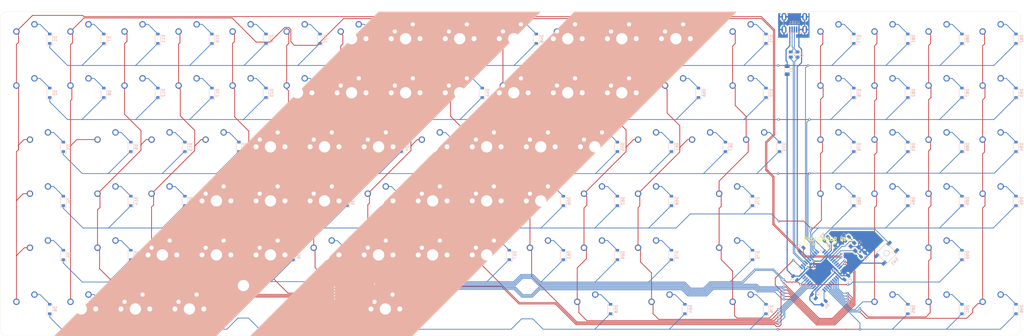
<source format=kicad_pcb>
(kicad_pcb (version 20171130) (host pcbnew "(5.1.9)-1")
  (layers (0 F.Cu signal) (31 B.Cu signal) (34 B.Paste user) (35 F.Paste user) (36 B.SilkS user) (37 F.SilkS user) (38 B.Mask user) (39 F.Mask user) (44 Edge.Cuts user))
  (net 0 "")
  (net 1 GND)
  (net 2 +5V)
  (net 3 "Net-(C2-Pad1)")
  (net 4 "Net-(C3-Pad1)")
  (net 5 "Net-(C6-Pad1)")
  (net 6 "Net-(D1-Pad2)")
  (net 7 ROW00)
  (net 8 "Net-(D2-Pad2)")
  (net 9 ROW01)
  (net 10 "Net-(D3-Pad2)")
  (net 11 ROW02)
  (net 12 "Net-(D4-Pad2)")
  (net 13 ROW03)
  (net 14 "Net-(D5-Pad2)")
  (net 15 ROW04)
  (net 16 "Net-(D6-Pad2)")
  (net 17 ROW05)
  (net 18 "Net-(D7-Pad2)")
  (net 19 "Net-(D8-Pad2)")
  (net 20 "Net-(D9-Pad2)")
  (net 21 "Net-(D10-Pad2)")
  (net 22 "Net-(D11-Pad2)")
  (net 23 "Net-(D12-Pad2)")
  (net 24 "Net-(D13-Pad2)")
  (net 25 "Net-(D14-Pad2)")
  (net 26 "Net-(D15-Pad2)")
  (net 27 "Net-(D16-Pad2)")
  (net 28 "Net-(D17-Pad2)")
  (net 29 "Net-(D18-Pad2)")
  (net 30 "Net-(D19-Pad2)")
  (net 31 "Net-(D20-Pad2)")
  (net 32 "Net-(D21-Pad2)")
  (net 33 "Net-(D22-Pad2)")
  (net 34 "Net-(D23-Pad2)")
  (net 35 "Net-(D24-Pad2)")
  (net 36 "Net-(D25-Pad2)")
  (net 37 "Net-(D26-Pad2)")
  (net 38 "Net-(D27-Pad2)")
  (net 39 "Net-(D28-Pad2)")
  (net 40 "Net-(D29-Pad2)")
  (net 41 "Net-(D30-Pad2)")
  (net 42 "Net-(D31-Pad2)")
  (net 43 "Net-(D32-Pad2)")
  (net 44 "Net-(D33-Pad2)")
  (net 45 "Net-(D34-Pad2)")
  (net 46 "Net-(D35-Pad2)")
  (net 47 "Net-(D36-Pad2)")
  (net 48 "Net-(D37-Pad2)")
  (net 49 "Net-(D38-Pad2)")
  (net 50 "Net-(D39-Pad2)")
  (net 51 "Net-(D40-Pad2)")
  (net 52 "Net-(D41-Pad2)")
  (net 53 "Net-(D42-Pad2)")
  (net 54 "Net-(D43-Pad2)")
  (net 55 "Net-(D44-Pad2)")
  (net 56 "Net-(D45-Pad2)")
  (net 57 "Net-(D46-Pad2)")
  (net 58 "Net-(D47-Pad2)")
  (net 59 "Net-(D48-Pad2)")
  (net 60 "Net-(D49-Pad2)")
  (net 61 "Net-(D50-Pad2)")
  (net 62 "Net-(D51-Pad2)")
  (net 63 "Net-(D52-Pad2)")
  (net 64 "Net-(D53-Pad2)")
  (net 65 "Net-(D54-Pad2)")
  (net 66 "Net-(D55-Pad2)")
  (net 67 "Net-(D56-Pad2)")
  (net 68 "Net-(D57-Pad2)")
  (net 69 "Net-(D58-Pad2)")
  (net 70 "Net-(D59-Pad2)")
  (net 71 "Net-(D60-Pad2)")
  (net 72 "Net-(D61-Pad2)")
  (net 73 "Net-(D62-Pad2)")
  (net 74 "Net-(D63-Pad2)")
  (net 75 "Net-(D64-Pad2)")
  (net 76 "Net-(D65-Pad2)")
  (net 77 "Net-(D66-Pad2)")
  (net 78 "Net-(D67-Pad2)")
  (net 79 "Net-(D68-Pad2)")
  (net 80 "Net-(D69-Pad2)")
  (net 81 "Net-(D70-Pad2)")
  (net 82 "Net-(D71-Pad2)")
  (net 83 "Net-(D72-Pad2)")
  (net 84 "Net-(D73-Pad2)")
  (net 85 "Net-(D74-Pad2)")
  (net 86 "Net-(D75-Pad2)")
  (net 87 "Net-(D76-Pad2)")
  (net 88 "Net-(D77-Pad2)")
  (net 89 "Net-(D78-Pad2)")
  (net 90 "Net-(D79-Pad2)")
  (net 91 "Net-(D80-Pad2)")
  (net 92 "Net-(D81-Pad2)")
  (net 93 "Net-(D82-Pad2)")
  (net 94 "Net-(D83-Pad2)")
  (net 95 "Net-(D84-Pad2)")
  (net 96 "Net-(D85-Pad2)")
  (net 97 "Net-(D86-Pad2)")
  (net 98 "Net-(D87-Pad2)")
  (net 99 "Net-(D88-Pad2)")
  (net 100 "Net-(D89-Pad2)")
  (net 101 "Net-(D90-Pad2)")
  (net 102 "Net-(D91-Pad2)")
  (net 103 "Net-(D92-Pad2)")
  (net 104 "Net-(D93-Pad2)")
  (net 105 "Net-(D94-Pad2)")
  (net 106 "Net-(D95-Pad2)")
  (net 107 "Net-(D96-Pad2)")
  (net 108 VCC)
  (net 109 COL10)
  (net 110 COL01)
  (net 111 COL02)
  (net 112 COL03)
  (net 113 COL04)
  (net 114 COL05)
  (net 115 COL06)
  (net 116 COL07)
  (net 117 COL08)
  (net 118 COL09)
  (net 119 COL13)
  (net 120 COL00)
  (net 121 COL11)
  (net 122 COL12)
  (net 123 COL16)
  (net 124 COL15)
  (net 125 COL14)
  (net 126 COL17)
  (net 127 D-)
  (net 128 "Net-(R1-Pad1)")
  (net 129 D+)
  (net 130 "Net-(R2-Pad1)")
  (net 131 "Net-(R3-Pad2)")
  (net 132 "Net-(R4-Pad2)")
  (net 133 "Net-(U1-Pad42)")
  (net 134 "Net-(USB1-Pad2)")
  (net 135 "Net-(U1-Pad20)")
  (module random-keyboard-parts:Molex-0548190589 (layer B.Cu) (at 360.045 232.791 270)
    (fp_text reference USB1 (at 2.032 0 180) (layer B.SilkS) (effects (justify mirror)))
    (fp_text value Molex-0548190589)
    (pad 6 thru_hole oval (at 0 3.65 270) (size 2.7 1.7) (drill oval 1.9 0.7) (layers *.Cu *.Mask) (net 1 GND))
    (pad 6 thru_hole oval (at 0 -3.65 270) (size 2.7 1.7) (drill oval 1.9 0.7) (layers *.Cu *.Mask) (net 1 GND))
    (pad 6 thru_hole oval (at 4.5 -3.65 270) (size 2.7 1.7) (drill oval 1.9 0.7) (layers *.Cu *.Mask) (net 1 GND))
    (pad 6 thru_hole oval (at 4.5 3.65 270) (size 2.7 1.7) (drill oval 1.9 0.7) (layers *.Cu *.Mask) (net 1 GND))
    (pad 5 smd rect (at 4.5 1.6 270) (size 2.25 0.5) (layers B.Cu B.Paste B.Mask) (net 108 VCC))
    (pad 4 smd rect (at 4.5 0.8 270) (size 2.25 0.5) (layers B.Cu B.Paste B.Mask) (net 127 D-))
    (pad 3 smd rect (at 4.5 0 270) (size 2.25 0.5) (layers B.Cu B.Paste B.Mask) (net 129 D+))
    (pad 2 smd rect (at 4.5 -0.8 270) (size 2.25 0.5) (layers B.Cu B.Paste B.Mask) (net 134 "Net-(USB1-Pad2)"))
    (pad 1 smd rect (at 4.5 -1.6 270) (size 2.25 0.5) (layers B.Cu B.Paste B.Mask) (net 1 GND))
  )
  (module MX_Only:MXOnly-1.25U-NoLED (layer F.Cu) (at 287.3375 335.75625)
    (fp_text reference MX-RAL1)
    (fp_text value MX-NoLED)
    (pad 2 thru_hole circle (at 2.54 -5.08) (size 2.25 2.25) (drill 1.47) (layers *.Cu B.Mask) (net 69 "Net-(D58-Pad2)"))
    (pad "" np_thru_hole circle (at 0 0) (size 3.9878 3.9878) (drill 3.9878) (layers *.Cu *.Mask))
    (pad 1 thru_hole circle (at -3.81 -2.54) (size 2.25 2.25) (drill 1.47) (layers *.Cu B.Mask) (net 121 COL11))
    (pad "" np_thru_hole circle (at -5.08 0 48.0996) (size 1.75 1.75) (drill 1.75) (layers *.Cu *.Mask))
    (pad "" np_thru_hole circle (at 5.08 0 48.0996) (size 1.75 1.75) (drill 1.75) (layers *.Cu *.Mask))
  )
  (module Package_QFP:TQFP-44_10x10mm_P0.8mm (layer B.Cu) (at 369.316 322.326 315)
    (fp_text reference U1 (at 0 7.45 135) (layer B.SilkS) (effects (justify mirror)))
    (fp_text value ATmega32U4-AU)
    (pad 44 smd rect (at -4 5.7 225) (size 1.5 0.55) (layers B.Cu B.Paste B.Mask) (net 2 +5V))
    (pad 43 smd rect (at -3.2 5.7 225) (size 1.5 0.55) (layers B.Cu B.Paste B.Mask) (net 1 GND))
    (pad 42 smd rect (at -2.4 5.7 225) (size 1.5 0.55) (layers B.Cu B.Paste B.Mask) (net 133 "Net-(U1-Pad42)"))
    (pad 41 smd rect (at -1.6 5.7 225) (size 1.5 0.55) (layers B.Cu B.Paste B.Mask) (net 15 ROW04))
    (pad 40 smd rect (at -0.8 5.7 225) (size 1.5 0.55) (layers B.Cu B.Paste B.Mask) (net 119 COL13))
    (pad 39 smd rect (at 0 5.7 225) (size 1.5 0.55) (layers B.Cu B.Paste B.Mask) (net 122 COL12))
    (pad 38 smd rect (at 0.8 5.7 225) (size 1.5 0.55) (layers B.Cu B.Paste B.Mask) (net 121 COL11))
    (pad 37 smd rect (at 1.6 5.7 225) (size 1.5 0.55) (layers B.Cu B.Paste B.Mask) (net 109 COL10))
    (pad 36 smd rect (at 2.4 5.7 225) (size 1.5 0.55) (layers B.Cu B.Paste B.Mask) (net 118 COL09))
    (pad 35 smd rect (at 3.2 5.7 225) (size 1.5 0.55) (layers B.Cu B.Paste B.Mask) (net 1 GND))
    (pad 34 smd rect (at 4 5.7 225) (size 1.5 0.55) (layers B.Cu B.Paste B.Mask) (net 2 +5V))
    (pad 33 smd rect (at 5.7 4 315) (size 1.5 0.55) (layers B.Cu B.Paste B.Mask) (net 132 "Net-(R4-Pad2)"))
    (pad 32 smd rect (at 5.7 3.2 315) (size 1.5 0.55) (layers B.Cu B.Paste B.Mask) (net 17 ROW05))
    (pad 31 smd rect (at 5.7 2.4 315) (size 1.5 0.55) (layers B.Cu B.Paste B.Mask) (net 126 COL17))
    (pad 30 smd rect (at 5.7 1.6 315) (size 1.5 0.55) (layers B.Cu B.Paste B.Mask) (net 123 COL16))
    (pad 29 smd rect (at 5.7 0.8 315) (size 1.5 0.55) (layers B.Cu B.Paste B.Mask) (net 124 COL15))
    (pad 28 smd rect (at 5.7 0 315) (size 1.5 0.55) (layers B.Cu B.Paste B.Mask) (net 116 COL07))
    (pad 27 smd rect (at 5.7 -0.8 315) (size 1.5 0.55) (layers B.Cu B.Paste B.Mask) (net 115 COL06))
    (pad 26 smd rect (at 5.7 -1.6 315) (size 1.5 0.55) (layers B.Cu B.Paste B.Mask) (net 114 COL05))
    (pad 25 smd rect (at 5.7 -2.4 315) (size 1.5 0.55) (layers B.Cu B.Paste B.Mask) (net 113 COL04))
    (pad 24 smd rect (at 5.7 -3.2 315) (size 1.5 0.55) (layers B.Cu B.Paste B.Mask) (net 2 +5V))
    (pad 23 smd rect (at 5.7 -4 315) (size 1.5 0.55) (layers B.Cu B.Paste B.Mask) (net 1 GND))
    (pad 22 smd rect (at 4 -5.7 225) (size 1.5 0.55) (layers B.Cu B.Paste B.Mask) (net 112 COL03))
    (pad 21 smd rect (at 3.2 -5.7 225) (size 1.5 0.55) (layers B.Cu B.Paste B.Mask) (net 111 COL02))
    (pad 20 smd rect (at 2.4 -5.7 225) (size 1.5 0.55) (layers B.Cu B.Paste B.Mask) (net 135 "Net-(U1-Pad20)"))
    (pad 19 smd rect (at 1.6 -5.7 225) (size 1.5 0.55) (layers B.Cu B.Paste B.Mask) (net 110 COL01))
    (pad 18 smd rect (at 0.8 -5.7 225) (size 1.5 0.55) (layers B.Cu B.Paste B.Mask) (net 120 COL00))
    (pad 17 smd rect (at 0 -5.7 225) (size 1.5 0.55) (layers B.Cu B.Paste B.Mask) (net 3 "Net-(C2-Pad1)"))
    (pad 16 smd rect (at -0.8 -5.7 225) (size 1.5 0.55) (layers B.Cu B.Paste B.Mask) (net 4 "Net-(C3-Pad1)"))
    (pad 15 smd rect (at -1.6 -5.7 225) (size 1.5 0.55) (layers B.Cu B.Paste B.Mask) (net 1 GND))
    (pad 14 smd rect (at -2.4 -5.7 225) (size 1.5 0.55) (layers B.Cu B.Paste B.Mask) (net 2 +5V))
    (pad 13 smd rect (at -3.2 -5.7 225) (size 1.5 0.55) (layers B.Cu B.Paste B.Mask) (net 131 "Net-(R3-Pad2)"))
    (pad 12 smd rect (at -4 -5.7 225) (size 1.5 0.55) (layers B.Cu B.Paste B.Mask) (net 13 ROW03))
    (pad 11 smd rect (at -5.7 -4 315) (size 1.5 0.55) (layers B.Cu B.Paste B.Mask) (net 125 COL14))
    (pad 10 smd rect (at -5.7 -3.2 315) (size 1.5 0.55) (layers B.Cu B.Paste B.Mask) (net 11 ROW02))
    (pad 9 smd rect (at -5.7 -2.4 315) (size 1.5 0.55) (layers B.Cu B.Paste B.Mask) (net 9 ROW01))
    (pad 8 smd rect (at -5.7 -1.6 315) (size 1.5 0.55) (layers B.Cu B.Paste B.Mask) (net 7 ROW00))
    (pad 7 smd rect (at -5.7 -0.8 315) (size 1.5 0.55) (layers B.Cu B.Paste B.Mask) (net 2 +5V))
    (pad 6 smd rect (at -5.7 0 315) (size 1.5 0.55) (layers B.Cu B.Paste B.Mask) (net 5 "Net-(C6-Pad1)"))
    (pad 5 smd rect (at -5.7 0.8 315) (size 1.5 0.55) (layers B.Cu B.Paste B.Mask) (net 1 GND))
    (pad 4 smd rect (at -5.7 1.6 315) (size 1.5 0.55) (layers B.Cu B.Paste B.Mask) (net 130 "Net-(R2-Pad1)"))
    (pad 3 smd rect (at -5.7 2.4 315) (size 1.5 0.55) (layers B.Cu B.Paste B.Mask) (net 128 "Net-(R1-Pad1)"))
    (pad 2 smd rect (at -5.7 3.2 315) (size 1.5 0.55) (layers B.Cu B.Paste B.Mask) (net 2 +5V))
    (pad 1 smd rect (at -5.7 4 315) (size 1.5 0.55) (layers B.Cu B.Paste B.Mask) (net 117 COL08))
  )
  (module MX_Only:MXOnly-1.5U-NoLED (layer F.Cu) (at 342.10625 335.75625)
    (fp_text reference MX-RCT1)
    (fp_text value MX-NoLED)
    (pad 2 thru_hole circle (at 2.54 -5.08) (size 2.25 2.25) (drill 1.47) (layers *.Cu B.Mask) (net 87 "Net-(D76-Pad2)"))
    (pad "" np_thru_hole circle (at 0 0) (size 3.9878 3.9878) (drill 3.9878) (layers *.Cu *.Mask))
    (pad 1 thru_hole circle (at -3.81 -2.54) (size 2.25 2.25) (drill 1.47) (layers *.Cu B.Mask) (net 119 COL13))
    (pad "" np_thru_hole circle (at -5.08 0 48.0996) (size 1.75 1.75) (drill 1.75) (layers *.Cu *.Mask))
    (pad "" np_thru_hole circle (at 5.08 0 48.0996) (size 1.75 1.75) (drill 1.75) (layers *.Cu *.Mask))
  )
  (module MX_Only:MXOnly-1U-NoLED (layer F.Cu) (at 175.41875 297.65625)
    (fp_text reference MX-F13)
    (fp_text value MX-NoLED)
    (pad 2 thru_hole circle (at 2.54 -5.08) (size 2.25 2.25) (drill 1.47) (layers *.Cu B.Mask) (net 41 "Net-(D30-Pad2)"))
    (pad "" np_thru_hole circle (at 0 0) (size 3.9878 3.9878) (drill 3.9878) (layers *.Cu *.Mask))
    (pad 1 thru_hole circle (at -3.81 -2.54) (size 2.25 2.25) (drill 1.47) (layers *.Cu B.Mask) (net 114 COL05))
    (pad "" np_thru_hole circle (at -5.08 0 48.0996) (size 1.75 1.75) (drill 1.75) (layers *.Cu *.Mask))
    (pad "" np_thru_hole circle (at 5.08 0 48.0996) (size 1.75 1.75) (drill 1.75) (layers *.Cu *.Mask))
  )
  (module Crystal:Crystal_SMD_3225-4Pin_3.2x2.5mm (layer B.Cu) (at 381.3175 313.84875 135)
    (fp_text reference Y1 (at 0 2.450001 315) (layer B.SilkS) (effects (justify mirror)))
    (fp_text value 16MHz)
    (pad 4 smd rect (at -1.1 0.85 135) (size 1.4 1.2) (layers B.Cu B.Paste B.Mask) (net 1 GND))
    (pad 3 smd rect (at 1.1 0.85 135) (size 1.4 1.2) (layers B.Cu B.Paste B.Mask) (net 4 "Net-(C3-Pad1)"))
    (pad 2 smd rect (at 1.1 -0.85 135) (size 1.4 1.2) (layers B.Cu B.Paste B.Mask) (net 1 GND))
    (pad 1 smd rect (at -1.1 -0.85 135) (size 1.4 1.2) (layers B.Cu B.Paste B.Mask) (net 3 "Net-(C2-Pad1)"))
  )
  (module random-keyboard-parts:SKQG-1155865 (layer B.Cu) (at 392.557 316.103 225)
    (fp_text reference SW1 (at 0 -4.064 45) (layer B.SilkS) (effects (justify mirror)))
    (fp_text value SW_Push)
    (pad 4 smd rect (at -3.1 -1.85 225) (size 1.8 1.1) (layers B.Cu B.Paste B.Mask))
    (pad 3 smd rect (at 3.1 1.85 225) (size 1.8 1.1) (layers B.Cu B.Paste B.Mask))
    (pad 2 smd rect (at -3.1 1.85 225) (size 1.8 1.1) (layers B.Cu B.Paste B.Mask) (net 131 "Net-(R3-Pad2)"))
    (pad 1 smd rect (at 3.1 -1.85 225) (size 1.8 1.1) (layers B.Cu B.Paste B.Mask) (net 1 GND))
  )
  (module Resistor_SMD:R_0805_2012Metric (layer B.Cu) (at 370.459 333.629 45)
    (fp_text reference R4 (at 0 1.65 225) (layer B.SilkS) (effects (justify mirror)))
    (fp_text value 10k)
    (pad 2 smd roundrect (at 0.9125 0 45) (size 1.025 1.4) (layers B.Cu B.Paste B.Mask) (roundrect_rratio 0.2439004878048781) (net 132 "Net-(R4-Pad2)"))
    (pad 1 smd roundrect (at -0.9125 0 45) (size 1.025 1.4) (layers B.Cu B.Paste B.Mask) (roundrect_rratio 0.2439004878048781) (net 1 GND))
  )
  (module Resistor_SMD:R_0805_2012Metric (layer B.Cu) (at 371.221 311.023 225)
    (fp_text reference R3 (at 0 1.65 225) (layer B.SilkS) (effects (justify mirror)))
    (fp_text value 10k)
    (pad 2 smd roundrect (at 0.9125 0 225) (size 1.025 1.4) (layers B.Cu B.Paste B.Mask) (roundrect_rratio 0.2439004878048781) (net 131 "Net-(R3-Pad2)"))
    (pad 1 smd roundrect (at -0.9125 0 225) (size 1.025 1.4) (layers B.Cu B.Paste B.Mask) (roundrect_rratio 0.2439004878048781) (net 2 +5V))
  )
  (module Resistor_SMD:R_0805_2012Metric (layer B.Cu) (at 361.15625 246.0625 90)
    (fp_text reference R2 (at 0 1.65 270) (layer B.SilkS) (effects (justify mirror)))
    (fp_text value R_Small)
    (pad 2 smd roundrect (at 0.9125 0 90) (size 1.025 1.4) (layers B.Cu B.Paste B.Mask) (roundrect_rratio 0.2439004878048781) (net 129 D+))
    (pad 1 smd roundrect (at -0.9125 0 90) (size 1.025 1.4) (layers B.Cu B.Paste B.Mask) (roundrect_rratio 0.2439004878048781) (net 130 "Net-(R2-Pad1)"))
  )
  (module Resistor_SMD:R_0805_2012Metric (layer B.Cu) (at 358.775 246.0625 90)
    (fp_text reference R1 (at 0 1.65 90) (layer B.SilkS) (effects (justify mirror)))
    (fp_text value R_Small)
    (pad 2 smd roundrect (at 0.9125 0 90) (size 1.025 1.4) (layers B.Cu B.Paste B.Mask) (roundrect_rratio 0.2439004878048781) (net 127 D-))
    (pad 1 smd roundrect (at -0.9125 0 90) (size 1.025 1.4) (layers B.Cu B.Paste B.Mask) (roundrect_rratio 0.2439004878048781) (net 128 "Net-(R1-Pad1)"))
  )
  (module MX_Only:MXOnly-1U-NoLED (layer F.Cu) (at 118.26875 316.70625)
    (fp_text reference MX-Z1)
    (fp_text value MX-NoLED)
    (pad 2 thru_hole circle (at 2.54 -5.08) (size 2.25 2.25) (drill 1.47) (layers *.Cu B.Mask) (net 31 "Net-(D20-Pad2)"))
    (pad "" np_thru_hole circle (at 0 0) (size 3.9878 3.9878) (drill 3.9878) (layers *.Cu *.Mask))
    (pad 1 thru_hole circle (at -3.81 -2.54) (size 2.25 2.25) (drill 1.47) (layers *.Cu B.Mask) (net 111 COL02))
    (pad "" np_thru_hole circle (at -5.08 0 48.0996) (size 1.75 1.75) (drill 1.75) (layers *.Cu *.Mask))
    (pad "" np_thru_hole circle (at 5.08 0 48.0996) (size 1.75 1.75) (drill 1.75) (layers *.Cu *.Mask))
  )
  (module MX_Only:MXOnly-1U-NoLED (layer F.Cu) (at 213.51875 278.60625)
    (fp_text reference MX-Y1)
    (fp_text value MX-NoLED)
    (pad 2 thru_hole circle (at 2.54 -5.08) (size 2.25 2.25) (drill 1.47) (layers *.Cu B.Mask) (net 45 "Net-(D34-Pad2)"))
    (pad "" np_thru_hole circle (at 0 0) (size 3.9878 3.9878) (drill 3.9878) (layers *.Cu *.Mask))
    (pad 1 thru_hole circle (at -3.81 -2.54) (size 2.25 2.25) (drill 1.47) (layers *.Cu B.Mask) (net 115 COL06))
    (pad "" np_thru_hole circle (at -5.08 0 48.0996) (size 1.75 1.75) (drill 1.75) (layers *.Cu *.Mask))
    (pad "" np_thru_hole circle (at 5.08 0 48.0996) (size 1.75 1.75) (drill 1.75) (layers *.Cu *.Mask))
  )
  (module MX_Only:MXOnly-1U-NoLED (layer F.Cu) (at 137.31875 316.70625)
    (fp_text reference MX-X1)
    (fp_text value MX-NoLED)
    (pad 2 thru_hole circle (at 2.54 -5.08) (size 2.25 2.25) (drill 1.47) (layers *.Cu B.Mask) (net 37 "Net-(D26-Pad2)"))
    (pad "" np_thru_hole circle (at 0 0) (size 3.9878 3.9878) (drill 3.9878) (layers *.Cu *.Mask))
    (pad 1 thru_hole circle (at -3.81 -2.54) (size 2.25 2.25) (drill 1.47) (layers *.Cu B.Mask) (net 112 COL03))
    (pad "" np_thru_hole circle (at -5.08 0 48.0996) (size 1.75 1.75) (drill 1.75) (layers *.Cu *.Mask))
    (pad "" np_thru_hole circle (at 5.08 0 48.0996) (size 1.75 1.75) (drill 1.75) (layers *.Cu *.Mask))
  )
  (module MX_Only:MXOnly-1U-NoLED (layer F.Cu) (at 127.79375 335.75625)
    (fp_text reference MX-WIN1)
    (fp_text value MX-NoLED)
    (pad 2 thru_hole circle (at 2.54 -5.08) (size 2.25 2.25) (drill 1.47) (layers *.Cu B.Mask) (net 26 "Net-(D15-Pad2)"))
    (pad "" np_thru_hole circle (at 0 0) (size 3.9878 3.9878) (drill 3.9878) (layers *.Cu *.Mask))
    (pad 1 thru_hole circle (at -3.81 -2.54) (size 2.25 2.25) (drill 1.47) (layers *.Cu B.Mask) (net 111 COL02))
    (pad "" np_thru_hole circle (at -5.08 0 48.0996) (size 1.75 1.75) (drill 1.75) (layers *.Cu *.Mask))
    (pad "" np_thru_hole circle (at 5.08 0 48.0996) (size 1.75 1.75) (drill 1.75) (layers *.Cu *.Mask))
  )
  (module MX_Only:MXOnly-1U-NoLED (layer F.Cu) (at 137.31875 278.60625)
    (fp_text reference MX-W1)
    (fp_text value MX-NoLED)
    (pad 2 thru_hole circle (at 2.54 -5.08) (size 2.25 2.25) (drill 1.47) (layers *.Cu B.Mask) (net 24 "Net-(D13-Pad2)"))
    (pad "" np_thru_hole circle (at 0 0) (size 3.9878 3.9878) (drill 3.9878) (layers *.Cu *.Mask))
    (pad 1 thru_hole circle (at -3.81 -2.54) (size 2.25 2.25) (drill 1.47) (layers *.Cu B.Mask) (net 111 COL02))
    (pad "" np_thru_hole circle (at -5.08 0 48.0996) (size 1.75 1.75) (drill 1.75) (layers *.Cu *.Mask))
    (pad "" np_thru_hole circle (at 5.08 0 48.0996) (size 1.75 1.75) (drill 1.75) (layers *.Cu *.Mask))
  )
  (module MX_Only:MXOnly-1U-NoLED (layer F.Cu) (at 175.41875 316.70625)
    (fp_text reference MX-V1)
    (fp_text value MX-NoLED)
    (pad 2 thru_hole circle (at 2.54 -5.08) (size 2.25 2.25) (drill 1.47) (layers *.Cu B.Mask) (net 47 "Net-(D36-Pad2)"))
    (pad "" np_thru_hole circle (at 0 0) (size 3.9878 3.9878) (drill 3.9878) (layers *.Cu *.Mask))
    (pad 1 thru_hole circle (at -3.81 -2.54) (size 2.25 2.25) (drill 1.47) (layers *.Cu B.Mask) (net 114 COL05))
    (pad "" np_thru_hole circle (at -5.08 0 48.0996) (size 1.75 1.75) (drill 1.75) (layers *.Cu *.Mask))
    (pad "" np_thru_hole circle (at 5.08 0 48.0996) (size 1.75 1.75) (drill 1.75) (layers *.Cu *.Mask))
  )
  (module MX_Only:MXOnly-1U-NoLED (layer F.Cu) (at 411.1625 316.70625)
    (fp_text reference MX-UAR1)
    (fp_text value MX-NoLED)
    (pad 2 thru_hole circle (at 2.54 -5.08) (size 2.25 2.25) (drill 1.47) (layers *.Cu B.Mask) (net 101 "Net-(D90-Pad2)"))
    (pad "" np_thru_hole circle (at 0 0) (size 3.9878 3.9878) (drill 3.9878) (layers *.Cu *.Mask))
    (pad 1 thru_hole circle (at -3.81 -2.54) (size 2.25 2.25) (drill 1.47) (layers *.Cu B.Mask) (net 123 COL16))
    (pad "" np_thru_hole circle (at -5.08 0 48.0996) (size 1.75 1.75) (drill 1.75) (layers *.Cu *.Mask))
    (pad "" np_thru_hole circle (at 5.08 0 48.0996) (size 1.75 1.75) (drill 1.75) (layers *.Cu *.Mask))
  )
  (module MX_Only:MXOnly-1U-NoLED (layer F.Cu) (at 232.56875 278.60625)
    (fp_text reference MX-U1)
    (fp_text value MX-NoLED)
    (pad 2 thru_hole circle (at 2.54 -5.08) (size 2.25 2.25) (drill 1.47) (layers *.Cu B.Mask) (net 50 "Net-(D39-Pad2)"))
    (pad "" np_thru_hole circle (at 0 0) (size 3.9878 3.9878) (drill 3.9878) (layers *.Cu *.Mask))
    (pad 1 thru_hole circle (at -3.81 -2.54) (size 2.25 2.25) (drill 1.47) (layers *.Cu B.Mask) (net 116 COL07))
    (pad "" np_thru_hole circle (at -5.08 0 48.0996) (size 1.75 1.75) (drill 1.75) (layers *.Cu *.Mask))
    (pad "" np_thru_hole circle (at 5.08 0 48.0996) (size 1.75 1.75) (drill 1.75) (layers *.Cu *.Mask))
  )
  (module MX_Only:MXOnly-1U-NoLED (layer F.Cu) (at 89.69375 259.55625)
    (fp_text reference MX-TIL1)
    (fp_text value MX-NoLED)
    (pad 2 thru_hole circle (at 2.54 -5.08) (size 2.25 2.25) (drill 1.47) (layers *.Cu B.Mask) (net 8 "Net-(D2-Pad2)"))
    (pad "" np_thru_hole circle (at 0 0) (size 3.9878 3.9878) (drill 3.9878) (layers *.Cu *.Mask))
    (pad 1 thru_hole circle (at -3.81 -2.54) (size 2.25 2.25) (drill 1.47) (layers *.Cu B.Mask) (net 120 COL00))
    (pad "" np_thru_hole circle (at -5.08 0 48.0996) (size 1.75 1.75) (drill 1.75) (layers *.Cu *.Mask))
    (pad "" np_thru_hole circle (at 5.08 0 48.0996) (size 1.75 1.75) (drill 1.75) (layers *.Cu *.Mask))
  )
  (module MX_Only:MXOnly-1.5U-NoLED (layer F.Cu) (at 94.45625 278.60625)
    (fp_text reference MX-TAB1)
    (fp_text value MX-NoLED)
    (pad 2 thru_hole circle (at 2.54 -5.08) (size 2.25 2.25) (drill 1.47) (layers *.Cu B.Mask) (net 10 "Net-(D3-Pad2)"))
    (pad "" np_thru_hole circle (at 0 0) (size 3.9878 3.9878) (drill 3.9878) (layers *.Cu *.Mask))
    (pad 1 thru_hole circle (at -3.81 -2.54) (size 2.25 2.25) (drill 1.47) (layers *.Cu B.Mask) (net 120 COL00))
    (pad "" np_thru_hole circle (at -5.08 0 48.0996) (size 1.75 1.75) (drill 1.75) (layers *.Cu *.Mask))
    (pad "" np_thru_hole circle (at 5.08 0 48.0996) (size 1.75 1.75) (drill 1.75) (layers *.Cu *.Mask))
  )
  (module MX_Only:MXOnly-1U-NoLED (layer F.Cu) (at 194.46875 278.60625)
    (fp_text reference MX-T1)
    (fp_text value MX-NoLED)
    (pad 2 thru_hole circle (at 2.54 -5.08) (size 2.25 2.25) (drill 1.47) (layers *.Cu B.Mask) (net 40 "Net-(D29-Pad2)"))
    (pad "" np_thru_hole circle (at 0 0) (size 3.9878 3.9878) (drill 3.9878) (layers *.Cu *.Mask))
    (pad 1 thru_hole circle (at -3.81 -2.54) (size 2.25 2.25) (drill 1.47) (layers *.Cu B.Mask) (net 114 COL05))
    (pad "" np_thru_hole circle (at -5.08 0 48.0996) (size 1.75 1.75) (drill 1.75) (layers *.Cu *.Mask))
    (pad "" np_thru_hole circle (at 5.08 0 48.0996) (size 1.75 1.75) (drill 1.75) (layers *.Cu *.Mask))
  )
  (module MX_Only:MXOnly-6.25U-ReversedStabilizers-NoLED (layer F.Cu) (at 215.9 335.75625)
    (fp_text reference MX-SPA1)
    (fp_text value MX-NoLED)
    (pad 2 thru_hole circle (at 2.54 -5.08) (size 2.25 2.25) (drill 1.47) (layers *.Cu B.Mask) (net 53 "Net-(D42-Pad2)"))
    (pad "" np_thru_hole circle (at 0 0) (size 3.9878 3.9878) (drill 3.9878) (layers *.Cu *.Mask))
    (pad 1 thru_hole circle (at -3.81 -2.54) (size 2.25 2.25) (drill 1.47) (layers *.Cu B.Mask) (net 116 COL07))
    (pad "" np_thru_hole circle (at -5.08 0 48.0996) (size 1.75 1.75) (drill 1.75) (layers *.Cu *.Mask))
    (pad "" np_thru_hole circle (at 5.08 0 48.0996) (size 1.75 1.75) (drill 1.75) (layers *.Cu *.Mask))
    (pad "" np_thru_hole circle (at -49.9999 6.985) (size 3.048 3.048) (drill 3.048) (layers *.Cu *.Mask))
    (pad "" np_thru_hole circle (at 49.9999 6.985) (size 3.048 3.048) (drill 3.048) (layers *.Cu *.Mask))
    (pad "" np_thru_hole circle (at -49.9999 -8.255) (size 3.9878 3.9878) (drill 3.9878) (layers *.Cu *.Mask))
    (pad "" np_thru_hole circle (at 49.9999 -8.255) (size 3.9878 3.9878) (drill 3.9878) (layers *.Cu *.Mask))
  )
  (module MX_Only:MXOnly-1U-NoLED (layer F.Cu) (at 137.31875 297.65625)
    (fp_text reference MX-S1)
    (fp_text value MX-NoLED)
    (pad 2 thru_hole circle (at 2.54 -5.08) (size 2.25 2.25) (drill 1.47) (layers *.Cu B.Mask) (net 30 "Net-(D19-Pad2)"))
    (pad "" np_thru_hole circle (at 0 0) (size 3.9878 3.9878) (drill 3.9878) (layers *.Cu *.Mask))
    (pad 1 thru_hole circle (at -3.81 -2.54) (size 2.25 2.25) (drill 1.47) (layers *.Cu B.Mask) (net 112 COL03))
    (pad "" np_thru_hole circle (at -5.08 0 48.0996) (size 1.75 1.75) (drill 1.75) (layers *.Cu *.Mask))
    (pad "" np_thru_hole circle (at 5.08 0 48.0996) (size 1.75 1.75) (drill 1.75) (layers *.Cu *.Mask))
  )
  (module MX_Only:MXOnly-2U-NoLED (layer F.Cu) (at 337.34375 316.70625)
    (fp_text reference MX-RSH1)
    (fp_text value MX-NoLED)
    (pad 2 thru_hole circle (at 2.54 -5.08) (size 2.25 2.25) (drill 1.47) (layers *.Cu B.Mask) (net 86 "Net-(D75-Pad2)"))
    (pad "" np_thru_hole circle (at 0 0) (size 3.9878 3.9878) (drill 3.9878) (layers *.Cu *.Mask))
    (pad 1 thru_hole circle (at -3.81 -2.54) (size 2.25 2.25) (drill 1.47) (layers *.Cu B.Mask) (net 119 COL13))
    (pad "" np_thru_hole circle (at -5.08 0 48.0996) (size 1.75 1.75) (drill 1.75) (layers *.Cu *.Mask))
    (pad "" np_thru_hole circle (at 5.08 0 48.0996) (size 1.75 1.75) (drill 1.75) (layers *.Cu *.Mask))
    (pad "" np_thru_hole circle (at -11.90625 -6.985) (size 3.048 3.048) (drill 3.048) (layers *.Cu *.Mask))
    (pad "" np_thru_hole circle (at 11.90625 -6.985) (size 3.048 3.048) (drill 3.048) (layers *.Cu *.Mask))
    (pad "" np_thru_hole circle (at -11.90625 8.255) (size 3.9878 3.9878) (drill 3.9878) (layers *.Cu *.Mask))
    (pad "" np_thru_hole circle (at 11.90625 8.255) (size 3.9878 3.9878) (drill 3.9878) (layers *.Cu *.Mask))
  )
  (module MX_Only:MXOnly-1U-NoLED (layer F.Cu) (at 327.81875 278.60625)
    (fp_text reference MX-RBR1)
    (fp_text value MX-NoLED)
    (pad 2 thru_hole circle (at 2.54 -5.08) (size 2.25 2.25) (drill 1.47) (layers *.Cu B.Mask) (net 78 "Net-(D67-Pad2)"))
    (pad "" np_thru_hole circle (at 0 0) (size 3.9878 3.9878) (drill 3.9878) (layers *.Cu *.Mask))
    (pad 1 thru_hole circle (at -3.81 -2.54) (size 2.25 2.25) (drill 1.47) (layers *.Cu B.Mask) (net 122 COL12))
    (pad "" np_thru_hole circle (at -5.08 0 48.0996) (size 1.75 1.75) (drill 1.75) (layers *.Cu *.Mask))
    (pad "" np_thru_hole circle (at 5.08 0 48.0996) (size 1.75 1.75) (drill 1.75) (layers *.Cu *.Mask))
  )
  (module MX_Only:MXOnly-1U-NoLED (layer F.Cu) (at 430.2125 335.75625)
    (fp_text reference MX-RAR1)
    (fp_text value MX-NoLED)
    (pad 2 thru_hole circle (at 2.54 -5.08) (size 2.25 2.25) (drill 1.47) (layers *.Cu B.Mask) (net 107 "Net-(D96-Pad2)"))
    (pad "" np_thru_hole circle (at 0 0) (size 3.9878 3.9878) (drill 3.9878) (layers *.Cu *.Mask))
    (pad 1 thru_hole circle (at -3.81 -2.54) (size 2.25 2.25) (drill 1.47) (layers *.Cu B.Mask) (net 126 COL17))
    (pad "" np_thru_hole circle (at -5.08 0 48.0996) (size 1.75 1.75) (drill 1.75) (layers *.Cu *.Mask))
    (pad "" np_thru_hole circle (at 5.08 0 48.0996) (size 1.75 1.75) (drill 1.75) (layers *.Cu *.Mask))
  )
  (module MX_Only:MXOnly-1U-NoLED (layer F.Cu) (at 175.41875 278.60625)
    (fp_text reference MX-R1)
    (fp_text value MX-NoLED)
    (pad 2 thru_hole circle (at 2.54 -5.08) (size 2.25 2.25) (drill 1.47) (layers *.Cu B.Mask) (net 35 "Net-(D24-Pad2)"))
    (pad "" np_thru_hole circle (at 0 0) (size 3.9878 3.9878) (drill 3.9878) (layers *.Cu *.Mask))
    (pad 1 thru_hole circle (at -3.81 -2.54) (size 2.25 2.25) (drill 1.47) (layers *.Cu B.Mask) (net 113 COL04))
    (pad "" np_thru_hole circle (at -5.08 0 48.0996) (size 1.75 1.75) (drill 1.75) (layers *.Cu *.Mask))
    (pad "" np_thru_hole circle (at 5.08 0 48.0996) (size 1.75 1.75) (drill 1.75) (layers *.Cu *.Mask))
  )
  (module MX_Only:MXOnly-1U-NoLED (layer F.Cu) (at 308.76875 297.65625)
    (fp_text reference MX-QUO1)
    (fp_text value MX-NoLED)
    (pad 2 thru_hole circle (at 2.54 -5.08) (size 2.25 2.25) (drill 1.47) (layers *.Cu B.Mask) (net 79 "Net-(D68-Pad2)"))
    (pad "" np_thru_hole circle (at 0 0) (size 3.9878 3.9878) (drill 3.9878) (layers *.Cu *.Mask))
    (pad 1 thru_hole circle (at -3.81 -2.54) (size 2.25 2.25) (drill 1.47) (layers *.Cu B.Mask) (net 122 COL12))
    (pad "" np_thru_hole circle (at -5.08 0 48.0996) (size 1.75 1.75) (drill 1.75) (layers *.Cu *.Mask))
    (pad "" np_thru_hole circle (at 5.08 0 48.0996) (size 1.75 1.75) (drill 1.75) (layers *.Cu *.Mask))
  )
  (module MX_Only:MXOnly-1U-NoLED (layer F.Cu) (at 289.71875 316.70625)
    (fp_text reference MX-QUE1)
    (fp_text value MX-NoLED)
    (pad 2 thru_hole circle (at 2.54 -5.08) (size 2.25 2.25) (drill 1.47) (layers *.Cu B.Mask) (net 80 "Net-(D69-Pad2)"))
    (pad "" np_thru_hole circle (at 0 0) (size 3.9878 3.9878) (drill 3.9878) (layers *.Cu *.Mask))
    (pad 1 thru_hole circle (at -3.81 -2.54) (size 2.25 2.25) (drill 1.47) (layers *.Cu B.Mask) (net 121 COL11))
    (pad "" np_thru_hole circle (at -5.08 0 48.0996) (size 1.75 1.75) (drill 1.75) (layers *.Cu *.Mask))
    (pad "" np_thru_hole circle (at 5.08 0 48.0996) (size 1.75 1.75) (drill 1.75) (layers *.Cu *.Mask))
  )
  (module MX_Only:MXOnly-1U-NoLED (layer F.Cu) (at 118.26875 278.60625)
    (fp_text reference MX-Q1)
    (fp_text value MX-NoLED)
    (pad 2 thru_hole circle (at 2.54 -5.08) (size 2.25 2.25) (drill 1.47) (layers *.Cu B.Mask) (net 20 "Net-(D9-Pad2)"))
    (pad "" np_thru_hole circle (at 0 0) (size 3.9878 3.9878) (drill 3.9878) (layers *.Cu *.Mask))
    (pad 1 thru_hole circle (at -3.81 -2.54) (size 2.25 2.25) (drill 1.47) (layers *.Cu B.Mask) (net 110 COL01))
    (pad "" np_thru_hole circle (at -5.08 0 48.0996) (size 1.75 1.75) (drill 1.75) (layers *.Cu *.Mask))
    (pad "" np_thru_hole circle (at 5.08 0 48.0996) (size 1.75 1.75) (drill 1.75) (layers *.Cu *.Mask))
  )
  (module MX_Only:MXOnly-1.5U-NoLED (layer F.Cu) (at 313.53125 335.75625)
    (fp_text reference MX-PRT1)
    (fp_text value MX-NoLED)
    (pad 2 thru_hole circle (at 2.54 -5.08) (size 2.25 2.25) (drill 1.47) (layers *.Cu B.Mask) (net 75 "Net-(D64-Pad2)"))
    (pad "" np_thru_hole circle (at 0 0) (size 3.9878 3.9878) (drill 3.9878) (layers *.Cu *.Mask))
    (pad 1 thru_hole circle (at -3.81 -2.54) (size 2.25 2.25) (drill 1.47) (layers *.Cu B.Mask) (net 122 COL12))
    (pad "" np_thru_hole circle (at -5.08 0 48.0996) (size 1.75 1.75) (drill 1.75) (layers *.Cu *.Mask))
    (pad "" np_thru_hole circle (at 5.08 0 48.0996) (size 1.75 1.75) (drill 1.75) (layers *.Cu *.Mask))
  )
  (module MX_Only:MXOnly-1U-NoLED (layer F.Cu) (at 318.29375 259.55625)
    (fp_text reference MX-PLU1)
    (fp_text value MX-NoLED)
    (pad 2 thru_hole circle (at 2.54 -5.08) (size 2.25 2.25) (drill 1.47) (layers *.Cu B.Mask) (net 77 "Net-(D66-Pad2)"))
    (pad "" np_thru_hole circle (at 0 0) (size 3.9878 3.9878) (drill 3.9878) (layers *.Cu *.Mask))
    (pad 1 thru_hole circle (at -3.81 -2.54) (size 2.25 2.25) (drill 1.47) (layers *.Cu B.Mask) (net 122 COL12))
    (pad "" np_thru_hole circle (at -5.08 0 48.0996) (size 1.75 1.75) (drill 1.75) (layers *.Cu *.Mask))
    (pad "" np_thru_hole circle (at 5.08 0 48.0996) (size 1.75 1.75) (drill 1.75) (layers *.Cu *.Mask))
  )
  (module MX_Only:MXOnly-1U-NoLED (layer F.Cu) (at 289.71875 278.60625)
    (fp_text reference MX-P1)
    (fp_text value MX-NoLED)
    (pad 2 thru_hole circle (at 2.54 -5.08) (size 2.25 2.25) (drill 1.47) (layers *.Cu B.Mask) (net 66 "Net-(D55-Pad2)"))
    (pad "" np_thru_hole circle (at 0 0) (size 3.9878 3.9878) (drill 3.9878) (layers *.Cu *.Mask))
    (pad 1 thru_hole circle (at -3.81 -2.54) (size 2.25 2.25) (drill 1.47) (layers *.Cu B.Mask) (net 109 COL10))
    (pad "" np_thru_hole circle (at -5.08 0 48.0996) (size 1.75 1.75) (drill 1.75) (layers *.Cu *.Mask))
    (pad "" np_thru_hole circle (at 5.08 0 48.0996) (size 1.75 1.75) (drill 1.75) (layers *.Cu *.Mask))
  )
  (module MX_Only:MXOnly-1U-NoLED (layer F.Cu) (at 270.66875 278.60625)
    (fp_text reference MX-O1)
    (fp_text value MX-NoLED)
    (pad 2 thru_hole circle (at 2.54 -5.08) (size 2.25 2.25) (drill 1.47) (layers *.Cu B.Mask) (net 61 "Net-(D50-Pad2)"))
    (pad "" np_thru_hole circle (at 0 0) (size 3.9878 3.9878) (drill 3.9878) (layers *.Cu *.Mask))
    (pad 1 thru_hole circle (at -3.81 -2.54) (size 2.25 2.25) (drill 1.47) (layers *.Cu B.Mask) (net 118 COL09))
    (pad "" np_thru_hole circle (at -5.08 0 48.0996) (size 1.75 1.75) (drill 1.75) (layers *.Cu *.Mask))
    (pad "" np_thru_hole circle (at 5.08 0 48.0996) (size 1.75 1.75) (drill 1.75) (layers *.Cu *.Mask))
  )
  (module MX_Only:MXOnly-1U-NoLED (layer F.Cu) (at 373.0625 297.65625)
    (fp_text reference MX-NUM1)
    (fp_text value MX-NoLED)
    (pad 2 thru_hole circle (at 2.54 -5.08) (size 2.25 2.25) (drill 1.47) (layers *.Cu B.Mask) (net 91 "Net-(D80-Pad2)"))
    (pad "" np_thru_hole circle (at 0 0) (size 3.9878 3.9878) (drill 3.9878) (layers *.Cu *.Mask))
    (pad 1 thru_hole circle (at -3.81 -2.54) (size 2.25 2.25) (drill 1.47) (layers *.Cu B.Mask) (net 125 COL14))
    (pad "" np_thru_hole circle (at -5.08 0 48.0996) (size 1.75 1.75) (drill 1.75) (layers *.Cu *.Mask))
    (pad "" np_thru_hole circle (at 5.08 0 48.0996) (size 1.75 1.75) (drill 1.75) (layers *.Cu *.Mask))
  )
  (module MX_Only:MXOnly-1U-NoLED (layer F.Cu) (at 430.2125 240.50625)
    (fp_text reference MX-NSL1)
    (fp_text value MX-NoLED)
    (pad 2 thru_hole circle (at 2.54 -5.08) (size 2.25 2.25) (drill 1.47) (layers *.Cu B.Mask) (net 103 "Net-(D92-Pad2)"))
    (pad "" np_thru_hole circle (at 0 0) (size 3.9878 3.9878) (drill 3.9878) (layers *.Cu *.Mask))
    (pad 1 thru_hole circle (at -3.81 -2.54) (size 2.25 2.25) (drill 1.47) (layers *.Cu B.Mask) (net 126 COL17))
    (pad "" np_thru_hole circle (at -5.08 0 48.0996) (size 1.75 1.75) (drill 1.75) (layers *.Cu *.Mask))
    (pad "" np_thru_hole circle (at 5.08 0 48.0996) (size 1.75 1.75) (drill 1.75) (layers *.Cu *.Mask))
  )
  (module MX_Only:MXOnly-1U-NoLED (layer F.Cu) (at 430.2125 297.65625)
    (fp_text reference MX-NPL1)
    (fp_text value MX-NoLED)
    (pad 2 thru_hole circle (at 2.54 -5.08) (size 2.25 2.25) (drill 1.47) (layers *.Cu B.Mask) (net 106 "Net-(D95-Pad2)"))
    (pad "" np_thru_hole circle (at 0 0) (size 3.9878 3.9878) (drill 3.9878) (layers *.Cu *.Mask))
    (pad 1 thru_hole circle (at -3.81 -2.54) (size 2.25 2.25) (drill 1.47) (layers *.Cu B.Mask) (net 126 COL17))
    (pad "" np_thru_hole circle (at -5.08 0 48.0996) (size 1.75 1.75) (drill 1.75) (layers *.Cu *.Mask))
    (pad "" np_thru_hole circle (at 5.08 0 48.0996) (size 1.75 1.75) (drill 1.75) (layers *.Cu *.Mask))
  )
  (module MX_Only:MXOnly-1U-NoLED (layer F.Cu) (at 411.1625 297.65625)
    (fp_text reference MX-NDE1)
    (fp_text value MX-NoLED)
    (pad 2 thru_hole circle (at 2.54 -5.08) (size 2.25 2.25) (drill 1.47) (layers *.Cu B.Mask) (net 100 "Net-(D89-Pad2)"))
    (pad "" np_thru_hole circle (at 0 0) (size 3.9878 3.9878) (drill 3.9878) (layers *.Cu *.Mask))
    (pad 1 thru_hole circle (at -3.81 -2.54) (size 2.25 2.25) (drill 1.47) (layers *.Cu B.Mask) (net 123 COL16))
    (pad "" np_thru_hole circle (at -5.08 0 48.0996) (size 1.75 1.75) (drill 1.75) (layers *.Cu *.Mask))
    (pad "" np_thru_hole circle (at 5.08 0 48.0996) (size 1.75 1.75) (drill 1.75) (layers *.Cu *.Mask))
  )
  (module MX_Only:MXOnly-1U-NoLED (layer F.Cu) (at 430.2125 278.60625)
    (fp_text reference MX-NDA1)
    (fp_text value MX-NoLED)
    (pad 2 thru_hole circle (at 2.54 -5.08) (size 2.25 2.25) (drill 1.47) (layers *.Cu B.Mask) (net 105 "Net-(D94-Pad2)"))
    (pad "" np_thru_hole circle (at 0 0) (size 3.9878 3.9878) (drill 3.9878) (layers *.Cu *.Mask))
    (pad 1 thru_hole circle (at -3.81 -2.54) (size 2.25 2.25) (drill 1.47) (layers *.Cu B.Mask) (net 126 COL17))
    (pad "" np_thru_hole circle (at -5.08 0 48.0996) (size 1.75 1.75) (drill 1.75) (layers *.Cu *.Mask))
    (pad "" np_thru_hole circle (at 5.08 0 48.0996) (size 1.75 1.75) (drill 1.75) (layers *.Cu *.Mask))
  )
  (module MX_Only:MXOnly-1U-NoLED (layer F.Cu) (at 430.2125 259.55625)
    (fp_text reference MX-NAS1)
    (fp_text value MX-NoLED)
    (pad 2 thru_hole circle (at 2.54 -5.08) (size 2.25 2.25) (drill 1.47) (layers *.Cu B.Mask) (net 104 "Net-(D93-Pad2)"))
    (pad "" np_thru_hole circle (at 0 0) (size 3.9878 3.9878) (drill 3.9878) (layers *.Cu *.Mask))
    (pad 1 thru_hole circle (at -3.81 -2.54) (size 2.25 2.25) (drill 1.47) (layers *.Cu B.Mask) (net 126 COL17))
    (pad "" np_thru_hole circle (at -5.08 0 48.0996) (size 1.75 1.75) (drill 1.75) (layers *.Cu *.Mask))
    (pad "" np_thru_hole circle (at 5.08 0 48.0996) (size 1.75 1.75) (drill 1.75) (layers *.Cu *.Mask))
  )
  (module MX_Only:MXOnly-1U-NoLED (layer F.Cu) (at 213.51875 316.70625)
    (fp_text reference MX-N10)
    (fp_text value MX-NoLED)
    (pad 2 thru_hole circle (at 2.54 -5.08) (size 2.25 2.25) (drill 1.47) (layers *.Cu B.Mask) (net 58 "Net-(D47-Pad2)"))
    (pad "" np_thru_hole circle (at 0 0) (size 3.9878 3.9878) (drill 3.9878) (layers *.Cu *.Mask))
    (pad 1 thru_hole circle (at -3.81 -2.54) (size 2.25 2.25) (drill 1.47) (layers *.Cu B.Mask) (net 116 COL07))
    (pad "" np_thru_hole circle (at -5.08 0 48.0996) (size 1.75 1.75) (drill 1.75) (layers *.Cu *.Mask))
    (pad "" np_thru_hole circle (at 5.08 0 48.0996) (size 1.75 1.75) (drill 1.75) (layers *.Cu *.Mask))
  )
  (module MX_Only:MXOnly-1U-NoLED (layer F.Cu) (at 411.1625 240.50625)
    (fp_text reference MX-N9)
    (fp_text value MX-NoLED)
    (pad 2 thru_hole circle (at 2.54 -5.08) (size 2.25 2.25) (drill 1.47) (layers *.Cu B.Mask) (net 97 "Net-(D86-Pad2)"))
    (pad "" np_thru_hole circle (at 0 0) (size 3.9878 3.9878) (drill 3.9878) (layers *.Cu *.Mask))
    (pad 1 thru_hole circle (at -3.81 -2.54) (size 2.25 2.25) (drill 1.47) (layers *.Cu B.Mask) (net 123 COL16))
    (pad "" np_thru_hole circle (at -5.08 0 48.0996) (size 1.75 1.75) (drill 1.75) (layers *.Cu *.Mask))
    (pad "" np_thru_hole circle (at 5.08 0 48.0996) (size 1.75 1.75) (drill 1.75) (layers *.Cu *.Mask))
  )
  (module MX_Only:MXOnly-1U-NoLED (layer F.Cu) (at 392.1125 240.50625)
    (fp_text reference MX-N8)
    (fp_text value MX-NoLED)
    (pad 2 thru_hole circle (at 2.54 -5.08) (size 2.25 2.25) (drill 1.47) (layers *.Cu B.Mask) (net 92 "Net-(D81-Pad2)"))
    (pad "" np_thru_hole circle (at 0 0) (size 3.9878 3.9878) (drill 3.9878) (layers *.Cu *.Mask))
    (pad 1 thru_hole circle (at -3.81 -2.54) (size 2.25 2.25) (drill 1.47) (layers *.Cu B.Mask) (net 124 COL15))
    (pad "" np_thru_hole circle (at -5.08 0 48.0996) (size 1.75 1.75) (drill 1.75) (layers *.Cu *.Mask))
    (pad "" np_thru_hole circle (at 5.08 0 48.0996) (size 1.75 1.75) (drill 1.75) (layers *.Cu *.Mask))
  )
  (module MX_Only:MXOnly-1U-NoLED (layer F.Cu) (at 373.0625 240.50625)
    (fp_text reference MX-N7)
    (fp_text value MX-NoLED)
    (pad 2 thru_hole circle (at 2.54 -5.08) (size 2.25 2.25) (drill 1.47) (layers *.Cu B.Mask) (net 88 "Net-(D77-Pad2)"))
    (pad "" np_thru_hole circle (at 0 0) (size 3.9878 3.9878) (drill 3.9878) (layers *.Cu *.Mask))
    (pad 1 thru_hole circle (at -3.81 -2.54) (size 2.25 2.25) (drill 1.47) (layers *.Cu B.Mask) (net 125 COL14))
    (pad "" np_thru_hole circle (at -5.08 0 48.0996) (size 1.75 1.75) (drill 1.75) (layers *.Cu *.Mask))
    (pad "" np_thru_hole circle (at 5.08 0 48.0996) (size 1.75 1.75) (drill 1.75) (layers *.Cu *.Mask))
  )
  (module MX_Only:MXOnly-1U-NoLED (layer F.Cu) (at 411.1625 259.55625)
    (fp_text reference MX-N6)
    (fp_text value MX-NoLED)
    (pad 2 thru_hole circle (at 2.54 -5.08) (size 2.25 2.25) (drill 1.47) (layers *.Cu B.Mask) (net 98 "Net-(D87-Pad2)"))
    (pad "" np_thru_hole circle (at 0 0) (size 3.9878 3.9878) (drill 3.9878) (layers *.Cu *.Mask))
    (pad 1 thru_hole circle (at -3.81 -2.54) (size 2.25 2.25) (drill 1.47) (layers *.Cu B.Mask) (net 123 COL16))
    (pad "" np_thru_hole circle (at -5.08 0 48.0996) (size 1.75 1.75) (drill 1.75) (layers *.Cu *.Mask))
    (pad "" np_thru_hole circle (at 5.08 0 48.0996) (size 1.75 1.75) (drill 1.75) (layers *.Cu *.Mask))
  )
  (module MX_Only:MXOnly-1U-NoLED (layer F.Cu) (at 392.1125 259.55625)
    (fp_text reference MX-N5)
    (fp_text value MX-NoLED)
    (pad 2 thru_hole circle (at 2.54 -5.08) (size 2.25 2.25) (drill 1.47) (layers *.Cu B.Mask) (net 93 "Net-(D82-Pad2)"))
    (pad "" np_thru_hole circle (at 0 0) (size 3.9878 3.9878) (drill 3.9878) (layers *.Cu *.Mask))
    (pad 1 thru_hole circle (at -3.81 -2.54) (size 2.25 2.25) (drill 1.47) (layers *.Cu B.Mask) (net 124 COL15))
    (pad "" np_thru_hole circle (at -5.08 0 48.0996) (size 1.75 1.75) (drill 1.75) (layers *.Cu *.Mask))
    (pad "" np_thru_hole circle (at 5.08 0 48.0996) (size 1.75 1.75) (drill 1.75) (layers *.Cu *.Mask))
  )
  (module MX_Only:MXOnly-1U-NoLED (layer F.Cu) (at 373.0625 259.55625)
    (fp_text reference MX-N4)
    (fp_text value MX-NoLED)
    (pad 2 thru_hole circle (at 2.54 -5.08) (size 2.25 2.25) (drill 1.47) (layers *.Cu B.Mask) (net 89 "Net-(D78-Pad2)"))
    (pad "" np_thru_hole circle (at 0 0) (size 3.9878 3.9878) (drill 3.9878) (layers *.Cu *.Mask))
    (pad 1 thru_hole circle (at -3.81 -2.54) (size 2.25 2.25) (drill 1.47) (layers *.Cu B.Mask) (net 125 COL14))
    (pad "" np_thru_hole circle (at -5.08 0 48.0996) (size 1.75 1.75) (drill 1.75) (layers *.Cu *.Mask))
    (pad "" np_thru_hole circle (at 5.08 0 48.0996) (size 1.75 1.75) (drill 1.75) (layers *.Cu *.Mask))
  )
  (module MX_Only:MXOnly-1U-NoLED (layer F.Cu) (at 411.1625 278.60625)
    (fp_text reference MX-N3)
    (fp_text value MX-NoLED)
    (pad 2 thru_hole circle (at 2.54 -5.08) (size 2.25 2.25) (drill 1.47) (layers *.Cu B.Mask) (net 99 "Net-(D88-Pad2)"))
    (pad "" np_thru_hole circle (at 0 0) (size 3.9878 3.9878) (drill 3.9878) (layers *.Cu *.Mask))
    (pad 1 thru_hole circle (at -3.81 -2.54) (size 2.25 2.25) (drill 1.47) (layers *.Cu B.Mask) (net 123 COL16))
    (pad "" np_thru_hole circle (at -5.08 0 48.0996) (size 1.75 1.75) (drill 1.75) (layers *.Cu *.Mask))
    (pad "" np_thru_hole circle (at 5.08 0 48.0996) (size 1.75 1.75) (drill 1.75) (layers *.Cu *.Mask))
  )
  (module MX_Only:MXOnly-1U-NoLED (layer F.Cu) (at 392.1125 278.60625)
    (fp_text reference MX-N2)
    (fp_text value MX-NoLED)
    (pad 2 thru_hole circle (at 2.54 -5.08) (size 2.25 2.25) (drill 1.47) (layers *.Cu B.Mask) (net 94 "Net-(D83-Pad2)"))
    (pad "" np_thru_hole circle (at 0 0) (size 3.9878 3.9878) (drill 3.9878) (layers *.Cu *.Mask))
    (pad 1 thru_hole circle (at -3.81 -2.54) (size 2.25 2.25) (drill 1.47) (layers *.Cu B.Mask) (net 124 COL15))
    (pad "" np_thru_hole circle (at -5.08 0 48.0996) (size 1.75 1.75) (drill 1.75) (layers *.Cu *.Mask))
    (pad "" np_thru_hole circle (at 5.08 0 48.0996) (size 1.75 1.75) (drill 1.75) (layers *.Cu *.Mask))
  )
  (module MX_Only:MXOnly-1U-NoLED (layer F.Cu) (at 373.0625 278.60625)
    (fp_text reference MX-N1)
    (fp_text value MX-NoLED)
    (pad 2 thru_hole circle (at 2.54 -5.08) (size 2.25 2.25) (drill 1.47) (layers *.Cu B.Mask) (net 90 "Net-(D79-Pad2)"))
    (pad "" np_thru_hole circle (at 0 0) (size 3.9878 3.9878) (drill 3.9878) (layers *.Cu *.Mask))
    (pad 1 thru_hole circle (at -3.81 -2.54) (size 2.25 2.25) (drill 1.47) (layers *.Cu B.Mask) (net 125 COL14))
    (pad "" np_thru_hole circle (at -5.08 0 48.0996) (size 1.75 1.75) (drill 1.75) (layers *.Cu *.Mask))
    (pad "" np_thru_hole circle (at 5.08 0 48.0996) (size 1.75 1.75) (drill 1.75) (layers *.Cu *.Mask))
  )
  (module MX_Only:MXOnly-1U-NoLED (layer F.Cu) (at 392.1125 297.65625)
    (fp_text reference MX-N0)
    (fp_text value MX-NoLED)
    (pad 2 thru_hole circle (at 2.54 -5.08) (size 2.25 2.25) (drill 1.47) (layers *.Cu B.Mask) (net 95 "Net-(D84-Pad2)"))
    (pad "" np_thru_hole circle (at 0 0) (size 3.9878 3.9878) (drill 3.9878) (layers *.Cu *.Mask))
    (pad 1 thru_hole circle (at -3.81 -2.54) (size 2.25 2.25) (drill 1.47) (layers *.Cu B.Mask) (net 124 COL15))
    (pad "" np_thru_hole circle (at -5.08 0 48.0996) (size 1.75 1.75) (drill 1.75) (layers *.Cu *.Mask))
    (pad "" np_thru_hole circle (at 5.08 0 48.0996) (size 1.75 1.75) (drill 1.75) (layers *.Cu *.Mask))
  )
  (module MX_Only:MXOnly-1U-NoLED (layer F.Cu) (at 232.56875 316.70625)
    (fp_text reference MX-M1)
    (fp_text value MX-NoLED)
    (pad 2 thru_hole circle (at 2.54 -5.08) (size 2.25 2.25) (drill 1.47) (layers *.Cu B.Mask) (net 63 "Net-(D52-Pad2)"))
    (pad "" np_thru_hole circle (at 0 0) (size 3.9878 3.9878) (drill 3.9878) (layers *.Cu *.Mask))
    (pad 1 thru_hole circle (at -3.81 -2.54) (size 2.25 2.25) (drill 1.47) (layers *.Cu B.Mask) (net 117 COL08))
    (pad "" np_thru_hole circle (at -5.08 0 48.0996) (size 1.75 1.75) (drill 1.75) (layers *.Cu *.Mask))
    (pad "" np_thru_hole circle (at 5.08 0 48.0996) (size 1.75 1.75) (drill 1.75) (layers *.Cu *.Mask))
  )
  (module MX_Only:MXOnly-1.5U-NoLED (layer F.Cu) (at 94.45625 316.70625)
    (fp_text reference MX-LSH1)
    (fp_text value MX-NoLED)
    (pad 2 thru_hole circle (at 2.54 -5.08) (size 2.25 2.25) (drill 1.47) (layers *.Cu B.Mask) (net 14 "Net-(D5-Pad2)"))
    (pad "" np_thru_hole circle (at 0 0) (size 3.9878 3.9878) (drill 3.9878) (layers *.Cu *.Mask))
    (pad 1 thru_hole circle (at -3.81 -2.54) (size 2.25 2.25) (drill 1.47) (layers *.Cu B.Mask) (net 120 COL00))
    (pad "" np_thru_hole circle (at -5.08 0 48.0996) (size 1.75 1.75) (drill 1.75) (layers *.Cu *.Mask))
    (pad "" np_thru_hole circle (at 5.08 0 48.0996) (size 1.75 1.75) (drill 1.75) (layers *.Cu *.Mask))
  )
  (module MX_Only:MXOnly-1U-NoLED (layer F.Cu) (at 108.74375 335.75625)
    (fp_text reference MX-LFN1)
    (fp_text value MX-NoLED)
    (pad 2 thru_hole circle (at 2.54 -5.08) (size 2.25 2.25) (drill 1.47) (layers *.Cu B.Mask) (net 21 "Net-(D10-Pad2)"))
    (pad "" np_thru_hole circle (at 0 0) (size 3.9878 3.9878) (drill 3.9878) (layers *.Cu *.Mask))
    (pad 1 thru_hole circle (at -3.81 -2.54) (size 2.25 2.25) (drill 1.47) (layers *.Cu B.Mask) (net 110 COL01))
    (pad "" np_thru_hole circle (at -5.08 0 48.0996) (size 1.75 1.75) (drill 1.75) (layers *.Cu *.Mask))
    (pad "" np_thru_hole circle (at 5.08 0 48.0996) (size 1.75 1.75) (drill 1.75) (layers *.Cu *.Mask))
  )
  (module MX_Only:MXOnly-1U-NoLED (layer F.Cu) (at 251.61875 316.70625)
    (fp_text reference MX-LES1)
    (fp_text value MX-NoLED)
    (pad 2 thru_hole circle (at 2.54 -5.08) (size 2.25 2.25) (drill 1.47) (layers *.Cu B.Mask) (net 68 "Net-(D57-Pad2)"))
    (pad "" np_thru_hole circle (at 0 0) (size 3.9878 3.9878) (drill 3.9878) (layers *.Cu *.Mask))
    (pad 1 thru_hole circle (at -3.81 -2.54) (size 2.25 2.25) (drill 1.47) (layers *.Cu B.Mask) (net 118 COL09))
    (pad "" np_thru_hole circle (at -5.08 0 48.0996) (size 1.75 1.75) (drill 1.75) (layers *.Cu *.Mask))
    (pad "" np_thru_hole circle (at 5.08 0 48.0996) (size 1.75 1.75) (drill 1.75) (layers *.Cu *.Mask))
  )
  (module MX_Only:MXOnly-1U-NoLED (layer F.Cu) (at 89.69375 335.75625)
    (fp_text reference MX-LCT1)
    (fp_text value MX-NoLED)
    (pad 2 thru_hole circle (at 2.54 -5.08) (size 2.25 2.25) (drill 1.47) (layers *.Cu B.Mask) (net 16 "Net-(D6-Pad2)"))
    (pad "" np_thru_hole circle (at 0 0) (size 3.9878 3.9878) (drill 3.9878) (layers *.Cu *.Mask))
    (pad 1 thru_hole circle (at -3.81 -2.54) (size 2.25 2.25) (drill 1.47) (layers *.Cu B.Mask) (net 120 COL00))
    (pad "" np_thru_hole circle (at -5.08 0 48.0996) (size 1.75 1.75) (drill 1.75) (layers *.Cu *.Mask))
    (pad "" np_thru_hole circle (at 5.08 0 48.0996) (size 1.75 1.75) (drill 1.75) (layers *.Cu *.Mask))
  )
  (module MX_Only:MXOnly-1U-NoLED (layer F.Cu) (at 308.76875 278.60625)
    (fp_text reference MX-LBR1)
    (fp_text value MX-NoLED)
    (pad 2 thru_hole circle (at 2.54 -5.08) (size 2.25 2.25) (drill 1.47) (layers *.Cu B.Mask) (net 72 "Net-(D61-Pad2)"))
    (pad "" np_thru_hole circle (at 0 0) (size 3.9878 3.9878) (drill 3.9878) (layers *.Cu *.Mask))
    (pad 1 thru_hole circle (at -3.81 -2.54) (size 2.25 2.25) (drill 1.47) (layers *.Cu B.Mask) (net 121 COL11))
    (pad "" np_thru_hole circle (at -5.08 0 48.0996) (size 1.75 1.75) (drill 1.75) (layers *.Cu *.Mask))
    (pad "" np_thru_hole circle (at 5.08 0 48.0996) (size 1.75 1.75) (drill 1.75) (layers *.Cu *.Mask))
  )
  (module MX_Only:MXOnly-1U-NoLED (layer F.Cu) (at 392.1125 335.75625)
    (fp_text reference MX-LAR1)
    (fp_text value MX-NoLED)
    (pad 2 thru_hole circle (at 2.54 -5.08) (size 2.25 2.25) (drill 1.47) (layers *.Cu B.Mask) (net 96 "Net-(D85-Pad2)"))
    (pad "" np_thru_hole circle (at 0 0) (size 3.9878 3.9878) (drill 3.9878) (layers *.Cu *.Mask))
    (pad 1 thru_hole circle (at -3.81 -2.54) (size 2.25 2.25) (drill 1.47) (layers *.Cu B.Mask) (net 124 COL15))
    (pad "" np_thru_hole circle (at -5.08 0 48.0996) (size 1.75 1.75) (drill 1.75) (layers *.Cu *.Mask))
    (pad "" np_thru_hole circle (at 5.08 0 48.0996) (size 1.75 1.75) (drill 1.75) (layers *.Cu *.Mask))
  )
  (module MX_Only:MXOnly-1U-NoLED (layer F.Cu) (at 146.84375 335.75625)
    (fp_text reference MX-LAL1)
    (fp_text value MX-NoLED)
    (pad 2 thru_hole circle (at 2.54 -5.08) (size 2.25 2.25) (drill 1.47) (layers *.Cu B.Mask) (net 32 "Net-(D21-Pad2)"))
    (pad "" np_thru_hole circle (at 0 0) (size 3.9878 3.9878) (drill 3.9878) (layers *.Cu *.Mask))
    (pad 1 thru_hole circle (at -3.81 -2.54) (size 2.25 2.25) (drill 1.47) (layers *.Cu B.Mask) (net 112 COL03))
    (pad "" np_thru_hole circle (at -5.08 0 48.0996) (size 1.75 1.75) (drill 1.75) (layers *.Cu *.Mask))
    (pad "" np_thru_hole circle (at 5.08 0 48.0996) (size 1.75 1.75) (drill 1.75) (layers *.Cu *.Mask))
  )
  (module MX_Only:MXOnly-1U-NoLED (layer F.Cu) (at 270.66875 297.65625)
    (fp_text reference MX-L1)
    (fp_text value MX-NoLED)
    (pad 2 thru_hole circle (at 2.54 -5.08) (size 2.25 2.25) (drill 1.47) (layers *.Cu B.Mask) (net 67 "Net-(D56-Pad2)"))
    (pad "" np_thru_hole circle (at 0 0) (size 3.9878 3.9878) (drill 3.9878) (layers *.Cu *.Mask))
    (pad 1 thru_hole circle (at -3.81 -2.54) (size 2.25 2.25) (drill 1.47) (layers *.Cu B.Mask) (net 109 COL10))
    (pad "" np_thru_hole circle (at -5.08 0 48.0996) (size 1.75 1.75) (drill 1.75) (layers *.Cu *.Mask))
    (pad "" np_thru_hole circle (at 5.08 0 48.0996) (size 1.75 1.75) (drill 1.75) (layers *.Cu *.Mask))
  )
  (module MX_Only:MXOnly-1U-NoLED (layer F.Cu) (at 251.61875 297.65625)
    (fp_text reference MX-K1)
    (fp_text value MX-NoLED)
    (pad 2 thru_hole circle (at 2.54 -5.08) (size 2.25 2.25) (drill 1.47) (layers *.Cu B.Mask) (net 62 "Net-(D51-Pad2)"))
    (pad "" np_thru_hole circle (at 0 0) (size 3.9878 3.9878) (drill 3.9878) (layers *.Cu *.Mask))
    (pad 1 thru_hole circle (at -3.81 -2.54) (size 2.25 2.25) (drill 1.47) (layers *.Cu B.Mask) (net 118 COL09))
    (pad "" np_thru_hole circle (at -5.08 0 48.0996) (size 1.75 1.75) (drill 1.75) (layers *.Cu *.Mask))
    (pad "" np_thru_hole circle (at 5.08 0 48.0996) (size 1.75 1.75) (drill 1.75) (layers *.Cu *.Mask))
  )
  (module MX_Only:MXOnly-1U-NoLED (layer F.Cu) (at 232.56875 297.65625)
    (fp_text reference MX-J1)
    (fp_text value MX-NoLED)
    (pad 2 thru_hole circle (at 2.54 -5.08) (size 2.25 2.25) (drill 1.47) (layers *.Cu B.Mask) (net 57 "Net-(D46-Pad2)"))
    (pad "" np_thru_hole circle (at 0 0) (size 3.9878 3.9878) (drill 3.9878) (layers *.Cu *.Mask))
    (pad 1 thru_hole circle (at -3.81 -2.54) (size 2.25 2.25) (drill 1.47) (layers *.Cu B.Mask) (net 117 COL08))
    (pad "" np_thru_hole circle (at -5.08 0 48.0996) (size 1.75 1.75) (drill 1.75) (layers *.Cu *.Mask))
    (pad "" np_thru_hole circle (at 5.08 0 48.0996) (size 1.75 1.75) (drill 1.75) (layers *.Cu *.Mask))
  )
  (module MX_Only:MXOnly-1U-NoLED (layer F.Cu) (at 251.61875 278.60625)
    (fp_text reference MX-I1)
    (fp_text value MX-NoLED)
    (pad 2 thru_hole circle (at 2.54 -5.08) (size 2.25 2.25) (drill 1.47) (layers *.Cu B.Mask) (net 56 "Net-(D45-Pad2)"))
    (pad "" np_thru_hole circle (at 0 0) (size 3.9878 3.9878) (drill 3.9878) (layers *.Cu *.Mask))
    (pad 1 thru_hole circle (at -3.81 -2.54) (size 2.25 2.25) (drill 1.47) (layers *.Cu B.Mask) (net 117 COL08))
    (pad "" np_thru_hole circle (at -5.08 0 48.0996) (size 1.75 1.75) (drill 1.75) (layers *.Cu *.Mask))
    (pad "" np_thru_hole circle (at 5.08 0 48.0996) (size 1.75 1.75) (drill 1.75) (layers *.Cu *.Mask))
  )
  (module MX_Only:MXOnly-1U-NoLED (layer F.Cu) (at 213.51875 297.65625)
    (fp_text reference MX-H1)
    (fp_text value MX-NoLED)
    (pad 2 thru_hole circle (at 2.54 -5.08) (size 2.25 2.25) (drill 1.47) (layers *.Cu B.Mask) (net 51 "Net-(D40-Pad2)"))
    (pad "" np_thru_hole circle (at 0 0) (size 3.9878 3.9878) (drill 3.9878) (layers *.Cu *.Mask))
    (pad 1 thru_hole circle (at -3.81 -2.54) (size 2.25 2.25) (drill 1.47) (layers *.Cu B.Mask) (net 116 COL07))
    (pad "" np_thru_hole circle (at -5.08 0 48.0996) (size 1.75 1.75) (drill 1.75) (layers *.Cu *.Mask))
    (pad "" np_thru_hole circle (at 5.08 0 48.0996) (size 1.75 1.75) (drill 1.75) (layers *.Cu *.Mask))
  )
  (module MX_Only:MXOnly-1U-NoLED (layer F.Cu) (at 270.66875 316.70625)
    (fp_text reference MX-GRE1)
    (fp_text value MX-NoLED)
    (pad 2 thru_hole circle (at 2.54 -5.08) (size 2.25 2.25) (drill 1.47) (layers *.Cu B.Mask) (net 74 "Net-(D63-Pad2)"))
    (pad "" np_thru_hole circle (at 0 0) (size 3.9878 3.9878) (drill 3.9878) (layers *.Cu *.Mask))
    (pad 1 thru_hole circle (at -3.81 -2.54) (size 2.25 2.25) (drill 1.47) (layers *.Cu B.Mask) (net 109 COL10))
    (pad "" np_thru_hole circle (at -5.08 0 48.0996) (size 1.75 1.75) (drill 1.75) (layers *.Cu *.Mask))
    (pad "" np_thru_hole circle (at 5.08 0 48.0996) (size 1.75 1.75) (drill 1.75) (layers *.Cu *.Mask))
  )
  (module MX_Only:MXOnly-1U-NoLED (layer F.Cu) (at 194.46875 297.65625)
    (fp_text reference MX-G1)
    (fp_text value MX-NoLED)
    (pad 2 thru_hole circle (at 2.54 -5.08) (size 2.25 2.25) (drill 1.47) (layers *.Cu B.Mask) (net 46 "Net-(D35-Pad2)"))
    (pad "" np_thru_hole circle (at 0 0) (size 3.9878 3.9878) (drill 3.9878) (layers *.Cu *.Mask))
    (pad 1 thru_hole circle (at -3.81 -2.54) (size 2.25 2.25) (drill 1.47) (layers *.Cu B.Mask) (net 115 COL06))
    (pad "" np_thru_hole circle (at -5.08 0 48.0996) (size 1.75 1.75) (drill 1.75) (layers *.Cu *.Mask))
    (pad "" np_thru_hole circle (at 5.08 0 48.0996) (size 1.75 1.75) (drill 1.75) (layers *.Cu *.Mask))
  )
  (module MX_Only:MXOnly-1U-NoLED (layer F.Cu) (at 346.86875 278.60625)
    (fp_text reference MX-FSL1)
    (fp_text value MX-NoLED)
    (pad 2 thru_hole circle (at 2.54 -5.08) (size 2.25 2.25) (drill 1.47) (layers *.Cu B.Mask) (net 84 "Net-(D73-Pad2)"))
    (pad "" np_thru_hole circle (at 0 0) (size 3.9878 3.9878) (drill 3.9878) (layers *.Cu *.Mask))
    (pad 1 thru_hole circle (at -3.81 -2.54) (size 2.25 2.25) (drill 1.47) (layers *.Cu B.Mask) (net 119 COL13))
    (pad "" np_thru_hole circle (at -5.08 0 48.0996) (size 1.75 1.75) (drill 1.75) (layers *.Cu *.Mask))
    (pad "" np_thru_hole circle (at 5.08 0 48.0996) (size 1.75 1.75) (drill 1.75) (layers *.Cu *.Mask))
  )
  (module MX_Only:MXOnly-1U-NoLED (layer F.Cu) (at 318.29375 240.50625)
    (fp_text reference MX-F12)
    (fp_text value MX-NoLED)
    (pad 2 thru_hole circle (at 2.54 -5.08) (size 2.25 2.25) (drill 1.47) (layers *.Cu B.Mask) (net 76 "Net-(D65-Pad2)"))
    (pad "" np_thru_hole circle (at 0 0) (size 3.9878 3.9878) (drill 3.9878) (layers *.Cu *.Mask))
    (pad 1 thru_hole circle (at -3.81 -2.54) (size 2.25 2.25) (drill 1.47) (layers *.Cu B.Mask) (net 122 COL12))
    (pad "" np_thru_hole circle (at -5.08 0 48.0996) (size 1.75 1.75) (drill 1.75) (layers *.Cu *.Mask))
    (pad "" np_thru_hole circle (at 5.08 0 48.0996) (size 1.75 1.75) (drill 1.75) (layers *.Cu *.Mask))
  )
  (module MX_Only:MXOnly-1U-NoLED (layer F.Cu) (at 299.24375 240.50625)
    (fp_text reference MX-F11)
    (fp_text value MX-NoLED)
    (pad 2 thru_hole circle (at 2.54 -5.08) (size 2.25 2.25) (drill 1.47) (layers *.Cu B.Mask) (net 70 "Net-(D59-Pad2)"))
    (pad "" np_thru_hole circle (at 0 0) (size 3.9878 3.9878) (drill 3.9878) (layers *.Cu *.Mask))
    (pad 1 thru_hole circle (at -3.81 -2.54) (size 2.25 2.25) (drill 1.47) (layers *.Cu B.Mask) (net 121 COL11))
    (pad "" np_thru_hole circle (at -5.08 0 48.0996) (size 1.75 1.75) (drill 1.75) (layers *.Cu *.Mask))
    (pad "" np_thru_hole circle (at 5.08 0 48.0996) (size 1.75 1.75) (drill 1.75) (layers *.Cu *.Mask))
  )
  (module MX_Only:MXOnly-1U-NoLED (layer F.Cu) (at 280.19375 240.50625)
    (fp_text reference MX-F10)
    (fp_text value MX-NoLED)
    (pad 2 thru_hole circle (at 2.54 -5.08) (size 2.25 2.25) (drill 1.47) (layers *.Cu B.Mask) (net 64 "Net-(D53-Pad2)"))
    (pad "" np_thru_hole circle (at 0 0) (size 3.9878 3.9878) (drill 3.9878) (layers *.Cu *.Mask))
    (pad 1 thru_hole circle (at -3.81 -2.54) (size 2.25 2.25) (drill 1.47) (layers *.Cu B.Mask) (net 109 COL10))
    (pad "" np_thru_hole circle (at -5.08 0 48.0996) (size 1.75 1.75) (drill 1.75) (layers *.Cu *.Mask))
    (pad "" np_thru_hole circle (at 5.08 0 48.0996) (size 1.75 1.75) (drill 1.75) (layers *.Cu *.Mask))
  )
  (module MX_Only:MXOnly-1U-NoLED (layer F.Cu) (at 261.14375 240.50625)
    (fp_text reference MX-F9)
    (fp_text value MX-NoLED)
    (pad 2 thru_hole circle (at 2.54 -5.08) (size 2.25 2.25) (drill 1.47) (layers *.Cu B.Mask) (net 59 "Net-(D48-Pad2)"))
    (pad "" np_thru_hole circle (at 0 0) (size 3.9878 3.9878) (drill 3.9878) (layers *.Cu *.Mask))
    (pad 1 thru_hole circle (at -3.81 -2.54) (size 2.25 2.25) (drill 1.47) (layers *.Cu B.Mask) (net 118 COL09))
    (pad "" np_thru_hole circle (at -5.08 0 48.0996) (size 1.75 1.75) (drill 1.75) (layers *.Cu *.Mask))
    (pad "" np_thru_hole circle (at 5.08 0 48.0996) (size 1.75 1.75) (drill 1.75) (layers *.Cu *.Mask))
  )
  (module MX_Only:MXOnly-1U-NoLED (layer F.Cu) (at 242.09375 240.50625)
    (fp_text reference MX-F8)
    (fp_text value MX-NoLED)
    (pad 2 thru_hole circle (at 2.54 -5.08) (size 2.25 2.25) (drill 1.47) (layers *.Cu B.Mask) (net 54 "Net-(D43-Pad2)"))
    (pad "" np_thru_hole circle (at 0 0) (size 3.9878 3.9878) (drill 3.9878) (layers *.Cu *.Mask))
    (pad 1 thru_hole circle (at -3.81 -2.54) (size 2.25 2.25) (drill 1.47) (layers *.Cu B.Mask) (net 117 COL08))
    (pad "" np_thru_hole circle (at -5.08 0 48.0996) (size 1.75 1.75) (drill 1.75) (layers *.Cu *.Mask))
    (pad "" np_thru_hole circle (at 5.08 0 48.0996) (size 1.75 1.75) (drill 1.75) (layers *.Cu *.Mask))
  )
  (module MX_Only:MXOnly-1U-NoLED (layer F.Cu) (at 223.04375 240.50625)
    (fp_text reference MX-F7)
    (fp_text value MX-NoLED)
    (pad 2 thru_hole circle (at 2.54 -5.08) (size 2.25 2.25) (drill 1.47) (layers *.Cu B.Mask) (net 48 "Net-(D37-Pad2)"))
    (pad "" np_thru_hole circle (at 0 0) (size 3.9878 3.9878) (drill 3.9878) (layers *.Cu *.Mask))
    (pad 1 thru_hole circle (at -3.81 -2.54) (size 2.25 2.25) (drill 1.47) (layers *.Cu B.Mask) (net 116 COL07))
    (pad "" np_thru_hole circle (at -5.08 0 48.0996) (size 1.75 1.75) (drill 1.75) (layers *.Cu *.Mask))
    (pad "" np_thru_hole circle (at 5.08 0 48.0996) (size 1.75 1.75) (drill 1.75) (layers *.Cu *.Mask))
  )
  (module MX_Only:MXOnly-1U-NoLED (layer F.Cu) (at 203.99375 240.50625)
    (fp_text reference MX-F6)
    (fp_text value MX-NoLED)
    (pad 2 thru_hole circle (at 2.54 -5.08) (size 2.25 2.25) (drill 1.47) (layers *.Cu B.Mask) (net 43 "Net-(D32-Pad2)"))
    (pad "" np_thru_hole circle (at 0 0) (size 3.9878 3.9878) (drill 3.9878) (layers *.Cu *.Mask))
    (pad 1 thru_hole circle (at -3.81 -2.54) (size 2.25 2.25) (drill 1.47) (layers *.Cu B.Mask) (net 115 COL06))
    (pad "" np_thru_hole circle (at -5.08 0 48.0996) (size 1.75 1.75) (drill 1.75) (layers *.Cu *.Mask))
    (pad "" np_thru_hole circle (at 5.08 0 48.0996) (size 1.75 1.75) (drill 1.75) (layers *.Cu *.Mask))
  )
  (module MX_Only:MXOnly-1U-NoLED (layer F.Cu) (at 184.94375 240.50625)
    (fp_text reference MX-F5)
    (fp_text value MX-NoLED)
    (pad 2 thru_hole circle (at 2.54 -5.08) (size 2.25 2.25) (drill 1.47) (layers *.Cu B.Mask) (net 38 "Net-(D27-Pad2)"))
    (pad "" np_thru_hole circle (at 0 0) (size 3.9878 3.9878) (drill 3.9878) (layers *.Cu *.Mask))
    (pad 1 thru_hole circle (at -3.81 -2.54) (size 2.25 2.25) (drill 1.47) (layers *.Cu B.Mask) (net 114 COL05))
    (pad "" np_thru_hole circle (at -5.08 0 48.0996) (size 1.75 1.75) (drill 1.75) (layers *.Cu *.Mask))
    (pad "" np_thru_hole circle (at 5.08 0 48.0996) (size 1.75 1.75) (drill 1.75) (layers *.Cu *.Mask))
  )
  (module MX_Only:MXOnly-1U-NoLED (layer F.Cu) (at 165.89375 240.50625)
    (fp_text reference MX-F4)
    (fp_text value MX-NoLED)
    (pad 2 thru_hole circle (at 2.54 -5.08) (size 2.25 2.25) (drill 1.47) (layers *.Cu B.Mask) (net 33 "Net-(D22-Pad2)"))
    (pad "" np_thru_hole circle (at 0 0) (size 3.9878 3.9878) (drill 3.9878) (layers *.Cu *.Mask))
    (pad 1 thru_hole circle (at -3.81 -2.54) (size 2.25 2.25) (drill 1.47) (layers *.Cu B.Mask) (net 113 COL04))
    (pad "" np_thru_hole circle (at -5.08 0 48.0996) (size 1.75 1.75) (drill 1.75) (layers *.Cu *.Mask))
    (pad "" np_thru_hole circle (at 5.08 0 48.0996) (size 1.75 1.75) (drill 1.75) (layers *.Cu *.Mask))
  )
  (module MX_Only:MXOnly-1U-NoLED (layer F.Cu) (at 146.84375 240.50625)
    (fp_text reference MX-F3)
    (fp_text value MX-NoLED)
    (pad 2 thru_hole circle (at 2.54 -5.08) (size 2.25 2.25) (drill 1.47) (layers *.Cu B.Mask) (net 27 "Net-(D16-Pad2)"))
    (pad "" np_thru_hole circle (at 0 0) (size 3.9878 3.9878) (drill 3.9878) (layers *.Cu *.Mask))
    (pad 1 thru_hole circle (at -3.81 -2.54) (size 2.25 2.25) (drill 1.47) (layers *.Cu B.Mask) (net 112 COL03))
    (pad "" np_thru_hole circle (at -5.08 0 48.0996) (size 1.75 1.75) (drill 1.75) (layers *.Cu *.Mask))
    (pad "" np_thru_hole circle (at 5.08 0 48.0996) (size 1.75 1.75) (drill 1.75) (layers *.Cu *.Mask))
  )
  (module MX_Only:MXOnly-1U-NoLED (layer F.Cu) (at 127.79375 240.50625)
    (fp_text reference MX-F2)
    (fp_text value MX-NoLED)
    (pad 2 thru_hole circle (at 2.54 -5.08) (size 2.25 2.25) (drill 1.47) (layers *.Cu B.Mask) (net 22 "Net-(D11-Pad2)"))
    (pad "" np_thru_hole circle (at 0 0) (size 3.9878 3.9878) (drill 3.9878) (layers *.Cu *.Mask))
    (pad 1 thru_hole circle (at -3.81 -2.54) (size 2.25 2.25) (drill 1.47) (layers *.Cu B.Mask) (net 111 COL02))
    (pad "" np_thru_hole circle (at -5.08 0 48.0996) (size 1.75 1.75) (drill 1.75) (layers *.Cu *.Mask))
    (pad "" np_thru_hole circle (at 5.08 0 48.0996) (size 1.75 1.75) (drill 1.75) (layers *.Cu *.Mask))
  )
  (module MX_Only:MXOnly-1U-NoLED (layer F.Cu) (at 108.74375 240.50625)
    (fp_text reference MX-F1)
    (fp_text value MX-NoLED)
    (pad 2 thru_hole circle (at 2.54 -5.08) (size 2.25 2.25) (drill 1.47) (layers *.Cu B.Mask) (net 18 "Net-(D7-Pad2)"))
    (pad "" np_thru_hole circle (at 0 0) (size 3.9878 3.9878) (drill 3.9878) (layers *.Cu *.Mask))
    (pad 1 thru_hole circle (at -3.81 -2.54) (size 2.25 2.25) (drill 1.47) (layers *.Cu B.Mask) (net 110 COL01))
    (pad "" np_thru_hole circle (at -5.08 0 48.0996) (size 1.75 1.75) (drill 1.75) (layers *.Cu *.Mask))
    (pad "" np_thru_hole circle (at 5.08 0 48.0996) (size 1.75 1.75) (drill 1.75) (layers *.Cu *.Mask))
  )
  (module MX_Only:MXOnly-1U-NoLED (layer F.Cu) (at 89.69375 240.50625)
    (fp_text reference MX-ESC1)
    (fp_text value MX-NoLED)
    (pad 2 thru_hole circle (at 2.54 -5.08) (size 2.25 2.25) (drill 1.47) (layers *.Cu B.Mask) (net 6 "Net-(D1-Pad2)"))
    (pad "" np_thru_hole circle (at 0 0) (size 3.9878 3.9878) (drill 3.9878) (layers *.Cu *.Mask))
    (pad 1 thru_hole circle (at -3.81 -2.54) (size 2.25 2.25) (drill 1.47) (layers *.Cu B.Mask) (net 120 COL00))
    (pad "" np_thru_hole circle (at -5.08 0 48.0996) (size 1.75 1.75) (drill 1.75) (layers *.Cu *.Mask))
    (pad "" np_thru_hole circle (at 5.08 0 48.0996) (size 1.75 1.75) (drill 1.75) (layers *.Cu *.Mask))
  )
  (module MX_Only:MXOnly-2U-NoLED (layer F.Cu) (at 337.34375 297.65625)
    (fp_text reference MX-ENT1)
    (fp_text value MX-NoLED)
    (pad 2 thru_hole circle (at 2.54 -5.08) (size 2.25 2.25) (drill 1.47) (layers *.Cu B.Mask) (net 85 "Net-(D74-Pad2)"))
    (pad "" np_thru_hole circle (at 0 0) (size 3.9878 3.9878) (drill 3.9878) (layers *.Cu *.Mask))
    (pad 1 thru_hole circle (at -3.81 -2.54) (size 2.25 2.25) (drill 1.47) (layers *.Cu B.Mask) (net 119 COL13))
    (pad "" np_thru_hole circle (at -5.08 0 48.0996) (size 1.75 1.75) (drill 1.75) (layers *.Cu *.Mask))
    (pad "" np_thru_hole circle (at 5.08 0 48.0996) (size 1.75 1.75) (drill 1.75) (layers *.Cu *.Mask))
    (pad "" np_thru_hole circle (at -11.90625 -6.985) (size 3.048 3.048) (drill 3.048) (layers *.Cu *.Mask))
    (pad "" np_thru_hole circle (at 11.90625 -6.985) (size 3.048 3.048) (drill 3.048) (layers *.Cu *.Mask))
    (pad "" np_thru_hole circle (at -11.90625 8.255) (size 3.9878 3.9878) (drill 3.9878) (layers *.Cu *.Mask))
    (pad "" np_thru_hole circle (at 11.90625 8.255) (size 3.9878 3.9878) (drill 3.9878) (layers *.Cu *.Mask))
  )
  (module MX_Only:MXOnly-1U-NoLED (layer F.Cu) (at 156.36875 278.60625)
    (fp_text reference MX-E1)
    (fp_text value MX-NoLED)
    (pad 2 thru_hole circle (at 2.54 -5.08) (size 2.25 2.25) (drill 1.47) (layers *.Cu B.Mask) (net 29 "Net-(D18-Pad2)"))
    (pad "" np_thru_hole circle (at 0 0) (size 3.9878 3.9878) (drill 3.9878) (layers *.Cu *.Mask))
    (pad 1 thru_hole circle (at -3.81 -2.54) (size 2.25 2.25) (drill 1.47) (layers *.Cu B.Mask) (net 112 COL03))
    (pad "" np_thru_hole circle (at -5.08 0 48.0996) (size 1.75 1.75) (drill 1.75) (layers *.Cu *.Mask))
    (pad "" np_thru_hole circle (at 5.08 0 48.0996) (size 1.75 1.75) (drill 1.75) (layers *.Cu *.Mask))
  )
  (module MX_Only:MXOnly-1.5U-NoLED (layer F.Cu) (at 342.10625 240.50625)
    (fp_text reference MX-DEL1)
    (fp_text value MX-NoLED)
    (pad 2 thru_hole circle (at 2.54 -5.08) (size 2.25 2.25) (drill 1.47) (layers *.Cu B.Mask) (net 82 "Net-(D71-Pad2)"))
    (pad "" np_thru_hole circle (at 0 0) (size 3.9878 3.9878) (drill 3.9878) (layers *.Cu *.Mask))
    (pad 1 thru_hole circle (at -3.81 -2.54) (size 2.25 2.25) (drill 1.47) (layers *.Cu B.Mask) (net 119 COL13))
    (pad "" np_thru_hole circle (at -5.08 0 48.0996) (size 1.75 1.75) (drill 1.75) (layers *.Cu *.Mask))
    (pad "" np_thru_hole circle (at 5.08 0 48.0996) (size 1.75 1.75) (drill 1.75) (layers *.Cu *.Mask))
  )
  (module MX_Only:MXOnly-1U-NoLED (layer F.Cu) (at 299.24375 259.55625)
    (fp_text reference MX-DAS1)
    (fp_text value MX-NoLED)
    (pad 2 thru_hole circle (at 2.54 -5.08) (size 2.25 2.25) (drill 1.47) (layers *.Cu B.Mask) (net 71 "Net-(D60-Pad2)"))
    (pad "" np_thru_hole circle (at 0 0) (size 3.9878 3.9878) (drill 3.9878) (layers *.Cu *.Mask))
    (pad 1 thru_hole circle (at -3.81 -2.54) (size 2.25 2.25) (drill 1.47) (layers *.Cu B.Mask) (net 121 COL11))
    (pad "" np_thru_hole circle (at -5.08 0 48.0996) (size 1.75 1.75) (drill 1.75) (layers *.Cu *.Mask))
    (pad "" np_thru_hole circle (at 5.08 0 48.0996) (size 1.75 1.75) (drill 1.75) (layers *.Cu *.Mask))
  )
  (module MX_Only:MXOnly-1U-NoLED (layer F.Cu) (at 411.1625 335.75625)
    (fp_text reference MX-DAR1)
    (fp_text value MX-NoLED)
    (pad 2 thru_hole circle (at 2.54 -5.08) (size 2.25 2.25) (drill 1.47) (layers *.Cu B.Mask) (net 102 "Net-(D91-Pad2)"))
    (pad "" np_thru_hole circle (at 0 0) (size 3.9878 3.9878) (drill 3.9878) (layers *.Cu *.Mask))
    (pad 1 thru_hole circle (at -3.81 -2.54) (size 2.25 2.25) (drill 1.47) (layers *.Cu B.Mask) (net 123 COL16))
    (pad "" np_thru_hole circle (at -5.08 0 48.0996) (size 1.75 1.75) (drill 1.75) (layers *.Cu *.Mask))
    (pad "" np_thru_hole circle (at 5.08 0 48.0996) (size 1.75 1.75) (drill 1.75) (layers *.Cu *.Mask))
  )
  (module MX_Only:MXOnly-1U-NoLED (layer F.Cu) (at 156.36875 297.65625)
    (fp_text reference MX-D1)
    (fp_text value MX-NoLED)
    (pad 2 thru_hole circle (at 2.54 -5.08) (size 2.25 2.25) (drill 1.47) (layers *.Cu B.Mask) (net 36 "Net-(D25-Pad2)"))
    (pad "" np_thru_hole circle (at 0 0) (size 3.9878 3.9878) (drill 3.9878) (layers *.Cu *.Mask))
    (pad 1 thru_hole circle (at -3.81 -2.54) (size 2.25 2.25) (drill 1.47) (layers *.Cu B.Mask) (net 113 COL04))
    (pad "" np_thru_hole circle (at -5.08 0 48.0996) (size 1.75 1.75) (drill 1.75) (layers *.Cu *.Mask))
    (pad "" np_thru_hole circle (at 5.08 0 48.0996) (size 1.75 1.75) (drill 1.75) (layers *.Cu *.Mask))
  )
  (module MX_Only:MXOnly-1U-NoLED (layer F.Cu) (at 308.76875 316.70625)
    (fp_text reference MX-CUR1)
    (fp_text value MX-NoLED)
    (pad 2 thru_hole circle (at 2.54 -5.08) (size 2.25 2.25) (drill 1.47) (layers *.Cu B.Mask) (net 81 "Net-(D70-Pad2)"))
    (pad "" np_thru_hole circle (at 0 0) (size 3.9878 3.9878) (drill 3.9878) (layers *.Cu *.Mask))
    (pad 1 thru_hole circle (at -3.81 -2.54) (size 2.25 2.25) (drill 1.47) (layers *.Cu B.Mask) (net 122 COL12))
    (pad "" np_thru_hole circle (at -5.08 0 48.0996) (size 1.75 1.75) (drill 1.75) (layers *.Cu *.Mask))
    (pad "" np_thru_hole circle (at 5.08 0 48.0996) (size 1.75 1.75) (drill 1.75) (layers *.Cu *.Mask))
  )
  (module MX_Only:MXOnly-1U-NoLED (layer F.Cu) (at 289.71875 297.65625)
    (fp_text reference MX-COL1)
    (fp_text value MX-NoLED)
    (pad 2 thru_hole circle (at 2.54 -5.08) (size 2.25 2.25) (drill 1.47) (layers *.Cu B.Mask) (net 73 "Net-(D62-Pad2)"))
    (pad "" np_thru_hole circle (at 0 0) (size 3.9878 3.9878) (drill 3.9878) (layers *.Cu *.Mask))
    (pad 1 thru_hole circle (at -3.81 -2.54) (size 2.25 2.25) (drill 1.47) (layers *.Cu B.Mask) (net 121 COL11))
    (pad "" np_thru_hole circle (at -5.08 0 48.0996) (size 1.75 1.75) (drill 1.75) (layers *.Cu *.Mask))
    (pad "" np_thru_hole circle (at 5.08 0 48.0996) (size 1.75 1.75) (drill 1.75) (layers *.Cu *.Mask))
  )
  (module MX_Only:MXOnly-1.5U-NoLED (layer F.Cu) (at 94.45625 297.65625)
    (fp_text reference MX-CAP1)
    (fp_text value MX-NoLED)
    (pad 2 thru_hole circle (at 2.54 -5.08) (size 2.25 2.25) (drill 1.47) (layers *.Cu B.Mask) (net 12 "Net-(D4-Pad2)"))
    (pad "" np_thru_hole circle (at 0 0) (size 3.9878 3.9878) (drill 3.9878) (layers *.Cu *.Mask))
    (pad 1 thru_hole circle (at -3.81 -2.54) (size 2.25 2.25) (drill 1.47) (layers *.Cu B.Mask) (net 120 COL00))
    (pad "" np_thru_hole circle (at -5.08 0 48.0996) (size 1.75 1.75) (drill 1.75) (layers *.Cu *.Mask))
    (pad "" np_thru_hole circle (at 5.08 0 48.0996) (size 1.75 1.75) (drill 1.75) (layers *.Cu *.Mask))
  )
  (module MX_Only:MXOnly-1U-NoLED (layer F.Cu) (at 156.36875 316.70625)
    (fp_text reference MX-C1)
    (fp_text value MX-NoLED)
    (pad 2 thru_hole circle (at 2.54 -5.08) (size 2.25 2.25) (drill 1.47) (layers *.Cu B.Mask) (net 42 "Net-(D31-Pad2)"))
    (pad "" np_thru_hole circle (at 0 0) (size 3.9878 3.9878) (drill 3.9878) (layers *.Cu *.Mask))
    (pad 1 thru_hole circle (at -3.81 -2.54) (size 2.25 2.25) (drill 1.47) (layers *.Cu B.Mask) (net 113 COL04))
    (pad "" np_thru_hole circle (at -5.08 0 48.0996) (size 1.75 1.75) (drill 1.75) (layers *.Cu *.Mask))
    (pad "" np_thru_hole circle (at 5.08 0 48.0996) (size 1.75 1.75) (drill 1.75) (layers *.Cu *.Mask))
  )
  (module MX_Only:MXOnly-1.5U-NoLED (layer F.Cu) (at 342.10625 259.55625)
    (fp_text reference MX-BAC1)
    (fp_text value MX-NoLED)
    (pad 2 thru_hole circle (at 2.54 -5.08) (size 2.25 2.25) (drill 1.47) (layers *.Cu B.Mask) (net 83 "Net-(D72-Pad2)"))
    (pad "" np_thru_hole circle (at 0 0) (size 3.9878 3.9878) (drill 3.9878) (layers *.Cu *.Mask))
    (pad 1 thru_hole circle (at -3.81 -2.54) (size 2.25 2.25) (drill 1.47) (layers *.Cu B.Mask) (net 119 COL13))
    (pad "" np_thru_hole circle (at -5.08 0 48.0996) (size 1.75 1.75) (drill 1.75) (layers *.Cu *.Mask))
    (pad "" np_thru_hole circle (at 5.08 0 48.0996) (size 1.75 1.75) (drill 1.75) (layers *.Cu *.Mask))
  )
  (module MX_Only:MXOnly-1U-NoLED (layer F.Cu) (at 194.46875 316.70625)
    (fp_text reference MX-B1)
    (fp_text value MX-NoLED)
    (pad 2 thru_hole circle (at 2.54 -5.08) (size 2.25 2.25) (drill 1.47) (layers *.Cu B.Mask) (net 52 "Net-(D41-Pad2)"))
    (pad "" np_thru_hole circle (at 0 0) (size 3.9878 3.9878) (drill 3.9878) (layers *.Cu *.Mask))
    (pad 1 thru_hole circle (at -3.81 -2.54) (size 2.25 2.25) (drill 1.47) (layers *.Cu B.Mask) (net 115 COL06))
    (pad "" np_thru_hole circle (at -5.08 0 48.0996) (size 1.75 1.75) (drill 1.75) (layers *.Cu *.Mask))
    (pad "" np_thru_hole circle (at 5.08 0 48.0996) (size 1.75 1.75) (drill 1.75) (layers *.Cu *.Mask))
  )
  (module MX_Only:MXOnly-1U-NoLED (layer F.Cu) (at 118.26875 297.65625)
    (fp_text reference MX-A1)
    (fp_text value MX-NoLED)
    (pad 2 thru_hole circle (at 2.54 -5.08) (size 2.25 2.25) (drill 1.47) (layers *.Cu B.Mask) (net 25 "Net-(D14-Pad2)"))
    (pad "" np_thru_hole circle (at 0 0) (size 3.9878 3.9878) (drill 3.9878) (layers *.Cu *.Mask))
    (pad 1 thru_hole circle (at -3.81 -2.54) (size 2.25 2.25) (drill 1.47) (layers *.Cu B.Mask) (net 111 COL02))
    (pad "" np_thru_hole circle (at -5.08 0 48.0996) (size 1.75 1.75) (drill 1.75) (layers *.Cu *.Mask))
    (pad "" np_thru_hole circle (at 5.08 0 48.0996) (size 1.75 1.75) (drill 1.75) (layers *.Cu *.Mask))
  )
  (module MX_Only:MXOnly-1U-NoLED (layer F.Cu) (at 261.14375 259.55625)
    (fp_text reference MX-9)
    (fp_text value MX-NoLED)
    (pad 2 thru_hole circle (at 2.54 -5.08) (size 2.25 2.25) (drill 1.47) (layers *.Cu B.Mask) (net 60 "Net-(D49-Pad2)"))
    (pad "" np_thru_hole circle (at 0 0) (size 3.9878 3.9878) (drill 3.9878) (layers *.Cu *.Mask))
    (pad 1 thru_hole circle (at -3.81 -2.54) (size 2.25 2.25) (drill 1.47) (layers *.Cu B.Mask) (net 118 COL09))
    (pad "" np_thru_hole circle (at -5.08 0 48.0996) (size 1.75 1.75) (drill 1.75) (layers *.Cu *.Mask))
    (pad "" np_thru_hole circle (at 5.08 0 48.0996) (size 1.75 1.75) (drill 1.75) (layers *.Cu *.Mask))
  )
  (module MX_Only:MXOnly-1U-NoLED (layer F.Cu) (at 242.09375 259.55625)
    (fp_text reference MX-8)
    (fp_text value MX-NoLED)
    (pad 2 thru_hole circle (at 2.54 -5.08) (size 2.25 2.25) (drill 1.47) (layers *.Cu B.Mask) (net 55 "Net-(D44-Pad2)"))
    (pad "" np_thru_hole circle (at 0 0) (size 3.9878 3.9878) (drill 3.9878) (layers *.Cu *.Mask))
    (pad 1 thru_hole circle (at -3.81 -2.54) (size 2.25 2.25) (drill 1.47) (layers *.Cu B.Mask) (net 117 COL08))
    (pad "" np_thru_hole circle (at -5.08 0 48.0996) (size 1.75 1.75) (drill 1.75) (layers *.Cu *.Mask))
    (pad "" np_thru_hole circle (at 5.08 0 48.0996) (size 1.75 1.75) (drill 1.75) (layers *.Cu *.Mask))
  )
  (module MX_Only:MXOnly-1U-NoLED (layer F.Cu) (at 223.04375 259.55625)
    (fp_text reference MX-7)
    (fp_text value MX-NoLED)
    (pad 2 thru_hole circle (at 2.54 -5.08) (size 2.25 2.25) (drill 1.47) (layers *.Cu B.Mask) (net 49 "Net-(D38-Pad2)"))
    (pad "" np_thru_hole circle (at 0 0) (size 3.9878 3.9878) (drill 3.9878) (layers *.Cu *.Mask))
    (pad 1 thru_hole circle (at -3.81 -2.54) (size 2.25 2.25) (drill 1.47) (layers *.Cu B.Mask) (net 116 COL07))
    (pad "" np_thru_hole circle (at -5.08 0 48.0996) (size 1.75 1.75) (drill 1.75) (layers *.Cu *.Mask))
    (pad "" np_thru_hole circle (at 5.08 0 48.0996) (size 1.75 1.75) (drill 1.75) (layers *.Cu *.Mask))
  )
  (module MX_Only:MXOnly-1U-NoLED (layer F.Cu) (at 203.99375 259.55625)
    (fp_text reference MX-6)
    (fp_text value MX-NoLED)
    (pad 2 thru_hole circle (at 2.54 -5.08) (size 2.25 2.25) (drill 1.47) (layers *.Cu B.Mask) (net 44 "Net-(D33-Pad2)"))
    (pad "" np_thru_hole circle (at 0 0) (size 3.9878 3.9878) (drill 3.9878) (layers *.Cu *.Mask))
    (pad 1 thru_hole circle (at -3.81 -2.54) (size 2.25 2.25) (drill 1.47) (layers *.Cu B.Mask) (net 115 COL06))
    (pad "" np_thru_hole circle (at -5.08 0 48.0996) (size 1.75 1.75) (drill 1.75) (layers *.Cu *.Mask))
    (pad "" np_thru_hole circle (at 5.08 0 48.0996) (size 1.75 1.75) (drill 1.75) (layers *.Cu *.Mask))
  )
  (module MX_Only:MXOnly-1U-NoLED (layer F.Cu) (at 184.94375 259.55625)
    (fp_text reference MX-5)
    (fp_text value MX-NoLED)
    (pad 2 thru_hole circle (at 2.54 -5.08) (size 2.25 2.25) (drill 1.47) (layers *.Cu B.Mask) (net 39 "Net-(D28-Pad2)"))
    (pad "" np_thru_hole circle (at 0 0) (size 3.9878 3.9878) (drill 3.9878) (layers *.Cu *.Mask))
    (pad 1 thru_hole circle (at -3.81 -2.54) (size 2.25 2.25) (drill 1.47) (layers *.Cu B.Mask) (net 114 COL05))
    (pad "" np_thru_hole circle (at -5.08 0 48.0996) (size 1.75 1.75) (drill 1.75) (layers *.Cu *.Mask))
    (pad "" np_thru_hole circle (at 5.08 0 48.0996) (size 1.75 1.75) (drill 1.75) (layers *.Cu *.Mask))
  )
  (module MX_Only:MXOnly-1U-NoLED (layer F.Cu) (at 165.89375 259.55625)
    (fp_text reference MX-4)
    (fp_text value MX-NoLED)
    (pad 2 thru_hole circle (at 2.54 -5.08) (size 2.25 2.25) (drill 1.47) (layers *.Cu B.Mask) (net 34 "Net-(D23-Pad2)"))
    (pad "" np_thru_hole circle (at 0 0) (size 3.9878 3.9878) (drill 3.9878) (layers *.Cu *.Mask))
    (pad 1 thru_hole circle (at -3.81 -2.54) (size 2.25 2.25) (drill 1.47) (layers *.Cu B.Mask) (net 113 COL04))
    (pad "" np_thru_hole circle (at -5.08 0 48.0996) (size 1.75 1.75) (drill 1.75) (layers *.Cu *.Mask))
    (pad "" np_thru_hole circle (at 5.08 0 48.0996) (size 1.75 1.75) (drill 1.75) (layers *.Cu *.Mask))
  )
  (module MX_Only:MXOnly-1U-NoLED (layer F.Cu) (at 146.84375 259.55625)
    (fp_text reference MX-3)
    (fp_text value MX-NoLED)
    (pad 2 thru_hole circle (at 2.54 -5.08) (size 2.25 2.25) (drill 1.47) (layers *.Cu B.Mask) (net 28 "Net-(D17-Pad2)"))
    (pad "" np_thru_hole circle (at 0 0) (size 3.9878 3.9878) (drill 3.9878) (layers *.Cu *.Mask))
    (pad 1 thru_hole circle (at -3.81 -2.54) (size 2.25 2.25) (drill 1.47) (layers *.Cu B.Mask) (net 112 COL03))
    (pad "" np_thru_hole circle (at -5.08 0 48.0996) (size 1.75 1.75) (drill 1.75) (layers *.Cu *.Mask))
    (pad "" np_thru_hole circle (at 5.08 0 48.0996) (size 1.75 1.75) (drill 1.75) (layers *.Cu *.Mask))
  )
  (module MX_Only:MXOnly-1U-NoLED (layer F.Cu) (at 127.79375 259.55625)
    (fp_text reference MX-2)
    (fp_text value MX-NoLED)
    (pad 2 thru_hole circle (at 2.54 -5.08) (size 2.25 2.25) (drill 1.47) (layers *.Cu B.Mask) (net 23 "Net-(D12-Pad2)"))
    (pad "" np_thru_hole circle (at 0 0) (size 3.9878 3.9878) (drill 3.9878) (layers *.Cu *.Mask))
    (pad 1 thru_hole circle (at -3.81 -2.54) (size 2.25 2.25) (drill 1.47) (layers *.Cu B.Mask) (net 111 COL02))
    (pad "" np_thru_hole circle (at -5.08 0 48.0996) (size 1.75 1.75) (drill 1.75) (layers *.Cu *.Mask))
    (pad "" np_thru_hole circle (at 5.08 0 48.0996) (size 1.75 1.75) (drill 1.75) (layers *.Cu *.Mask))
  )
  (module MX_Only:MXOnly-1U-NoLED (layer F.Cu) (at 108.74375 259.55625)
    (fp_text reference MX-1)
    (fp_text value MX-NoLED)
    (pad 2 thru_hole circle (at 2.54 -5.08) (size 2.25 2.25) (drill 1.47) (layers *.Cu B.Mask) (net 19 "Net-(D8-Pad2)"))
    (pad "" np_thru_hole circle (at 0 0) (size 3.9878 3.9878) (drill 3.9878) (layers *.Cu *.Mask))
    (pad 1 thru_hole circle (at -3.81 -2.54) (size 2.25 2.25) (drill 1.47) (layers *.Cu B.Mask) (net 110 COL01))
    (pad "" np_thru_hole circle (at -5.08 0 48.0996) (size 1.75 1.75) (drill 1.75) (layers *.Cu *.Mask))
    (pad "" np_thru_hole circle (at 5.08 0 48.0996) (size 1.75 1.75) (drill 1.75) (layers *.Cu *.Mask))
  )
  (module MX_Only:MXOnly-1U-NoLED (layer F.Cu) (at 280.19375 259.55625)
    (fp_text reference MX-0)
    (fp_text value MX-NoLED)
    (pad 2 thru_hole circle (at 2.54 -5.08) (size 2.25 2.25) (drill 1.47) (layers *.Cu B.Mask) (net 65 "Net-(D54-Pad2)"))
    (pad "" np_thru_hole circle (at 0 0) (size 3.9878 3.9878) (drill 3.9878) (layers *.Cu *.Mask))
    (pad 1 thru_hole circle (at -3.81 -2.54) (size 2.25 2.25) (drill 1.47) (layers *.Cu B.Mask) (net 109 COL10))
    (pad "" np_thru_hole circle (at -5.08 0 48.0996) (size 1.75 1.75) (drill 1.75) (layers *.Cu *.Mask))
    (pad "" np_thru_hole circle (at 5.08 0 48.0996) (size 1.75 1.75) (drill 1.75) (layers *.Cu *.Mask))
  )
  (module Fuse:Fuse_1206_3216Metric (layer B.Cu) (at 357.505 251.61875 90)
    (fp_text reference F1 (at 0 1.82 270) (layer B.SilkS) (effects (justify mirror)))
    (fp_text value Polyfuse_Small)
    (pad 2 smd roundrect (at 1.4 0 90) (size 1.25 1.75) (layers B.Cu B.Paste B.Mask) (roundrect_rratio 0.2) (net 108 VCC))
    (pad 1 smd roundrect (at -1.4 0 90) (size 1.25 1.75) (layers B.Cu B.Paste B.Mask) (roundrect_rratio 0.2) (net 2 +5V))
  )
  (module Diode_SMD:D_SOD-123 (layer B.Cu) (at 438.15 335.75625 90)
    (fp_text reference D96 (at 0 2 -90) (layer B.SilkS) (effects (justify mirror)))
    (fp_text value D_Small)
    (pad 2 smd rect (at 1.65 0 90) (size 0.9 1.2) (layers B.Cu B.Paste B.Mask) (net 107 "Net-(D96-Pad2)"))
    (pad 1 smd rect (at -1.65 0 90) (size 0.9 1.2) (layers B.Cu B.Paste B.Mask) (net 17 ROW05))
  )
  (module Diode_SMD:D_SOD-123 (layer B.Cu) (at 438.15 297.65625 90)
    (fp_text reference D95 (at 0 2 -90) (layer B.SilkS) (effects (justify mirror)))
    (fp_text value D_Small)
    (pad 2 smd rect (at 1.65 0 90) (size 0.9 1.2) (layers B.Cu B.Paste B.Mask) (net 106 "Net-(D95-Pad2)"))
    (pad 1 smd rect (at -1.65 0 90) (size 0.9 1.2) (layers B.Cu B.Paste B.Mask) (net 13 ROW03))
  )
  (module Diode_SMD:D_SOD-123 (layer B.Cu) (at 438.15 278.60625 90)
    (fp_text reference D94 (at 0 2 -90) (layer B.SilkS) (effects (justify mirror)))
    (fp_text value D_Small)
    (pad 2 smd rect (at 1.65 0 90) (size 0.9 1.2) (layers B.Cu B.Paste B.Mask) (net 105 "Net-(D94-Pad2)"))
    (pad 1 smd rect (at -1.65 0 90) (size 0.9 1.2) (layers B.Cu B.Paste B.Mask) (net 11 ROW02))
  )
  (module Diode_SMD:D_SOD-123 (layer B.Cu) (at 438.15 259.55625 90)
    (fp_text reference D93 (at 0 2 -90) (layer B.SilkS) (effects (justify mirror)))
    (fp_text value D_Small)
    (pad 2 smd rect (at 1.65 0 90) (size 0.9 1.2) (layers B.Cu B.Paste B.Mask) (net 104 "Net-(D93-Pad2)"))
    (pad 1 smd rect (at -1.65 0 90) (size 0.9 1.2) (layers B.Cu B.Paste B.Mask) (net 9 ROW01))
  )
  (module Diode_SMD:D_SOD-123 (layer B.Cu) (at 438.15 240.50625 90)
    (fp_text reference D92 (at 0 2 -90) (layer B.SilkS) (effects (justify mirror)))
    (fp_text value D_Small)
    (pad 2 smd rect (at 1.65 0 90) (size 0.9 1.2) (layers B.Cu B.Paste B.Mask) (net 103 "Net-(D92-Pad2)"))
    (pad 1 smd rect (at -1.65 0 90) (size 0.9 1.2) (layers B.Cu B.Paste B.Mask) (net 7 ROW00))
  )
  (module Diode_SMD:D_SOD-123 (layer B.Cu) (at 419.1 335.75625 90)
    (fp_text reference D91 (at 0 2 -90) (layer B.SilkS) (effects (justify mirror)))
    (fp_text value D_Small)
    (pad 2 smd rect (at 1.65 0 90) (size 0.9 1.2) (layers B.Cu B.Paste B.Mask) (net 102 "Net-(D91-Pad2)"))
    (pad 1 smd rect (at -1.65 0 90) (size 0.9 1.2) (layers B.Cu B.Paste B.Mask) (net 17 ROW05))
  )
  (module Diode_SMD:D_SOD-123 (layer B.Cu) (at 419.1 316.70625 90)
    (fp_text reference D90 (at 0 2 -90) (layer B.SilkS) (effects (justify mirror)))
    (fp_text value D_Small)
    (pad 2 smd rect (at 1.65 0 90) (size 0.9 1.2) (layers B.Cu B.Paste B.Mask) (net 101 "Net-(D90-Pad2)"))
    (pad 1 smd rect (at -1.65 0 90) (size 0.9 1.2) (layers B.Cu B.Paste B.Mask) (net 15 ROW04))
  )
  (module Diode_SMD:D_SOD-123 (layer B.Cu) (at 419.1 297.65625 90)
    (fp_text reference D89 (at 0 2 -90) (layer B.SilkS) (effects (justify mirror)))
    (fp_text value D_Small)
    (pad 2 smd rect (at 1.65 0 90) (size 0.9 1.2) (layers B.Cu B.Paste B.Mask) (net 100 "Net-(D89-Pad2)"))
    (pad 1 smd rect (at -1.65 0 90) (size 0.9 1.2) (layers B.Cu B.Paste B.Mask) (net 13 ROW03))
  )
  (module Diode_SMD:D_SOD-123 (layer B.Cu) (at 419.1 278.60625 90)
    (fp_text reference D88 (at 0 2 -90) (layer B.SilkS) (effects (justify mirror)))
    (fp_text value D_Small)
    (pad 2 smd rect (at 1.65 0 90) (size 0.9 1.2) (layers B.Cu B.Paste B.Mask) (net 99 "Net-(D88-Pad2)"))
    (pad 1 smd rect (at -1.65 0 90) (size 0.9 1.2) (layers B.Cu B.Paste B.Mask) (net 11 ROW02))
  )
  (module Diode_SMD:D_SOD-123 (layer B.Cu) (at 419.1 259.55625 90)
    (fp_text reference D87 (at 0 2 -90) (layer B.SilkS) (effects (justify mirror)))
    (fp_text value D_Small)
    (pad 2 smd rect (at 1.65 0 90) (size 0.9 1.2) (layers B.Cu B.Paste B.Mask) (net 98 "Net-(D87-Pad2)"))
    (pad 1 smd rect (at -1.65 0 90) (size 0.9 1.2) (layers B.Cu B.Paste B.Mask) (net 9 ROW01))
  )
  (module Diode_SMD:D_SOD-123 (layer B.Cu) (at 419.1 240.50625 90)
    (fp_text reference D86 (at 0 2 -90) (layer B.SilkS) (effects (justify mirror)))
    (fp_text value D_Small)
    (pad 2 smd rect (at 1.65 0 90) (size 0.9 1.2) (layers B.Cu B.Paste B.Mask) (net 97 "Net-(D86-Pad2)"))
    (pad 1 smd rect (at -1.65 0 90) (size 0.9 1.2) (layers B.Cu B.Paste B.Mask) (net 7 ROW00))
  )
  (module Diode_SMD:D_SOD-123 (layer B.Cu) (at 400.05 335.75625 90)
    (fp_text reference D85 (at 0 2 -90) (layer B.SilkS) (effects (justify mirror)))
    (fp_text value D_Small)
    (pad 2 smd rect (at 1.65 0 90) (size 0.9 1.2) (layers B.Cu B.Paste B.Mask) (net 96 "Net-(D85-Pad2)"))
    (pad 1 smd rect (at -1.65 0 90) (size 0.9 1.2) (layers B.Cu B.Paste B.Mask) (net 17 ROW05))
  )
  (module Diode_SMD:D_SOD-123 (layer B.Cu) (at 400.05 297.65625 90)
    (fp_text reference D84 (at 0 2 -90) (layer B.SilkS) (effects (justify mirror)))
    (fp_text value D_Small)
    (pad 2 smd rect (at 1.65 0 90) (size 0.9 1.2) (layers B.Cu B.Paste B.Mask) (net 95 "Net-(D84-Pad2)"))
    (pad 1 smd rect (at -1.65 0 90) (size 0.9 1.2) (layers B.Cu B.Paste B.Mask) (net 13 ROW03))
  )
  (module Diode_SMD:D_SOD-123 (layer B.Cu) (at 400.05 278.60625 90)
    (fp_text reference D83 (at 0 2 -90) (layer B.SilkS) (effects (justify mirror)))
    (fp_text value D_Small)
    (pad 2 smd rect (at 1.65 0 90) (size 0.9 1.2) (layers B.Cu B.Paste B.Mask) (net 94 "Net-(D83-Pad2)"))
    (pad 1 smd rect (at -1.65 0 90) (size 0.9 1.2) (layers B.Cu B.Paste B.Mask) (net 11 ROW02))
  )
  (module Diode_SMD:D_SOD-123 (layer B.Cu) (at 400.05 259.55625 90)
    (fp_text reference D82 (at 0 2 -90) (layer B.SilkS) (effects (justify mirror)))
    (fp_text value D_Small)
    (pad 2 smd rect (at 1.65 0 90) (size 0.9 1.2) (layers B.Cu B.Paste B.Mask) (net 93 "Net-(D82-Pad2)"))
    (pad 1 smd rect (at -1.65 0 90) (size 0.9 1.2) (layers B.Cu B.Paste B.Mask) (net 9 ROW01))
  )
  (module Diode_SMD:D_SOD-123 (layer B.Cu) (at 400.05 240.50625 90)
    (fp_text reference D81 (at 0 2 -90) (layer B.SilkS) (effects (justify mirror)))
    (fp_text value D_Small)
    (pad 2 smd rect (at 1.65 0 90) (size 0.9 1.2) (layers B.Cu B.Paste B.Mask) (net 92 "Net-(D81-Pad2)"))
    (pad 1 smd rect (at -1.65 0 90) (size 0.9 1.2) (layers B.Cu B.Paste B.Mask) (net 7 ROW00))
  )
  (module Diode_SMD:D_SOD-123 (layer B.Cu) (at 381 297.65625 90)
    (fp_text reference D80 (at 0 2 -90) (layer B.SilkS) (effects (justify mirror)))
    (fp_text value D_Small)
    (pad 2 smd rect (at 1.65 0 90) (size 0.9 1.2) (layers B.Cu B.Paste B.Mask) (net 91 "Net-(D80-Pad2)"))
    (pad 1 smd rect (at -1.65 0 90) (size 0.9 1.2) (layers B.Cu B.Paste B.Mask) (net 13 ROW03))
  )
  (module Diode_SMD:D_SOD-123 (layer B.Cu) (at 381 278.60625 90)
    (fp_text reference D79 (at 0 2 -90) (layer B.SilkS) (effects (justify mirror)))
    (fp_text value D_Small)
    (pad 2 smd rect (at 1.65 0 90) (size 0.9 1.2) (layers B.Cu B.Paste B.Mask) (net 90 "Net-(D79-Pad2)"))
    (pad 1 smd rect (at -1.65 0 90) (size 0.9 1.2) (layers B.Cu B.Paste B.Mask) (net 11 ROW02))
  )
  (module Diode_SMD:D_SOD-123 (layer B.Cu) (at 381 259.55625 90)
    (fp_text reference D78 (at 0 2 -90) (layer B.SilkS) (effects (justify mirror)))
    (fp_text value D_Small)
    (pad 2 smd rect (at 1.65 0 90) (size 0.9 1.2) (layers B.Cu B.Paste B.Mask) (net 89 "Net-(D78-Pad2)"))
    (pad 1 smd rect (at -1.65 0 90) (size 0.9 1.2) (layers B.Cu B.Paste B.Mask) (net 9 ROW01))
  )
  (module Diode_SMD:D_SOD-123 (layer B.Cu) (at 381 240.50625 90)
    (fp_text reference D77 (at 0 2 -90) (layer B.SilkS) (effects (justify mirror)))
    (fp_text value D_Small)
    (pad 2 smd rect (at 1.65 0 90) (size 0.9 1.2) (layers B.Cu B.Paste B.Mask) (net 88 "Net-(D77-Pad2)"))
    (pad 1 smd rect (at -1.65 0 90) (size 0.9 1.2) (layers B.Cu B.Paste B.Mask) (net 7 ROW00))
  )
  (module Diode_SMD:D_SOD-123 (layer B.Cu) (at 350.04375 335.75625 90)
    (fp_text reference D76 (at 0 2 -90) (layer B.SilkS) (effects (justify mirror)))
    (fp_text value D_Small)
    (pad 2 smd rect (at 1.65 0 90) (size 0.9 1.2) (layers B.Cu B.Paste B.Mask) (net 87 "Net-(D76-Pad2)"))
    (pad 1 smd rect (at -1.65 0 90) (size 0.9 1.2) (layers B.Cu B.Paste B.Mask) (net 17 ROW05))
  )
  (module Diode_SMD:D_SOD-123 (layer B.Cu) (at 345.28125 316.70625 90)
    (fp_text reference D75 (at 0 2 -90) (layer B.SilkS) (effects (justify mirror)))
    (fp_text value D_Small)
    (pad 2 smd rect (at 1.65 0 90) (size 0.9 1.2) (layers B.Cu B.Paste B.Mask) (net 86 "Net-(D75-Pad2)"))
    (pad 1 smd rect (at -1.65 0 90) (size 0.9 1.2) (layers B.Cu B.Paste B.Mask) (net 15 ROW04))
  )
  (module Diode_SMD:D_SOD-123 (layer B.Cu) (at 345.28125 297.65625 90)
    (fp_text reference D74 (at 0 2 -90) (layer B.SilkS) (effects (justify mirror)))
    (fp_text value D_Small)
    (pad 2 smd rect (at 1.65 0 90) (size 0.9 1.2) (layers B.Cu B.Paste B.Mask) (net 85 "Net-(D74-Pad2)"))
    (pad 1 smd rect (at -1.65 0 90) (size 0.9 1.2) (layers B.Cu B.Paste B.Mask) (net 13 ROW03))
  )
  (module Diode_SMD:D_SOD-123 (layer B.Cu) (at 354.80625 278.60625 90)
    (fp_text reference D73 (at 0 2 -90) (layer B.SilkS) (effects (justify mirror)))
    (fp_text value D_Small)
    (pad 2 smd rect (at 1.65 0 90) (size 0.9 1.2) (layers B.Cu B.Paste B.Mask) (net 84 "Net-(D73-Pad2)"))
    (pad 1 smd rect (at -1.65 0 90) (size 0.9 1.2) (layers B.Cu B.Paste B.Mask) (net 11 ROW02))
  )
  (module Diode_SMD:D_SOD-123 (layer B.Cu) (at 350.04375 259.55625 90)
    (fp_text reference D72 (at 0 2 -90) (layer B.SilkS) (effects (justify mirror)))
    (fp_text value D_Small)
    (pad 2 smd rect (at 1.65 0 90) (size 0.9 1.2) (layers B.Cu B.Paste B.Mask) (net 83 "Net-(D72-Pad2)"))
    (pad 1 smd rect (at -1.65 0 90) (size 0.9 1.2) (layers B.Cu B.Paste B.Mask) (net 9 ROW01))
  )
  (module Diode_SMD:D_SOD-123 (layer B.Cu) (at 350.04375 240.50625 90)
    (fp_text reference D71 (at 0 2 -90) (layer B.SilkS) (effects (justify mirror)))
    (fp_text value D_Small)
    (pad 2 smd rect (at 1.65 0 90) (size 0.9 1.2) (layers B.Cu B.Paste B.Mask) (net 82 "Net-(D71-Pad2)"))
    (pad 1 smd rect (at -1.65 0 90) (size 0.9 1.2) (layers B.Cu B.Paste B.Mask) (net 7 ROW00))
  )
  (module Diode_SMD:D_SOD-123 (layer B.Cu) (at 316.70625 316.70625 90)
    (fp_text reference D70 (at 0 2 -90) (layer B.SilkS) (effects (justify mirror)))
    (fp_text value D_Small)
    (pad 2 smd rect (at 1.65 0 90) (size 0.9 1.2) (layers B.Cu B.Paste B.Mask) (net 81 "Net-(D70-Pad2)"))
    (pad 1 smd rect (at -1.65 0 90) (size 0.9 1.2) (layers B.Cu B.Paste B.Mask) (net 15 ROW04))
  )
  (module Diode_SMD:D_SOD-123 (layer B.Cu) (at 297.65625 316.70625 90)
    (fp_text reference D69 (at 0 2 -90) (layer B.SilkS) (effects (justify mirror)))
    (fp_text value D_Small)
    (pad 2 smd rect (at 1.65 0 90) (size 0.9 1.2) (layers B.Cu B.Paste B.Mask) (net 80 "Net-(D69-Pad2)"))
    (pad 1 smd rect (at -1.65 0 90) (size 0.9 1.2) (layers B.Cu B.Paste B.Mask) (net 15 ROW04))
  )
  (module Diode_SMD:D_SOD-123 (layer B.Cu) (at 316.70625 297.65625 90)
    (fp_text reference D68 (at 0 2 -90) (layer B.SilkS) (effects (justify mirror)))
    (fp_text value D_Small)
    (pad 2 smd rect (at 1.65 0 90) (size 0.9 1.2) (layers B.Cu B.Paste B.Mask) (net 79 "Net-(D68-Pad2)"))
    (pad 1 smd rect (at -1.65 0 90) (size 0.9 1.2) (layers B.Cu B.Paste B.Mask) (net 13 ROW03))
  )
  (module Diode_SMD:D_SOD-123 (layer B.Cu) (at 335.75625 278.60625 90)
    (fp_text reference D67 (at 0 2 -90) (layer B.SilkS) (effects (justify mirror)))
    (fp_text value D_Small)
    (pad 2 smd rect (at 1.65 0 90) (size 0.9 1.2) (layers B.Cu B.Paste B.Mask) (net 78 "Net-(D67-Pad2)"))
    (pad 1 smd rect (at -1.65 0 90) (size 0.9 1.2) (layers B.Cu B.Paste B.Mask) (net 11 ROW02))
  )
  (module Diode_SMD:D_SOD-123 (layer B.Cu) (at 326.23125 259.55625 90)
    (fp_text reference D66 (at 0 2 -90) (layer B.SilkS) (effects (justify mirror)))
    (fp_text value D_Small)
    (pad 2 smd rect (at 1.65 0 90) (size 0.9 1.2) (layers B.Cu B.Paste B.Mask) (net 77 "Net-(D66-Pad2)"))
    (pad 1 smd rect (at -1.65 0 90) (size 0.9 1.2) (layers B.Cu B.Paste B.Mask) (net 9 ROW01))
  )
  (module Diode_SMD:D_SOD-123 (layer B.Cu) (at 326.23125 240.50625 90)
    (fp_text reference D65 (at 0 2 -90) (layer B.SilkS) (effects (justify mirror)))
    (fp_text value D_Small)
    (pad 2 smd rect (at 1.65 0 90) (size 0.9 1.2) (layers B.Cu B.Paste B.Mask) (net 76 "Net-(D65-Pad2)"))
    (pad 1 smd rect (at -1.65 0 90) (size 0.9 1.2) (layers B.Cu B.Paste B.Mask) (net 7 ROW00))
  )
  (module Diode_SMD:D_SOD-123 (layer B.Cu) (at 321.46875 335.75625 90)
    (fp_text reference D64 (at 0 2 -90) (layer B.SilkS) (effects (justify mirror)))
    (fp_text value D_Small)
    (pad 2 smd rect (at 1.65 0 90) (size 0.9 1.2) (layers B.Cu B.Paste B.Mask) (net 75 "Net-(D64-Pad2)"))
    (pad 1 smd rect (at -1.65 0 90) (size 0.9 1.2) (layers B.Cu B.Paste B.Mask) (net 17 ROW05))
  )
  (module Diode_SMD:D_SOD-123 (layer B.Cu) (at 278.60625 316.70625 90)
    (fp_text reference D63 (at 0 2 -90) (layer B.SilkS) (effects (justify mirror)))
    (fp_text value D_Small)
    (pad 2 smd rect (at 1.65 0 90) (size 0.9 1.2) (layers B.Cu B.Paste B.Mask) (net 74 "Net-(D63-Pad2)"))
    (pad 1 smd rect (at -1.65 0 90) (size 0.9 1.2) (layers B.Cu B.Paste B.Mask) (net 15 ROW04))
  )
  (module Diode_SMD:D_SOD-123 (layer B.Cu) (at 297.65625 297.65625 90)
    (fp_text reference D62 (at 0 2 -90) (layer B.SilkS) (effects (justify mirror)))
    (fp_text value D_Small)
    (pad 2 smd rect (at 1.65 0 90) (size 0.9 1.2) (layers B.Cu B.Paste B.Mask) (net 73 "Net-(D62-Pad2)"))
    (pad 1 smd rect (at -1.65 0 90) (size 0.9 1.2) (layers B.Cu B.Paste B.Mask) (net 13 ROW03))
  )
  (module Diode_SMD:D_SOD-123 (layer B.Cu) (at 316.70625 278.60625 90)
    (fp_text reference D61 (at 0 2 -90) (layer B.SilkS) (effects (justify mirror)))
    (fp_text value D_Small)
    (pad 2 smd rect (at 1.65 0 90) (size 0.9 1.2) (layers B.Cu B.Paste B.Mask) (net 72 "Net-(D61-Pad2)"))
    (pad 1 smd rect (at -1.65 0 90) (size 0.9 1.2) (layers B.Cu B.Paste B.Mask) (net 11 ROW02))
  )
  (module Diode_SMD:D_SOD-123 (layer B.Cu) (at 307.18125 259.55625 90)
    (fp_text reference D60 (at 0 2 -90) (layer B.SilkS) (effects (justify mirror)))
    (fp_text value D_Small)
    (pad 2 smd rect (at 1.65 0 90) (size 0.9 1.2) (layers B.Cu B.Paste B.Mask) (net 71 "Net-(D60-Pad2)"))
    (pad 1 smd rect (at -1.65 0 90) (size 0.9 1.2) (layers B.Cu B.Paste B.Mask) (net 9 ROW01))
  )
  (module Diode_SMD:D_SOD-123 (layer B.Cu) (at 307.18125 240.50625 90)
    (fp_text reference D59 (at 0 2 -90) (layer B.SilkS) (effects (justify mirror)))
    (fp_text value D_Small)
    (pad 2 smd rect (at 1.65 0 90) (size 0.9 1.2) (layers B.Cu B.Paste B.Mask) (net 70 "Net-(D59-Pad2)"))
    (pad 1 smd rect (at -1.65 0 90) (size 0.9 1.2) (layers B.Cu B.Paste B.Mask) (net 7 ROW00))
  )
  (module Diode_SMD:D_SOD-123 (layer B.Cu) (at 295.275 335.75625 90)
    (fp_text reference D58 (at 0 2 -90) (layer B.SilkS) (effects (justify mirror)))
    (fp_text value D_Small)
    (pad 2 smd rect (at 1.65 0 90) (size 0.9 1.2) (layers B.Cu B.Paste B.Mask) (net 69 "Net-(D58-Pad2)"))
    (pad 1 smd rect (at -1.65 0 90) (size 0.9 1.2) (layers B.Cu B.Paste B.Mask) (net 17 ROW05))
  )
  (module Diode_SMD:D_SOD-123 (layer B.Cu) (at 259.55625 316.70625 90)
    (fp_text reference D57 (at 0 2 -90) (layer B.SilkS) (effects (justify mirror)))
    (fp_text value D_Small)
    (pad 2 smd rect (at 1.65 0 90) (size 0.9 1.2) (layers B.Cu B.Paste B.Mask) (net 68 "Net-(D57-Pad2)"))
    (pad 1 smd rect (at -1.65 0 90) (size 0.9 1.2) (layers B.Cu B.Paste B.Mask) (net 15 ROW04))
  )
  (module Diode_SMD:D_SOD-123 (layer B.Cu) (at 278.60625 297.65625 90)
    (fp_text reference D56 (at 0 2 -90) (layer B.SilkS) (effects (justify mirror)))
    (fp_text value D_Small)
    (pad 2 smd rect (at 1.65 0 90) (size 0.9 1.2) (layers B.Cu B.Paste B.Mask) (net 67 "Net-(D56-Pad2)"))
    (pad 1 smd rect (at -1.65 0 90) (size 0.9 1.2) (layers B.Cu B.Paste B.Mask) (net 13 ROW03))
  )
  (module Diode_SMD:D_SOD-123 (layer B.Cu) (at 297.65625 278.60625 90)
    (fp_text reference D55 (at 0 2 -90) (layer B.SilkS) (effects (justify mirror)))
    (fp_text value D_Small)
    (pad 2 smd rect (at 1.65 0 90) (size 0.9 1.2) (layers B.Cu B.Paste B.Mask) (net 66 "Net-(D55-Pad2)"))
    (pad 1 smd rect (at -1.65 0 90) (size 0.9 1.2) (layers B.Cu B.Paste B.Mask) (net 11 ROW02))
  )
  (module Diode_SMD:D_SOD-123 (layer B.Cu) (at 288.13125 259.55625 90)
    (fp_text reference D54 (at 0 2 -90) (layer B.SilkS) (effects (justify mirror)))
    (fp_text value D_Small)
    (pad 2 smd rect (at 1.65 0 90) (size 0.9 1.2) (layers B.Cu B.Paste B.Mask) (net 65 "Net-(D54-Pad2)"))
    (pad 1 smd rect (at -1.65 0 90) (size 0.9 1.2) (layers B.Cu B.Paste B.Mask) (net 9 ROW01))
  )
  (module Diode_SMD:D_SOD-123 (layer B.Cu) (at 288.13125 240.50625 90)
    (fp_text reference D53 (at 0 2 -90) (layer B.SilkS) (effects (justify mirror)))
    (fp_text value D_Small)
    (pad 2 smd rect (at 1.65 0 90) (size 0.9 1.2) (layers B.Cu B.Paste B.Mask) (net 64 "Net-(D53-Pad2)"))
    (pad 1 smd rect (at -1.65 0 90) (size 0.9 1.2) (layers B.Cu B.Paste B.Mask) (net 7 ROW00))
  )
  (module Diode_SMD:D_SOD-123 (layer B.Cu) (at 240.50625 316.70625 90)
    (fp_text reference D52 (at 0 2 -90) (layer B.SilkS) (effects (justify mirror)))
    (fp_text value D_Small)
    (pad 2 smd rect (at 1.65 0 90) (size 0.9 1.2) (layers B.Cu B.Paste B.Mask) (net 63 "Net-(D52-Pad2)"))
    (pad 1 smd rect (at -1.65 0 90) (size 0.9 1.2) (layers B.Cu B.Paste B.Mask) (net 15 ROW04))
  )
  (module Diode_SMD:D_SOD-123 (layer B.Cu) (at 259.55625 297.65625 90)
    (fp_text reference D51 (at 0 2 -90) (layer B.SilkS) (effects (justify mirror)))
    (fp_text value D_Small)
    (pad 2 smd rect (at 1.65 0 90) (size 0.9 1.2) (layers B.Cu B.Paste B.Mask) (net 62 "Net-(D51-Pad2)"))
    (pad 1 smd rect (at -1.65 0 90) (size 0.9 1.2) (layers B.Cu B.Paste B.Mask) (net 13 ROW03))
  )
  (module Diode_SMD:D_SOD-123 (layer B.Cu) (at 278.60625 278.60625 90)
    (fp_text reference D50 (at 0 2 -90) (layer B.SilkS) (effects (justify mirror)))
    (fp_text value D_Small)
    (pad 2 smd rect (at 1.65 0 90) (size 0.9 1.2) (layers B.Cu B.Paste B.Mask) (net 61 "Net-(D50-Pad2)"))
    (pad 1 smd rect (at -1.65 0 90) (size 0.9 1.2) (layers B.Cu B.Paste B.Mask) (net 11 ROW02))
  )
  (module Diode_SMD:D_SOD-123 (layer B.Cu) (at 269.08125 259.55625 90)
    (fp_text reference D49 (at 0 2 -90) (layer B.SilkS) (effects (justify mirror)))
    (fp_text value D_Small)
    (pad 2 smd rect (at 1.65 0 90) (size 0.9 1.2) (layers B.Cu B.Paste B.Mask) (net 60 "Net-(D49-Pad2)"))
    (pad 1 smd rect (at -1.65 0 90) (size 0.9 1.2) (layers B.Cu B.Paste B.Mask) (net 9 ROW01))
  )
  (module Diode_SMD:D_SOD-123 (layer B.Cu) (at 269.08125 240.50625 90)
    (fp_text reference D48 (at 0 2 -90) (layer B.SilkS) (effects (justify mirror)))
    (fp_text value D_Small)
    (pad 2 smd rect (at 1.65 0 90) (size 0.9 1.2) (layers B.Cu B.Paste B.Mask) (net 59 "Net-(D48-Pad2)"))
    (pad 1 smd rect (at -1.65 0 90) (size 0.9 1.2) (layers B.Cu B.Paste B.Mask) (net 7 ROW00))
  )
  (module Diode_SMD:D_SOD-123 (layer B.Cu) (at 221.45625 316.70625 90)
    (fp_text reference D47 (at 0 2 -90) (layer B.SilkS) (effects (justify mirror)))
    (fp_text value D_Small)
    (pad 2 smd rect (at 1.65 0 90) (size 0.9 1.2) (layers B.Cu B.Paste B.Mask) (net 58 "Net-(D47-Pad2)"))
    (pad 1 smd rect (at -1.65 0 90) (size 0.9 1.2) (layers B.Cu B.Paste B.Mask) (net 15 ROW04))
  )
  (module Diode_SMD:D_SOD-123 (layer B.Cu) (at 240.50625 297.65625 90)
    (fp_text reference D46 (at 0 2 -90) (layer B.SilkS) (effects (justify mirror)))
    (fp_text value D_Small)
    (pad 2 smd rect (at 1.65 0 90) (size 0.9 1.2) (layers B.Cu B.Paste B.Mask) (net 57 "Net-(D46-Pad2)"))
    (pad 1 smd rect (at -1.65 0 90) (size 0.9 1.2) (layers B.Cu B.Paste B.Mask) (net 13 ROW03))
  )
  (module Diode_SMD:D_SOD-123 (layer B.Cu) (at 259.55625 278.60625 90)
    (fp_text reference D45 (at 0 2 -90) (layer B.SilkS) (effects (justify mirror)))
    (fp_text value D_Small)
    (pad 2 smd rect (at 1.65 0 90) (size 0.9 1.2) (layers B.Cu B.Paste B.Mask) (net 56 "Net-(D45-Pad2)"))
    (pad 1 smd rect (at -1.65 0 90) (size 0.9 1.2) (layers B.Cu B.Paste B.Mask) (net 11 ROW02))
  )
  (module Diode_SMD:D_SOD-123 (layer B.Cu) (at 250.03125 259.55625 90)
    (fp_text reference D44 (at 0 2 -90) (layer B.SilkS) (effects (justify mirror)))
    (fp_text value D_Small)
    (pad 2 smd rect (at 1.65 0 90) (size 0.9 1.2) (layers B.Cu B.Paste B.Mask) (net 55 "Net-(D44-Pad2)"))
    (pad 1 smd rect (at -1.65 0 90) (size 0.9 1.2) (layers B.Cu B.Paste B.Mask) (net 9 ROW01))
  )
  (module Diode_SMD:D_SOD-123 (layer B.Cu) (at 250.03125 240.50625 90)
    (fp_text reference D43 (at 0 2 -90) (layer B.SilkS) (effects (justify mirror)))
    (fp_text value D_Small)
    (pad 2 smd rect (at 1.65 0 90) (size 0.9 1.2) (layers B.Cu B.Paste B.Mask) (net 54 "Net-(D43-Pad2)"))
    (pad 1 smd rect (at -1.65 0 90) (size 0.9 1.2) (layers B.Cu B.Paste B.Mask) (net 7 ROW00))
  )
  (module Diode_SMD:D_SOD-123 (layer B.Cu) (at 223.8375 335.75625 90)
    (fp_text reference D42 (at 0 2 -90) (layer B.SilkS) (effects (justify mirror)))
    (fp_text value D_Small)
    (pad 2 smd rect (at 1.65 0 90) (size 0.9 1.2) (layers B.Cu B.Paste B.Mask) (net 53 "Net-(D42-Pad2)"))
    (pad 1 smd rect (at -1.65 0 90) (size 0.9 1.2) (layers B.Cu B.Paste B.Mask) (net 17 ROW05))
  )
  (module Diode_SMD:D_SOD-123 (layer B.Cu) (at 202.40625 316.70625 90)
    (fp_text reference D41 (at 0 2 -90) (layer B.SilkS) (effects (justify mirror)))
    (fp_text value D_Small)
    (pad 2 smd rect (at 1.65 0 90) (size 0.9 1.2) (layers B.Cu B.Paste B.Mask) (net 52 "Net-(D41-Pad2)"))
    (pad 1 smd rect (at -1.65 0 90) (size 0.9 1.2) (layers B.Cu B.Paste B.Mask) (net 15 ROW04))
  )
  (module Diode_SMD:D_SOD-123 (layer B.Cu) (at 221.45625 297.65625 90)
    (fp_text reference D40 (at 0 2 -90) (layer B.SilkS) (effects (justify mirror)))
    (fp_text value D_Small)
    (pad 2 smd rect (at 1.65 0 90) (size 0.9 1.2) (layers B.Cu B.Paste B.Mask) (net 51 "Net-(D40-Pad2)"))
    (pad 1 smd rect (at -1.65 0 90) (size 0.9 1.2) (layers B.Cu B.Paste B.Mask) (net 13 ROW03))
  )
  (module Diode_SMD:D_SOD-123 (layer B.Cu) (at 240.50625 278.60625 90)
    (fp_text reference D39 (at 0 2 -90) (layer B.SilkS) (effects (justify mirror)))
    (fp_text value D_Small)
    (pad 2 smd rect (at 1.65 0 90) (size 0.9 1.2) (layers B.Cu B.Paste B.Mask) (net 50 "Net-(D39-Pad2)"))
    (pad 1 smd rect (at -1.65 0 90) (size 0.9 1.2) (layers B.Cu B.Paste B.Mask) (net 11 ROW02))
  )
  (module Diode_SMD:D_SOD-123 (layer B.Cu) (at 230.98125 259.55625 90)
    (fp_text reference D38 (at 0 2 -90) (layer B.SilkS) (effects (justify mirror)))
    (fp_text value D_Small)
    (pad 2 smd rect (at 1.65 0 90) (size 0.9 1.2) (layers B.Cu B.Paste B.Mask) (net 49 "Net-(D38-Pad2)"))
    (pad 1 smd rect (at -1.65 0 90) (size 0.9 1.2) (layers B.Cu B.Paste B.Mask) (net 9 ROW01))
  )
  (module Diode_SMD:D_SOD-123 (layer B.Cu) (at 230.98125 240.50625 90)
    (fp_text reference D37 (at 0 2 -90) (layer B.SilkS) (effects (justify mirror)))
    (fp_text value D_Small)
    (pad 2 smd rect (at 1.65 0 90) (size 0.9 1.2) (layers B.Cu B.Paste B.Mask) (net 48 "Net-(D37-Pad2)"))
    (pad 1 smd rect (at -1.65 0 90) (size 0.9 1.2) (layers B.Cu B.Paste B.Mask) (net 7 ROW00))
  )
  (module Diode_SMD:D_SOD-123 (layer B.Cu) (at 183.35625 316.70625 90)
    (fp_text reference D36 (at 0 2 -90) (layer B.SilkS) (effects (justify mirror)))
    (fp_text value D_Small)
    (pad 2 smd rect (at 1.65 0 90) (size 0.9 1.2) (layers B.Cu B.Paste B.Mask) (net 47 "Net-(D36-Pad2)"))
    (pad 1 smd rect (at -1.65 0 90) (size 0.9 1.2) (layers B.Cu B.Paste B.Mask) (net 15 ROW04))
  )
  (module Diode_SMD:D_SOD-123 (layer B.Cu) (at 202.40625 297.65625 90)
    (fp_text reference D35 (at 0 2 -90) (layer B.SilkS) (effects (justify mirror)))
    (fp_text value D_Small)
    (pad 2 smd rect (at 1.65 0 90) (size 0.9 1.2) (layers B.Cu B.Paste B.Mask) (net 46 "Net-(D35-Pad2)"))
    (pad 1 smd rect (at -1.65 0 90) (size 0.9 1.2) (layers B.Cu B.Paste B.Mask) (net 13 ROW03))
  )
  (module Diode_SMD:D_SOD-123 (layer B.Cu) (at 221.45625 278.60625 90)
    (fp_text reference D34 (at 0 2 -90) (layer B.SilkS) (effects (justify mirror)))
    (fp_text value D_Small)
    (pad 2 smd rect (at 1.65 0 90) (size 0.9 1.2) (layers B.Cu B.Paste B.Mask) (net 45 "Net-(D34-Pad2)"))
    (pad 1 smd rect (at -1.65 0 90) (size 0.9 1.2) (layers B.Cu B.Paste B.Mask) (net 11 ROW02))
  )
  (module Diode_SMD:D_SOD-123 (layer B.Cu) (at 211.93125 259.55625 90)
    (fp_text reference D33 (at 0 2 -90) (layer B.SilkS) (effects (justify mirror)))
    (fp_text value D_Small)
    (pad 2 smd rect (at 1.65 0 90) (size 0.9 1.2) (layers B.Cu B.Paste B.Mask) (net 44 "Net-(D33-Pad2)"))
    (pad 1 smd rect (at -1.65 0 90) (size 0.9 1.2) (layers B.Cu B.Paste B.Mask) (net 9 ROW01))
  )
  (module Diode_SMD:D_SOD-123 (layer B.Cu) (at 211.93125 240.50625 90)
    (fp_text reference D32 (at 0 2 -90) (layer B.SilkS) (effects (justify mirror)))
    (fp_text value D_Small)
    (pad 2 smd rect (at 1.65 0 90) (size 0.9 1.2) (layers B.Cu B.Paste B.Mask) (net 43 "Net-(D32-Pad2)"))
    (pad 1 smd rect (at -1.65 0 90) (size 0.9 1.2) (layers B.Cu B.Paste B.Mask) (net 7 ROW00))
  )
  (module Diode_SMD:D_SOD-123 (layer B.Cu) (at 164.30625 316.70625 90)
    (fp_text reference D31 (at 0 2 -90) (layer B.SilkS) (effects (justify mirror)))
    (fp_text value D_Small)
    (pad 2 smd rect (at 1.65 0 90) (size 0.9 1.2) (layers B.Cu B.Paste B.Mask) (net 42 "Net-(D31-Pad2)"))
    (pad 1 smd rect (at -1.65 0 90) (size 0.9 1.2) (layers B.Cu B.Paste B.Mask) (net 15 ROW04))
  )
  (module Diode_SMD:D_SOD-123 (layer B.Cu) (at 183.35625 297.65625 90)
    (fp_text reference D30 (at 0 2 -90) (layer B.SilkS) (effects (justify mirror)))
    (fp_text value D_Small)
    (pad 2 smd rect (at 1.65 0 90) (size 0.9 1.2) (layers B.Cu B.Paste B.Mask) (net 41 "Net-(D30-Pad2)"))
    (pad 1 smd rect (at -1.65 0 90) (size 0.9 1.2) (layers B.Cu B.Paste B.Mask) (net 13 ROW03))
  )
  (module Diode_SMD:D_SOD-123 (layer B.Cu) (at 202.40625 278.60625 90)
    (fp_text reference D29 (at 0 2 -90) (layer B.SilkS) (effects (justify mirror)))
    (fp_text value D_Small)
    (pad 2 smd rect (at 1.65 0 90) (size 0.9 1.2) (layers B.Cu B.Paste B.Mask) (net 40 "Net-(D29-Pad2)"))
    (pad 1 smd rect (at -1.65 0 90) (size 0.9 1.2) (layers B.Cu B.Paste B.Mask) (net 11 ROW02))
  )
  (module Diode_SMD:D_SOD-123 (layer B.Cu) (at 192.88125 259.55625 90)
    (fp_text reference D28 (at 0 2 -90) (layer B.SilkS) (effects (justify mirror)))
    (fp_text value D_Small)
    (pad 2 smd rect (at 1.65 0 90) (size 0.9 1.2) (layers B.Cu B.Paste B.Mask) (net 39 "Net-(D28-Pad2)"))
    (pad 1 smd rect (at -1.65 0 90) (size 0.9 1.2) (layers B.Cu B.Paste B.Mask) (net 9 ROW01))
  )
  (module Diode_SMD:D_SOD-123 (layer B.Cu) (at 192.88125 240.50625 90)
    (fp_text reference D27 (at 0 2 -90) (layer B.SilkS) (effects (justify mirror)))
    (fp_text value D_Small)
    (pad 2 smd rect (at 1.65 0 90) (size 0.9 1.2) (layers B.Cu B.Paste B.Mask) (net 38 "Net-(D27-Pad2)"))
    (pad 1 smd rect (at -1.65 0 90) (size 0.9 1.2) (layers B.Cu B.Paste B.Mask) (net 7 ROW00))
  )
  (module Diode_SMD:D_SOD-123 (layer B.Cu) (at 145.25625 316.70625 90)
    (fp_text reference D26 (at 0 2 -90) (layer B.SilkS) (effects (justify mirror)))
    (fp_text value D_Small)
    (pad 2 smd rect (at 1.65 0 90) (size 0.9 1.2) (layers B.Cu B.Paste B.Mask) (net 37 "Net-(D26-Pad2)"))
    (pad 1 smd rect (at -1.65 0 90) (size 0.9 1.2) (layers B.Cu B.Paste B.Mask) (net 15 ROW04))
  )
  (module Diode_SMD:D_SOD-123 (layer B.Cu) (at 164.30625 297.65625 90)
    (fp_text reference D25 (at 0 2 -90) (layer B.SilkS) (effects (justify mirror)))
    (fp_text value D_Small)
    (pad 2 smd rect (at 1.65 0 90) (size 0.9 1.2) (layers B.Cu B.Paste B.Mask) (net 36 "Net-(D25-Pad2)"))
    (pad 1 smd rect (at -1.65 0 90) (size 0.9 1.2) (layers B.Cu B.Paste B.Mask) (net 13 ROW03))
  )
  (module Diode_SMD:D_SOD-123 (layer B.Cu) (at 183.35625 278.60625 90)
    (fp_text reference D24 (at 0 2 -90) (layer B.SilkS) (effects (justify mirror)))
    (fp_text value D_Small)
    (pad 2 smd rect (at 1.65 0 90) (size 0.9 1.2) (layers B.Cu B.Paste B.Mask) (net 35 "Net-(D24-Pad2)"))
    (pad 1 smd rect (at -1.65 0 90) (size 0.9 1.2) (layers B.Cu B.Paste B.Mask) (net 11 ROW02))
  )
  (module Diode_SMD:D_SOD-123 (layer B.Cu) (at 173.83125 259.55625 90)
    (fp_text reference D23 (at 0 2 -90) (layer B.SilkS) (effects (justify mirror)))
    (fp_text value D_Small)
    (pad 2 smd rect (at 1.65 0 90) (size 0.9 1.2) (layers B.Cu B.Paste B.Mask) (net 34 "Net-(D23-Pad2)"))
    (pad 1 smd rect (at -1.65 0 90) (size 0.9 1.2) (layers B.Cu B.Paste B.Mask) (net 9 ROW01))
  )
  (module Diode_SMD:D_SOD-123 (layer B.Cu) (at 173.83125 240.50625 90)
    (fp_text reference D22 (at 0 2 -90) (layer B.SilkS) (effects (justify mirror)))
    (fp_text value D_Small)
    (pad 2 smd rect (at 1.65 0 90) (size 0.9 1.2) (layers B.Cu B.Paste B.Mask) (net 33 "Net-(D22-Pad2)"))
    (pad 1 smd rect (at -1.65 0 90) (size 0.9 1.2) (layers B.Cu B.Paste B.Mask) (net 7 ROW00))
  )
  (module Diode_SMD:D_SOD-123 (layer B.Cu) (at 154.78125 335.75625 90)
    (fp_text reference D21 (at 0 2 -90) (layer B.SilkS) (effects (justify mirror)))
    (fp_text value D_Small)
    (pad 2 smd rect (at 1.65 0 90) (size 0.9 1.2) (layers B.Cu B.Paste B.Mask) (net 32 "Net-(D21-Pad2)"))
    (pad 1 smd rect (at -1.65 0 90) (size 0.9 1.2) (layers B.Cu B.Paste B.Mask) (net 17 ROW05))
  )
  (module Diode_SMD:D_SOD-123 (layer B.Cu) (at 126.20625 316.70625 90)
    (fp_text reference D20 (at 0 2 -90) (layer B.SilkS) (effects (justify mirror)))
    (fp_text value D_Small)
    (pad 2 smd rect (at 1.65 0 90) (size 0.9 1.2) (layers B.Cu B.Paste B.Mask) (net 31 "Net-(D20-Pad2)"))
    (pad 1 smd rect (at -1.65 0 90) (size 0.9 1.2) (layers B.Cu B.Paste B.Mask) (net 15 ROW04))
  )
  (module Diode_SMD:D_SOD-123 (layer B.Cu) (at 145.25625 297.65625 90)
    (fp_text reference D19 (at 0 2 -90) (layer B.SilkS) (effects (justify mirror)))
    (fp_text value D_Small)
    (pad 2 smd rect (at 1.65 0 90) (size 0.9 1.2) (layers B.Cu B.Paste B.Mask) (net 30 "Net-(D19-Pad2)"))
    (pad 1 smd rect (at -1.65 0 90) (size 0.9 1.2) (layers B.Cu B.Paste B.Mask) (net 13 ROW03))
  )
  (module Diode_SMD:D_SOD-123 (layer B.Cu) (at 164.30625 278.60625 90)
    (fp_text reference D18 (at 0 2 -90) (layer B.SilkS) (effects (justify mirror)))
    (fp_text value D_Small)
    (pad 2 smd rect (at 1.65 0 90) (size 0.9 1.2) (layers B.Cu B.Paste B.Mask) (net 29 "Net-(D18-Pad2)"))
    (pad 1 smd rect (at -1.65 0 90) (size 0.9 1.2) (layers B.Cu B.Paste B.Mask) (net 11 ROW02))
  )
  (module Diode_SMD:D_SOD-123 (layer B.Cu) (at 154.78125 259.55625 90)
    (fp_text reference D17 (at 0 2 -90) (layer B.SilkS) (effects (justify mirror)))
    (fp_text value D_Small)
    (pad 2 smd rect (at 1.65 0 90) (size 0.9 1.2) (layers B.Cu B.Paste B.Mask) (net 28 "Net-(D17-Pad2)"))
    (pad 1 smd rect (at -1.65 0 90) (size 0.9 1.2) (layers B.Cu B.Paste B.Mask) (net 9 ROW01))
  )
  (module Diode_SMD:D_SOD-123 (layer B.Cu) (at 154.78125 240.50625 90)
    (fp_text reference D16 (at 0 2 -90) (layer B.SilkS) (effects (justify mirror)))
    (fp_text value D_Small)
    (pad 2 smd rect (at 1.65 0 90) (size 0.9 1.2) (layers B.Cu B.Paste B.Mask) (net 27 "Net-(D16-Pad2)"))
    (pad 1 smd rect (at -1.65 0 90) (size 0.9 1.2) (layers B.Cu B.Paste B.Mask) (net 7 ROW00))
  )
  (module Diode_SMD:D_SOD-123 (layer B.Cu) (at 135.73125 335.75625 90)
    (fp_text reference D15 (at 0 2 -90) (layer B.SilkS) (effects (justify mirror)))
    (fp_text value D_Small)
    (pad 2 smd rect (at 1.65 0 90) (size 0.9 1.2) (layers B.Cu B.Paste B.Mask) (net 26 "Net-(D15-Pad2)"))
    (pad 1 smd rect (at -1.65 0 90) (size 0.9 1.2) (layers B.Cu B.Paste B.Mask) (net 17 ROW05))
  )
  (module Diode_SMD:D_SOD-123 (layer B.Cu) (at 126.20625 297.65625 90)
    (fp_text reference D14 (at 0 2 -90) (layer B.SilkS) (effects (justify mirror)))
    (fp_text value D_Small)
    (pad 2 smd rect (at 1.65 0 90) (size 0.9 1.2) (layers B.Cu B.Paste B.Mask) (net 25 "Net-(D14-Pad2)"))
    (pad 1 smd rect (at -1.65 0 90) (size 0.9 1.2) (layers B.Cu B.Paste B.Mask) (net 13 ROW03))
  )
  (module Diode_SMD:D_SOD-123 (layer B.Cu) (at 145.25625 278.60625 90)
    (fp_text reference D13 (at 0 2 -90) (layer B.SilkS) (effects (justify mirror)))
    (fp_text value D_Small)
    (pad 2 smd rect (at 1.65 0 90) (size 0.9 1.2) (layers B.Cu B.Paste B.Mask) (net 24 "Net-(D13-Pad2)"))
    (pad 1 smd rect (at -1.65 0 90) (size 0.9 1.2) (layers B.Cu B.Paste B.Mask) (net 11 ROW02))
  )
  (module Diode_SMD:D_SOD-123 (layer B.Cu) (at 135.73125 259.55625 90)
    (fp_text reference D12 (at 0 2 -90) (layer B.SilkS) (effects (justify mirror)))
    (fp_text value D_Small)
    (pad 2 smd rect (at 1.65 0 90) (size 0.9 1.2) (layers B.Cu B.Paste B.Mask) (net 23 "Net-(D12-Pad2)"))
    (pad 1 smd rect (at -1.65 0 90) (size 0.9 1.2) (layers B.Cu B.Paste B.Mask) (net 9 ROW01))
  )
  (module Diode_SMD:D_SOD-123 (layer B.Cu) (at 135.73125 240.50625 90)
    (fp_text reference D11 (at 0 2 -90) (layer B.SilkS) (effects (justify mirror)))
    (fp_text value D_Small)
    (pad 2 smd rect (at 1.65 0 90) (size 0.9 1.2) (layers B.Cu B.Paste B.Mask) (net 22 "Net-(D11-Pad2)"))
    (pad 1 smd rect (at -1.65 0 90) (size 0.9 1.2) (layers B.Cu B.Paste B.Mask) (net 7 ROW00))
  )
  (module Diode_SMD:D_SOD-123 (layer B.Cu) (at 116.68125 335.75625 90)
    (fp_text reference D10 (at 0 2 -90) (layer B.SilkS) (effects (justify mirror)))
    (fp_text value D_Small)
    (pad 2 smd rect (at 1.65 0 90) (size 0.9 1.2) (layers B.Cu B.Paste B.Mask) (net 21 "Net-(D10-Pad2)"))
    (pad 1 smd rect (at -1.65 0 90) (size 0.9 1.2) (layers B.Cu B.Paste B.Mask) (net 17 ROW05))
  )
  (module Diode_SMD:D_SOD-123 (layer B.Cu) (at 126.20625 278.60625 90)
    (fp_text reference D9 (at 0 2 -90) (layer B.SilkS) (effects (justify mirror)))
    (fp_text value D_Small)
    (pad 2 smd rect (at 1.65 0 90) (size 0.9 1.2) (layers B.Cu B.Paste B.Mask) (net 20 "Net-(D9-Pad2)"))
    (pad 1 smd rect (at -1.65 0 90) (size 0.9 1.2) (layers B.Cu B.Paste B.Mask) (net 11 ROW02))
  )
  (module Diode_SMD:D_SOD-123 (layer B.Cu) (at 116.68125 259.55625 90)
    (fp_text reference D8 (at 0 2 -90) (layer B.SilkS) (effects (justify mirror)))
    (fp_text value D_Small)
    (pad 2 smd rect (at 1.65 0 90) (size 0.9 1.2) (layers B.Cu B.Paste B.Mask) (net 19 "Net-(D8-Pad2)"))
    (pad 1 smd rect (at -1.65 0 90) (size 0.9 1.2) (layers B.Cu B.Paste B.Mask) (net 9 ROW01))
  )
  (module Diode_SMD:D_SOD-123 (layer B.Cu) (at 116.68125 240.50625 90)
    (fp_text reference D7 (at 0 2 -90) (layer B.SilkS) (effects (justify mirror)))
    (fp_text value D_Small)
    (pad 2 smd rect (at 1.65 0 90) (size 0.9 1.2) (layers B.Cu B.Paste B.Mask) (net 18 "Net-(D7-Pad2)"))
    (pad 1 smd rect (at -1.65 0 90) (size 0.9 1.2) (layers B.Cu B.Paste B.Mask) (net 7 ROW00))
  )
  (module Diode_SMD:D_SOD-123 (layer B.Cu) (at 97.63125 335.75625 90)
    (fp_text reference D6 (at 0 2 -90) (layer B.SilkS) (effects (justify mirror)))
    (fp_text value D_Small)
    (pad 2 smd rect (at 1.65 0 90) (size 0.9 1.2) (layers B.Cu B.Paste B.Mask) (net 16 "Net-(D6-Pad2)"))
    (pad 1 smd rect (at -1.65 0 90) (size 0.9 1.2) (layers B.Cu B.Paste B.Mask) (net 17 ROW05))
  )
  (module Diode_SMD:D_SOD-123 (layer B.Cu) (at 102.39375 316.70625 90)
    (fp_text reference D5 (at 0 2 -90) (layer B.SilkS) (effects (justify mirror)))
    (fp_text value D_Small)
    (pad 2 smd rect (at 1.65 0 90) (size 0.9 1.2) (layers B.Cu B.Paste B.Mask) (net 14 "Net-(D5-Pad2)"))
    (pad 1 smd rect (at -1.65 0 90) (size 0.9 1.2) (layers B.Cu B.Paste B.Mask) (net 15 ROW04))
  )
  (module Diode_SMD:D_SOD-123 (layer B.Cu) (at 102.39375 297.65625 90)
    (fp_text reference D4 (at 0 2 -90) (layer B.SilkS) (effects (justify mirror)))
    (fp_text value D_Small)
    (pad 2 smd rect (at 1.65 0 90) (size 0.9 1.2) (layers B.Cu B.Paste B.Mask) (net 12 "Net-(D4-Pad2)"))
    (pad 1 smd rect (at -1.65 0 90) (size 0.9 1.2) (layers B.Cu B.Paste B.Mask) (net 13 ROW03))
  )
  (module Diode_SMD:D_SOD-123 (layer B.Cu) (at 102.39375 278.60625 90)
    (fp_text reference D3 (at 0 2 -90) (layer B.SilkS) (effects (justify mirror)))
    (fp_text value D_Small)
    (pad 2 smd rect (at 1.65 0 90) (size 0.9 1.2) (layers B.Cu B.Paste B.Mask) (net 10 "Net-(D3-Pad2)"))
    (pad 1 smd rect (at -1.65 0 90) (size 0.9 1.2) (layers B.Cu B.Paste B.Mask) (net 11 ROW02))
  )
  (module Diode_SMD:D_SOD-123 (layer B.Cu) (at 97.63125 259.55625 90)
    (fp_text reference D2 (at 0 2 -90) (layer B.SilkS) (effects (justify mirror)))
    (fp_text value D_Small)
    (pad 2 smd rect (at 1.65 0 90) (size 0.9 1.2) (layers B.Cu B.Paste B.Mask) (net 8 "Net-(D2-Pad2)"))
    (pad 1 smd rect (at -1.65 0 90) (size 0.9 1.2) (layers B.Cu B.Paste B.Mask) (net 9 ROW01))
  )
  (module Diode_SMD:D_SOD-123 (layer B.Cu) (at 97.63125 240.50625 90)
    (fp_text reference D1 (at 0 2 -90) (layer B.SilkS) (effects (justify mirror)))
    (fp_text value D_Small)
    (pad 2 smd rect (at 1.65 0 90) (size 0.9 1.2) (layers B.Cu B.Paste B.Mask) (net 6 "Net-(D1-Pad2)"))
    (pad 1 smd rect (at -1.65 0 90) (size 0.9 1.2) (layers B.Cu B.Paste B.Mask) (net 7 ROW00))
  )
  (module Capacitor_SMD:C_0805_2012Metric (layer B.Cu) (at 360.299 324.866 315)
    (fp_text reference C7 (at 0 1.68 315) (layer B.SilkS) (effects (justify mirror)))
    (fp_text value 10uF)
    (pad 2 smd roundrect (at 0.95 0 315) (size 1 1.45) (layers B.Cu B.Paste B.Mask) (net 1 GND))
    (pad 1 smd roundrect (at -0.95 0 315) (size 1 1.45) (layers B.Cu B.Paste B.Mask) (net 2 +5V))
  )
  (module Capacitor_SMD:C_0805_2012Metric (layer B.Cu) (at 362.585 314.833 225)
    (fp_text reference C6 (at 0 1.68 225) (layer B.SilkS) (effects (justify mirror)))
    (fp_text value 1uF)
    (pad 2 smd roundrect (at 0.95 0 225) (size 1 1.45) (layers B.Cu B.Paste B.Mask) (net 1 GND))
    (pad 1 smd roundrect (at -0.95 0 225) (size 1 1.45) (layers B.Cu B.Paste B.Mask) (net 5 "Net-(C6-Pad1)"))
  )
  (module Capacitor_SMD:C_0805_2012Metric (layer B.Cu) (at 366.903 331.343 135)
    (fp_text reference C5 (at 0 1.68 315) (layer B.SilkS) (effects (justify mirror)))
    (fp_text value 0.1uF)
    (pad 2 smd roundrect (at 0.95 0 135) (size 1 1.45) (layers B.Cu B.Paste B.Mask) (net 1 GND))
    (pad 1 smd roundrect (at -0.95 0 135) (size 1 1.45) (layers B.Cu B.Paste B.Mask) (net 2 +5V))
  )
  (module Capacitor_SMD:C_0805_2012Metric (layer B.Cu) (at 378.369751 324.702249 45)
    (fp_text reference C4 (at 0 1.68 225) (layer B.SilkS) (effects (justify mirror)))
    (fp_text value 0.1uF)
    (pad 2 smd roundrect (at 0.95 0 45) (size 1 1.45) (layers B.Cu B.Paste B.Mask) (net 1 GND))
    (pad 1 smd roundrect (at -0.95 0 45) (size 1 1.45) (layers B.Cu B.Paste B.Mask) (net 2 +5V))
  )
  (module Capacitor_SMD:C_0805_2012Metric (layer B.Cu) (at 378.587 311.023 225)
    (fp_text reference C3 (at 0 1.679999 225) (layer B.SilkS) (effects (justify mirror)))
    (fp_text value 22pF)
    (pad 2 smd roundrect (at 0.95 0 225) (size 1 1.45) (layers B.Cu B.Paste B.Mask) (net 1 GND))
    (pad 1 smd roundrect (at -0.95 0 225) (size 1 1.45) (layers B.Cu B.Paste B.Mask) (net 4 "Net-(C3-Pad1)"))
  )
  (module Capacitor_SMD:C_0805_2012Metric (layer B.Cu) (at 384.175 316.611 45)
    (fp_text reference C2 (at 0 1.68 45) (layer B.SilkS) (effects (justify mirror)))
    (fp_text value 22pF)
    (pad 2 smd roundrect (at 0.95 0 45) (size 1 1.45) (layers B.Cu B.Paste B.Mask) (net 1 GND))
    (pad 1 smd roundrect (at -0.95 0 45) (size 1 1.45) (layers B.Cu B.Paste B.Mask) (net 3 "Net-(C2-Pad1)"))
  )
  (module Capacitor_SMD:C_0805_2012Metric (layer B.Cu) (at 373.761 312.547 315)
    (fp_text reference C1 (at 0 1.68 315) (layer B.SilkS) (effects (justify mirror)))
    (fp_text value 0.1uF)
    (pad 2 smd roundrect (at 0.95 0 315) (size 1 1.45) (layers B.Cu B.Paste B.Mask) (net 1 GND))
    (pad 1 smd roundrect (at -0.95 0 315) (size 1 1.45) (layers B.Cu B.Paste B.Mask) (net 2 +5V))
  )
  (gr_text "Taylor Simpson" (at 369.09375 312.7375) (layer F.SilkS) (effects (font (size 1 1))))
  (gr_text "PROGENITOR Rev.1" (at 372.26875 311.15) (layer F.SilkS) (effects (font (size 1.27 1.27) (thickness 0.254))))
  (gr_line (start 356.39375 230.98125) (end 364.33125 230.98125) (layer Edge.Cuts) (width 0.05))
  (gr_line (start 356.39375 230.98125) (end 82.55 230.98125) (layer Edge.Cuts) (width 0.05))
  (gr_line (start 437.35625 230.98125) (end 364.33125 230.98125) (layer Edge.Cuts) (width 0.05))
  (gr_line (start 82.55 345.28125) (end 437.35625 345.28125) (layer Edge.Cuts) (width 0.05))
  (gr_line (start 80.16875 233.3625) (end 80.16875 342.9) (layer Edge.Cuts) (width 0.05))
  (gr_line (start 439.7375 342.9) (end 439.7375 233.3625) (layer Edge.Cuts) (width 0.05))
  (gr_arc (start 82.55 233.3625) (end 82.55 230.98125) (angle -90) (layer Edge.Cuts) (width 0.05))
  (gr_arc (start 82.55 342.9) (end 80.16875 342.9) (angle -90) (layer Edge.Cuts) (width 0.05))
  (gr_arc (start 437.35625 342.9) (end 437.35625 345.28125) (angle -90) (layer Edge.Cuts) (width 0.05))
  (gr_arc (start 437.35625 233.3625) (end 439.7375 233.3625) (angle -90) (layer Edge.Cuts) (width 0.05))
  (segment (start 380.04631 313.779641) (end 379.938642 313.671973) (width 0.381) (layer B.Cu) (net 1))
  (segment (start 382.450472 313.779641) (end 380.04631 313.779641) (width 0.254) (layer B.Cu) (net 1))
  (segment (start 382.696358 314.025527) (end 382.450472 313.779641) (width 0.381) (layer B.Cu) (net 1))
  (segment (start 382.696358 311.830358) (end 382.696358 314.025527) (width 0.381) (layer B.Cu) (net 1))
  (segment (start 384.61008 315.939249) (end 382.696358 314.025527) (width 0.381) (layer B.Cu) (net 1))
  (segment (start 384.846751 315.939249) (end 384.61008 315.939249) (width 0.381) (layer B.Cu) (net 1))
  (segment (start 377.915249 311.694751) (end 377.915249 309.662751) (width 0.381) (layer B.Cu) (net 1))
  (segment (start 377.915249 309.662751) (end 378.587 308.991) (width 0.381) (layer B.Cu) (net 1))
  (segment (start 379.857 308.991) (end 382.696358 311.830358) (width 0.381) (layer B.Cu) (net 1))
  (segment (start 378.587 308.991) (end 379.857 308.991) (width 0.381) (layer B.Cu) (net 1))
  (segment (start 377.915249 311.694751) (end 377.684507 311.694751) (width 0.381) (layer B.Cu) (net 1))
  (segment (start 375.829751 313.549507) (end 374.852129 314.527129) (width 0.381) (layer B.Cu) (net 1))
  (segment (start 377.684507 311.694751) (end 374.852129 314.527129) (width 0.381) (layer B.Cu) (net 1))
  (segment (start 361.578766 325.537751) (end 363.02275 324.093767) (width 0.381) (layer B.Cu) (net 1))
  (segment (start 360.970751 325.537751) (end 361.578766 325.537751) (width 0.381) (layer B.Cu) (net 1))
  (segment (start 366.231249 329.936234) (end 367.548233 328.61925) (width 0.381) (layer B.Cu) (net 1))
  (segment (start 366.231249 330.671249) (end 366.231249 329.936234) (width 0.381) (layer B.Cu) (net 1))
  (segment (start 376.677352 324.030498) (end 376.174936 323.528082) (width 0.381) (layer B.Cu) (net 1))
  (segment (start 379.041502 324.030498) (end 376.677352 324.030498) (width 0.381) (layer B.Cu) (net 1))
  (segment (start 374.432751 314.946507) (end 374.344129 315.035129) (width 0.381) (layer B.Cu) (net 1))
  (segment (start 374.344129 315.035129) (end 372.215138 317.16412) (width 0.381) (layer B.Cu) (net 1))
  (segment (start 374.432751 313.218751) (end 374.432751 314.946507) (width 0.381) (layer B.Cu) (net 1))
  (segment (start 374.852129 314.527129) (end 374.344129 315.035129) (width 0.381) (layer B.Cu) (net 1))
  (segment (start 361.913249 316.05462) (end 364.719806 318.861177) (width 0.381) (layer B.Cu) (net 1))
  (segment (start 361.913249 315.504751) (end 361.913249 316.05462) (width 0.381) (layer B.Cu) (net 1))
  (segment (start 383.468821 319.603179) (end 379.041502 324.030498) (width 0.381) (layer B.Cu) (net 1))
  (segment (start 391.673117 319.603179) (end 383.468821 319.603179) (width 0.381) (layer B.Cu) (net 1))
  (segment (start 363.02275 324.093767) (end 365.633 321.483517) (width 0.381) (layer B.Cu) (net 1))
  (segment (start 365.633 319.774371) (end 364.719806 318.861177) (width 0.381) (layer B.Cu) (net 1))
  (segment (start 365.633 321.483517) (end 365.633 319.774371) (width 0.381) (layer B.Cu) (net 1))
  (segment (start 369.41469 319.774371) (end 365.633 319.774371) (width 0.381) (layer B.Cu) (net 1))
  (segment (start 372.215138 317.16412) (end 372.024941 317.16412) (width 0.381) (layer B.Cu) (net 1))
  (segment (start 369.677031 319.512031) (end 369.41469 319.774371) (width 0.381) (layer B.Cu) (net 1))
  (segment (start 372.024941 317.16412) (end 369.677031 319.512031) (width 0.381) (layer B.Cu) (net 1))
  (segment (start 369.813765 334.274235) (end 367.167235 334.274235) (width 0.381) (layer B.Cu) (net 1))
  (segment (start 367.167235 334.274235) (end 365.506 332.613) (width 0.381) (layer B.Cu) (net 1))
  (segment (start 365.506 331.396498) (end 366.231249 330.671249) (width 0.381) (layer B.Cu) (net 1))
  (segment (start 365.506 332.613) (end 365.506 331.396498) (width 0.381) (layer B.Cu) (net 1))
  (segment (start 373.829854 321.183) (end 371.348 321.183) (width 0.381) (layer B.Cu) (net 1))
  (segment (start 376.174936 323.528082) (end 373.829854 321.183) (width 0.381) (layer B.Cu) (net 1))
  (segment (start 371.348 321.183) (end 369.677031 319.512031) (width 0.381) (layer B.Cu) (net 1))
  (segment (start 371.348 324.819483) (end 371.348 321.183) (width 0.381) (layer B.Cu) (net 1))
  (segment (start 367.548233 328.61925) (end 371.348 324.819483) (width 0.381) (layer B.Cu) (net 1))
  (segment (start 361.061 314.652502) (end 361.913249 315.504751) (width 0.381) (layer B.Cu) (net 1))
  (segment (start 361.061 250.444) (end 361.061 314.652502) (width 0.381) (layer B.Cu) (net 1))
  (segment (start 362.585 248.92) (end 361.061 250.444) (width 0.381) (layer B.Cu) (net 1))
  (segment (start 362.585 244.221) (end 362.585 248.92) (width 0.381) (layer B.Cu) (net 1))
  (segment (start 361.645 243.281) (end 362.585 244.221) (width 0.381) (layer B.Cu) (net 1))
  (segment (start 361.645 237.291) (end 361.645 243.281) (width 0.381) (layer B.Cu) (net 1))
  (segment (start 357.505 322.072) (end 359.627249 324.194249) (width 0.381) (layer B.Cu) (net 2))
  (segment (start 361.790897 324.194249) (end 362.457064 323.528082) (width 0.381) (layer B.Cu) (net 2))
  (segment (start 359.627249 324.194249) (end 361.790897 324.194249) (width 0.381) (layer B.Cu) (net 2))
  (segment (start 367.574751 329.724103) (end 368.113918 329.184936) (width 0.381) (layer B.Cu) (net 2))
  (segment (start 367.574751 332.014751) (end 367.574751 329.724103) (width 0.381) (layer B.Cu) (net 2))
  (segment (start 376.889483 325.374) (end 375.60925 324.093767) (width 0.381) (layer B.Cu) (net 2))
  (segment (start 377.698 325.374) (end 376.889483 325.374) (width 0.381) (layer B.Cu) (net 2))
  (segment (start 373.089249 315.158638) (end 371.649452 316.598435) (width 0.381) (layer B.Cu) (net 2))
  (segment (start 373.089249 311.875249) (end 373.089249 315.158638) (width 0.381) (layer B.Cu) (net 2))
  (segment (start 371.866235 310.652235) (end 373.089249 311.875249) (width 0.381) (layer B.Cu) (net 2))
  (segment (start 371.866235 310.377765) (end 371.866235 310.652235) (width 0.381) (layer B.Cu) (net 2))
  (segment (start 357.505 315.040483) (end 357.505 314.706) (width 0.381) (layer B.Cu) (net 2))
  (segment (start 357.505 314.706) (end 357.505 322.072) (width 0.381) (layer B.Cu) (net 2))
  (segment (start 365.851177 317.729806) (end 365.851177 317.539609) (width 0.381) (layer B.Cu) (net 2))
  (segment (start 357.505 308.991) (end 357.505 308.483) (width 0.381) (layer B.Cu) (net 2))
  (segment (start 357.505 308.483) (end 357.505 314.706) (width 0.381) (layer B.Cu) (net 2))
  (segment (start 357.505 304.8) (end 357.505 304.546) (width 0.381) (layer B.Cu) (net 2))
  (segment (start 357.505 304.546) (end 357.505 308.483) (width 0.381) (layer B.Cu) (net 2))
  (segment (start 357.505 253.01875) (end 357.505 304.546) (width 0.381) (layer B.Cu) (net 2))
  (segment (start 363.572358 321.107841) (end 363.02275 320.558233) (width 0.381) (layer B.Cu) (net 2))
  (segment (start 363.572358 322.412788) (end 363.572358 321.107841) (width 0.381) (layer B.Cu) (net 2))
  (segment (start 362.457064 323.528082) (end 363.572358 322.412788) (width 0.381) (layer B.Cu) (net 2))
  (via (at 364.8425 321.056) (size 0.8) (drill 0.4) (layers F.Cu B.Cu) (net 2))
  (segment (start 363.572358 322.326142) (end 364.8425 321.056) (width 0.381) (layer B.Cu) (net 2))
  (segment (start 363.572358 322.412788) (end 363.572358 322.326142) (width 0.381) (layer B.Cu) (net 2))
  (via (at 366.903 318.897) (size 0.8) (drill 0.4) (layers F.Cu B.Cu) (net 2))
  (segment (start 366.903 318.781629) (end 365.851177 317.729806) (width 0.381) (layer B.Cu) (net 2))
  (segment (start 366.903 318.897) (end 366.903 318.781629) (width 0.381) (layer B.Cu) (net 2))
  (segment (start 369.350887 318.897) (end 371.649452 316.598435) (width 0.381) (layer B.Cu) (net 2))
  (segment (start 366.903 318.897) (end 369.350887 318.897) (width 0.381) (layer B.Cu) (net 2))
  (segment (start 364.8425 321.056) (end 366.522 321.056) (width 0.381) (layer F.Cu) (net 2))
  (segment (start 366.903 320.675) (end 366.903 318.897) (width 0.381) (layer F.Cu) (net 2))
  (via (at 366.776 320.929) (size 0.8) (drill 0.4) (layers F.Cu B.Cu) (net 2))
  (segment (start 366.7125 320.8655) (end 366.776 320.929) (width 0.381) (layer F.Cu) (net 2))
  (segment (start 366.522 321.056) (end 366.7125 320.8655) (width 0.381) (layer F.Cu) (net 2))
  (segment (start 366.7125 320.8655) (end 366.903 320.675) (width 0.381) (layer F.Cu) (net 2))
  (segment (start 372.364 320.929) (end 373.761 322.326) (width 0.381) (layer F.Cu) (net 2))
  (via (at 373.761 322.326) (size 0.8) (drill 0.4) (layers F.Cu B.Cu) (net 2))
  (segment (start 366.776 320.929) (end 372.364 320.929) (width 0.381) (layer F.Cu) (net 2))
  (segment (start 373.761 322.326) (end 373.841483 322.326) (width 0.381) (layer B.Cu) (net 2))
  (segment (start 368.113918 329.184936) (end 374.309241 322.989613) (width 0.381) (layer B.Cu) (net 2))
  (segment (start 374.309241 322.989613) (end 374.309241 322.793759) (width 0.381) (layer B.Cu) (net 2))
  (segment (start 374.309241 322.793759) (end 375.60925 324.093767) (width 0.381) (layer B.Cu) (net 2))
  (segment (start 373.841483 322.326) (end 374.309241 322.793759) (width 0.381) (layer B.Cu) (net 2))
  (segment (start 381.494277 315.369029) (end 381.494277 315.227608) (width 0.254) (layer B.Cu) (net 3))
  (segment (start 381.494277 315.273779) (end 381.494277 315.227608) (width 0.254) (layer B.Cu) (net 3))
  (segment (start 383.503249 317.282751) (end 381.494277 315.273779) (width 0.254) (layer B.Cu) (net 3))
  (segment (start 376.414392 315.227608) (end 373.346509 318.295491) (width 0.254) (layer B.Cu) (net 3))
  (segment (start 381.494277 315.227608) (end 376.414392 315.227608) (width 0.254) (layer B.Cu) (net 3))
  (segment (start 381.140723 312.233221) (end 381.140723 312.469892) (width 0.254) (layer B.Cu) (net 4))
  (segment (start 379.258751 310.351249) (end 381.140723 312.233221) (width 0.254) (layer B.Cu) (net 4))
  (segment (start 380.645748 311.974917) (end 379.540083 311.974917) (width 0.254) (layer B.Cu) (net 4))
  (segment (start 381.140723 312.469892) (end 380.645748 311.974917) (width 0.254) (layer B.Cu) (net 4))
  (segment (start 379.540083 311.974917) (end 377.825 313.69) (width 0.254) (layer B.Cu) (net 4))
  (segment (start 376.820629 313.69) (end 372.780823 317.729806) (width 0.254) (layer B.Cu) (net 4))
  (segment (start 377.825 313.69) (end 376.820629 313.69) (width 0.254) (layer B.Cu) (net 4))
  (segment (start 363.256751 316.266751) (end 365.285491 318.295491) (width 0.254) (layer B.Cu) (net 5))
  (segment (start 363.256751 314.161249) (end 363.256751 316.266751) (width 0.254) (layer B.Cu) (net 5))
  (segment (start 94.20125 235.42625) (end 97.63125 238.85625) (width 0.254) (layer B.Cu) (net 6))
  (segment (start 92.23375 235.42625) (end 94.20125 235.42625) (width 0.254) (layer B.Cu) (net 6))
  (segment (start 97.63125 242.15625) (end 97.63125 243.68125) (width 0.254) (layer B.Cu) (net 7))
  (segment (start 97.63125 243.68125) (end 103.886 249.936) (width 0.254) (layer B.Cu) (net 7))
  (via (at 354.33 249.936) (size 0.8) (drill 0.4) (layers F.Cu B.Cu) (net 7))
  (segment (start 354.33 249.936) (end 364.871 249.936) (width 0.254) (layer F.Cu) (net 7))
  (via (at 364.871 249.936) (size 0.8) (drill 0.4) (layers F.Cu B.Cu) (net 7))
  (segment (start 430.37025 249.936) (end 438.15 242.15625) (width 0.254) (layer B.Cu) (net 7))
  (segment (start 419.1 242.189) (end 411.353 249.936) (width 0.254) (layer B.Cu) (net 7))
  (segment (start 419.1 242.15625) (end 419.1 242.189) (width 0.254) (layer B.Cu) (net 7))
  (segment (start 411.353 249.936) (end 430.37025 249.936) (width 0.254) (layer B.Cu) (net 7))
  (segment (start 400.05 242.189) (end 392.303 249.936) (width 0.254) (layer B.Cu) (net 7))
  (segment (start 400.05 242.15625) (end 400.05 242.189) (width 0.254) (layer B.Cu) (net 7))
  (segment (start 392.303 249.936) (end 411.353 249.936) (width 0.254) (layer B.Cu) (net 7))
  (segment (start 381 242.189) (end 373.253 249.936) (width 0.254) (layer B.Cu) (net 7))
  (segment (start 381 242.15625) (end 381 242.189) (width 0.254) (layer B.Cu) (net 7))
  (segment (start 373.253 249.936) (end 392.303 249.936) (width 0.254) (layer B.Cu) (net 7))
  (segment (start 364.871 249.936) (end 373.253 249.936) (width 0.254) (layer B.Cu) (net 7))
  (segment (start 350.04375 242.15725) (end 342.265 249.936) (width 0.254) (layer B.Cu) (net 7))
  (segment (start 350.04375 242.15625) (end 350.04375 242.15725) (width 0.254) (layer B.Cu) (net 7))
  (segment (start 342.265 249.936) (end 354.33 249.936) (width 0.254) (layer B.Cu) (net 7))
  (segment (start 326.16875 242.15625) (end 318.389 249.936) (width 0.254) (layer B.Cu) (net 7))
  (segment (start 326.23125 242.15625) (end 326.16875 242.15625) (width 0.254) (layer B.Cu) (net 7))
  (segment (start 318.389 249.936) (end 342.265 249.936) (width 0.254) (layer B.Cu) (net 7))
  (segment (start 307.18125 242.22075) (end 299.466 249.936) (width 0.254) (layer B.Cu) (net 7))
  (segment (start 307.18125 242.15625) (end 307.18125 242.22075) (width 0.254) (layer B.Cu) (net 7))
  (segment (start 299.466 249.936) (end 318.389 249.936) (width 0.254) (layer B.Cu) (net 7))
  (segment (start 288.06875 242.15625) (end 280.289 249.936) (width 0.254) (layer B.Cu) (net 7))
  (segment (start 288.13125 242.15625) (end 288.06875 242.15625) (width 0.254) (layer B.Cu) (net 7))
  (segment (start 280.289 249.936) (end 299.466 249.936) (width 0.254) (layer B.Cu) (net 7))
  (segment (start 269.01875 242.15625) (end 261.239 249.936) (width 0.254) (layer B.Cu) (net 7))
  (segment (start 269.08125 242.15625) (end 269.01875 242.15625) (width 0.254) (layer B.Cu) (net 7))
  (segment (start 261.239 249.936) (end 280.289 249.936) (width 0.254) (layer B.Cu) (net 7))
  (segment (start 250.03125 242.15625) (end 250.03125 242.22075) (width 0.254) (layer B.Cu) (net 7))
  (segment (start 242.316 249.936) (end 261.239 249.936) (width 0.254) (layer B.Cu) (net 7))
  (segment (start 250.03125 242.22075) (end 242.316 249.936) (width 0.254) (layer B.Cu) (net 7))
  (segment (start 230.91875 242.15625) (end 223.139 249.936) (width 0.254) (layer B.Cu) (net 7))
  (segment (start 230.98125 242.15625) (end 230.91875 242.15625) (width 0.254) (layer B.Cu) (net 7))
  (segment (start 223.139 249.936) (end 242.316 249.936) (width 0.254) (layer B.Cu) (net 7))
  (segment (start 211.93125 242.22075) (end 204.216 249.936) (width 0.254) (layer B.Cu) (net 7))
  (segment (start 211.93125 242.15625) (end 211.93125 242.22075) (width 0.254) (layer B.Cu) (net 7))
  (segment (start 204.216 249.936) (end 223.139 249.936) (width 0.254) (layer B.Cu) (net 7))
  (segment (start 192.81875 242.15625) (end 185.039 249.936) (width 0.254) (layer B.Cu) (net 7))
  (segment (start 192.88125 242.15625) (end 192.81875 242.15625) (width 0.254) (layer B.Cu) (net 7))
  (segment (start 185.039 249.936) (end 204.216 249.936) (width 0.254) (layer B.Cu) (net 7))
  (segment (start 173.83125 242.15625) (end 173.83125 242.22075) (width 0.254) (layer B.Cu) (net 7))
  (segment (start 166.116 249.936) (end 185.039 249.936) (width 0.254) (layer B.Cu) (net 7))
  (segment (start 173.83125 242.22075) (end 166.116 249.936) (width 0.254) (layer B.Cu) (net 7))
  (segment (start 154.78125 242.15625) (end 154.71875 242.15625) (width 0.254) (layer B.Cu) (net 7))
  (segment (start 146.939 249.936) (end 166.116 249.936) (width 0.254) (layer B.Cu) (net 7))
  (segment (start 154.71875 242.15625) (end 146.939 249.936) (width 0.254) (layer B.Cu) (net 7))
  (segment (start 135.66875 242.15625) (end 127.889 249.936) (width 0.254) (layer B.Cu) (net 7))
  (segment (start 135.73125 242.15625) (end 135.66875 242.15625) (width 0.254) (layer B.Cu) (net 7))
  (segment (start 127.889 249.936) (end 146.939 249.936) (width 0.254) (layer B.Cu) (net 7))
  (segment (start 116.68125 242.22075) (end 108.966 249.936) (width 0.254) (layer B.Cu) (net 7))
  (segment (start 116.68125 242.15625) (end 116.68125 242.22075) (width 0.254) (layer B.Cu) (net 7))
  (segment (start 108.966 249.936) (end 127.889 249.936) (width 0.254) (layer B.Cu) (net 7))
  (segment (start 103.886 249.936) (end 108.966 249.936) (width 0.254) (layer B.Cu) (net 7))
  (segment (start 363.96298 310.770089) (end 365.74098 312.548089) (width 0.254) (layer B.Cu) (net 7))
  (segment (start 365.74098 316.488238) (end 366.416862 317.16412) (width 0.254) (layer B.Cu) (net 7))
  (segment (start 363.96298 250.84402) (end 363.96298 310.770089) (width 0.254) (layer B.Cu) (net 7))
  (segment (start 365.74098 312.548089) (end 365.74098 316.488238) (width 0.254) (layer B.Cu) (net 7))
  (segment (start 364.871 249.936) (end 363.96298 250.84402) (width 0.254) (layer B.Cu) (net 7))
  (segment (start 94.20125 254.47625) (end 97.63125 257.90625) (width 0.254) (layer B.Cu) (net 8))
  (segment (start 92.23375 254.47625) (end 94.20125 254.47625) (width 0.254) (layer B.Cu) (net 8))
  (segment (start 97.63125 261.20625) (end 97.63125 262.73125) (width 0.254) (layer B.Cu) (net 9))
  (via (at 354.457 268.986) (size 0.8) (drill 0.4) (layers F.Cu B.Cu) (net 9))
  (segment (start 97.63125 262.73125) (end 103.886 268.986) (width 0.254) (layer B.Cu) (net 9))
  (via (at 365.379 268.986) (size 0.8) (drill 0.4) (layers F.Cu B.Cu) (net 9))
  (segment (start 354.457 268.986) (end 365.379 268.986) (width 0.254) (layer F.Cu) (net 9))
  (segment (start 430.37025 268.986) (end 438.15 261.20625) (width 0.254) (layer B.Cu) (net 9))
  (segment (start 419.00575 261.20625) (end 411.226 268.986) (width 0.254) (layer B.Cu) (net 9))
  (segment (start 419.1 261.20625) (end 419.00575 261.20625) (width 0.254) (layer B.Cu) (net 9))
  (segment (start 411.226 268.986) (end 430.37025 268.986) (width 0.254) (layer B.Cu) (net 9))
  (segment (start 400.05 261.239) (end 392.303 268.986) (width 0.254) (layer B.Cu) (net 9))
  (segment (start 392.303 268.986) (end 411.226 268.986) (width 0.254) (layer B.Cu) (net 9))
  (segment (start 400.05 261.20625) (end 400.05 261.239) (width 0.254) (layer B.Cu) (net 9))
  (segment (start 380.65175 261.20625) (end 372.872 268.986) (width 0.254) (layer B.Cu) (net 9))
  (segment (start 381 261.20625) (end 380.65175 261.20625) (width 0.254) (layer B.Cu) (net 9))
  (segment (start 372.872 268.986) (end 392.303 268.986) (width 0.254) (layer B.Cu) (net 9))
  (segment (start 365.379 268.986) (end 372.872 268.986) (width 0.254) (layer B.Cu) (net 9))
  (segment (start 350.04375 261.20625) (end 350.04375 261.20725) (width 0.254) (layer B.Cu) (net 9))
  (segment (start 350.04375 261.20725) (end 342.265 268.986) (width 0.254) (layer B.Cu) (net 9))
  (segment (start 342.265 268.986) (end 354.457 268.986) (width 0.254) (layer B.Cu) (net 9))
  (segment (start 326.16875 261.20625) (end 318.389 268.986) (width 0.254) (layer B.Cu) (net 9))
  (segment (start 326.23125 261.20625) (end 326.16875 261.20625) (width 0.254) (layer B.Cu) (net 9))
  (segment (start 318.389 268.986) (end 342.265 268.986) (width 0.254) (layer B.Cu) (net 9))
  (segment (start 307.11875 261.20625) (end 299.339 268.986) (width 0.254) (layer B.Cu) (net 9))
  (segment (start 307.18125 261.20625) (end 307.11875 261.20625) (width 0.254) (layer B.Cu) (net 9))
  (segment (start 299.339 268.986) (end 318.389 268.986) (width 0.254) (layer B.Cu) (net 9))
  (segment (start 288.13125 261.27075) (end 280.416 268.986) (width 0.254) (layer B.Cu) (net 9))
  (segment (start 288.13125 261.20625) (end 288.13125 261.27075) (width 0.254) (layer B.Cu) (net 9))
  (segment (start 280.416 268.986) (end 299.339 268.986) (width 0.254) (layer B.Cu) (net 9))
  (segment (start 269.01875 261.20625) (end 261.239 268.986) (width 0.254) (layer B.Cu) (net 9))
  (segment (start 269.08125 261.20625) (end 269.01875 261.20625) (width 0.254) (layer B.Cu) (net 9))
  (segment (start 261.239 268.986) (end 280.416 268.986) (width 0.254) (layer B.Cu) (net 9))
  (segment (start 249.96875 261.20625) (end 242.189 268.986) (width 0.254) (layer B.Cu) (net 9))
  (segment (start 250.03125 261.20625) (end 249.96875 261.20625) (width 0.254) (layer B.Cu) (net 9))
  (segment (start 242.189 268.986) (end 261.239 268.986) (width 0.254) (layer B.Cu) (net 9))
  (segment (start 230.98125 261.27075) (end 223.266 268.986) (width 0.254) (layer B.Cu) (net 9))
  (segment (start 230.98125 261.20625) (end 230.98125 261.27075) (width 0.254) (layer B.Cu) (net 9))
  (segment (start 223.266 268.986) (end 242.189 268.986) (width 0.254) (layer B.Cu) (net 9))
  (segment (start 211.93125 261.27075) (end 204.216 268.986) (width 0.254) (layer B.Cu) (net 9))
  (segment (start 211.93125 261.20625) (end 211.93125 261.27075) (width 0.254) (layer B.Cu) (net 9))
  (segment (start 204.216 268.986) (end 223.266 268.986) (width 0.254) (layer B.Cu) (net 9))
  (segment (start 192.81875 261.20625) (end 185.039 268.986) (width 0.254) (layer B.Cu) (net 9))
  (segment (start 192.88125 261.20625) (end 192.81875 261.20625) (width 0.254) (layer B.Cu) (net 9))
  (segment (start 185.039 268.986) (end 204.216 268.986) (width 0.254) (layer B.Cu) (net 9))
  (segment (start 173.64175 261.20625) (end 165.862 268.986) (width 0.254) (layer B.Cu) (net 9))
  (segment (start 173.83125 261.20625) (end 173.64175 261.20625) (width 0.254) (layer B.Cu) (net 9))
  (segment (start 165.862 268.986) (end 185.039 268.986) (width 0.254) (layer B.Cu) (net 9))
  (segment (start 154.71875 261.20625) (end 146.939 268.986) (width 0.254) (layer B.Cu) (net 9))
  (segment (start 154.78125 261.20625) (end 154.71875 261.20625) (width 0.254) (layer B.Cu) (net 9))
  (segment (start 146.939 268.986) (end 165.862 268.986) (width 0.254) (layer B.Cu) (net 9))
  (segment (start 135.73125 261.20625) (end 135.66875 261.20625) (width 0.254) (layer B.Cu) (net 9))
  (segment (start 127.889 268.986) (end 146.939 268.986) (width 0.254) (layer B.Cu) (net 9))
  (segment (start 135.66875 261.20625) (end 127.889 268.986) (width 0.254) (layer B.Cu) (net 9))
  (segment (start 116.68125 261.27075) (end 108.966 268.986) (width 0.254) (layer B.Cu) (net 9))
  (segment (start 116.68125 261.20625) (end 116.68125 261.27075) (width 0.254) (layer B.Cu) (net 9))
  (segment (start 108.966 268.986) (end 127.889 268.986) (width 0.254) (layer B.Cu) (net 9))
  (segment (start 103.886 268.986) (end 108.966 268.986) (width 0.254) (layer B.Cu) (net 9))
  (segment (start 364.41699 269.94801) (end 364.41699 310.582033) (width 0.254) (layer B.Cu) (net 9))
  (segment (start 365.379 268.986) (end 364.41699 269.94801) (width 0.254) (layer B.Cu) (net 9))
  (segment (start 366.19499 312.360033) (end 366.19499 315.810877) (width 0.254) (layer B.Cu) (net 9))
  (segment (start 366.19499 315.810877) (end 366.982548 316.598435) (width 0.254) (layer B.Cu) (net 9))
  (segment (start 364.41699 310.582033) (end 366.19499 312.360033) (width 0.254) (layer B.Cu) (net 9))
  (segment (start 98.96375 273.52625) (end 102.39375 276.95625) (width 0.254) (layer B.Cu) (net 10))
  (segment (start 96.99625 273.52625) (end 98.96375 273.52625) (width 0.254) (layer B.Cu) (net 10))
  (segment (start 102.39375 280.25625) (end 102.39375 281.33675) (width 0.254) (layer B.Cu) (net 11))
  (segment (start 102.39375 281.33675) (end 109.093 288.036) (width 0.254) (layer B.Cu) (net 11))
  (via (at 354.33 288.036) (size 0.8) (drill 0.4) (layers F.Cu B.Cu) (net 11))
  (via (at 365.379 287.909) (size 0.8) (drill 0.4) (layers F.Cu B.Cu) (net 11))
  (segment (start 365.252 288.036) (end 365.379 287.909) (width 0.254) (layer F.Cu) (net 11))
  (segment (start 354.33 288.036) (end 365.252 288.036) (width 0.254) (layer F.Cu) (net 11))
  (segment (start 430.49725 287.909) (end 438.15 280.25625) (width 0.254) (layer B.Cu) (net 11))
  (segment (start 418.87875 280.25625) (end 411.226 287.909) (width 0.254) (layer B.Cu) (net 11))
  (segment (start 419.1 280.25625) (end 418.87875 280.25625) (width 0.254) (layer B.Cu) (net 11))
  (segment (start 411.226 287.909) (end 430.49725 287.909) (width 0.254) (layer B.Cu) (net 11))
  (segment (start 400.05 280.289) (end 392.43 287.909) (width 0.254) (layer B.Cu) (net 11))
  (segment (start 400.05 280.25625) (end 400.05 280.289) (width 0.254) (layer B.Cu) (net 11))
  (segment (start 392.43 287.909) (end 411.226 287.909) (width 0.254) (layer B.Cu) (net 11))
  (segment (start 381 280.289) (end 373.38 287.909) (width 0.254) (layer B.Cu) (net 11))
  (segment (start 381 280.25625) (end 381 280.289) (width 0.254) (layer B.Cu) (net 11))
  (segment (start 373.38 287.909) (end 392.43 287.909) (width 0.254) (layer B.Cu) (net 11))
  (segment (start 365.379 287.909) (end 373.38 287.909) (width 0.254) (layer B.Cu) (net 11))
  (segment (start 354.61675 280.25625) (end 346.837 288.036) (width 0.254) (layer B.Cu) (net 11))
  (segment (start 354.80625 280.25625) (end 354.61675 280.25625) (width 0.254) (layer B.Cu) (net 11))
  (segment (start 346.837 288.036) (end 354.33 288.036) (width 0.254) (layer B.Cu) (net 11))
  (segment (start 335.75625 280.25625) (end 335.75625 280.32075) (width 0.254) (layer B.Cu) (net 11))
  (segment (start 328.041 288.036) (end 346.837 288.036) (width 0.254) (layer B.Cu) (net 11))
  (segment (start 335.75625 280.32075) (end 328.041 288.036) (width 0.254) (layer B.Cu) (net 11))
  (segment (start 316.70625 280.32075) (end 308.991 288.036) (width 0.254) (layer B.Cu) (net 11))
  (segment (start 308.991 288.036) (end 328.041 288.036) (width 0.254) (layer B.Cu) (net 11))
  (segment (start 316.70625 280.25625) (end 316.70625 280.32075) (width 0.254) (layer B.Cu) (net 11))
  (segment (start 297.65625 280.25625) (end 297.65625 280.32075) (width 0.254) (layer B.Cu) (net 11))
  (segment (start 297.65625 280.32075) (end 289.941 288.036) (width 0.254) (layer B.Cu) (net 11))
  (segment (start 289.941 288.036) (end 308.991 288.036) (width 0.254) (layer B.Cu) (net 11))
  (segment (start 278.60625 280.32075) (end 270.891 288.036) (width 0.254) (layer B.Cu) (net 11))
  (segment (start 270.891 288.036) (end 289.941 288.036) (width 0.254) (layer B.Cu) (net 11))
  (segment (start 278.60625 280.25625) (end 278.60625 280.32075) (width 0.254) (layer B.Cu) (net 11))
  (segment (start 259.55625 280.32075) (end 251.841 288.036) (width 0.254) (layer B.Cu) (net 11))
  (segment (start 259.55625 280.25625) (end 259.55625 280.32075) (width 0.254) (layer B.Cu) (net 11))
  (segment (start 251.841 288.036) (end 270.891 288.036) (width 0.254) (layer B.Cu) (net 11))
  (segment (start 240.50625 280.32075) (end 232.791 288.036) (width 0.254) (layer B.Cu) (net 11))
  (segment (start 240.50625 280.25625) (end 240.50625 280.32075) (width 0.254) (layer B.Cu) (net 11))
  (segment (start 232.791 288.036) (end 251.841 288.036) (width 0.254) (layer B.Cu) (net 11))
  (segment (start 221.45625 280.32075) (end 213.741 288.036) (width 0.254) (layer B.Cu) (net 11))
  (segment (start 221.45625 280.25625) (end 221.45625 280.32075) (width 0.254) (layer B.Cu) (net 11))
  (segment (start 213.741 288.036) (end 232.791 288.036) (width 0.254) (layer B.Cu) (net 11))
  (segment (start 202.40625 280.44775) (end 194.818 288.036) (width 0.254) (layer B.Cu) (net 11))
  (segment (start 202.40625 280.25625) (end 202.40625 280.44775) (width 0.254) (layer B.Cu) (net 11))
  (segment (start 194.818 288.036) (end 213.741 288.036) (width 0.254) (layer B.Cu) (net 11))
  (segment (start 183.35625 280.32075) (end 175.641 288.036) (width 0.254) (layer B.Cu) (net 11))
  (segment (start 183.35625 280.25625) (end 183.35625 280.32075) (width 0.254) (layer B.Cu) (net 11))
  (segment (start 175.641 288.036) (end 194.818 288.036) (width 0.254) (layer B.Cu) (net 11))
  (segment (start 164.24375 280.25625) (end 156.464 288.036) (width 0.254) (layer B.Cu) (net 11))
  (segment (start 164.30625 280.25625) (end 164.24375 280.25625) (width 0.254) (layer B.Cu) (net 11))
  (segment (start 156.464 288.036) (end 175.641 288.036) (width 0.254) (layer B.Cu) (net 11))
  (segment (start 145.06675 280.25625) (end 137.287 288.036) (width 0.254) (layer B.Cu) (net 11))
  (segment (start 145.25625 280.25625) (end 145.06675 280.25625) (width 0.254) (layer B.Cu) (net 11))
  (segment (start 137.287 288.036) (end 156.464 288.036) (width 0.254) (layer B.Cu) (net 11))
  (segment (start 126.01675 280.25625) (end 118.237 288.036) (width 0.254) (layer B.Cu) (net 11))
  (segment (start 126.20625 280.25625) (end 126.01675 280.25625) (width 0.254) (layer B.Cu) (net 11))
  (segment (start 118.237 288.036) (end 137.287 288.036) (width 0.254) (layer B.Cu) (net 11))
  (segment (start 109.093 288.036) (end 118.237 288.036) (width 0.254) (layer B.Cu) (net 11))
  (segment (start 365.379 287.909) (end 364.871 288.417) (width 0.254) (layer B.Cu) (net 11))
  (segment (start 364.871 288.417) (end 364.871 310.388) (width 0.254) (layer B.Cu) (net 11))
  (segment (start 364.871 310.388) (end 366.649 312.166) (width 0.254) (layer B.Cu) (net 11))
  (segment (start 366.649 315.133517) (end 367.548233 316.03275) (width 0.254) (layer B.Cu) (net 11))
  (segment (start 366.649 312.166) (end 366.649 315.133517) (width 0.254) (layer B.Cu) (net 11))
  (segment (start 98.96375 292.57625) (end 102.39375 296.00625) (width 0.254) (layer B.Cu) (net 12))
  (segment (start 96.99625 292.57625) (end 98.96375 292.57625) (width 0.254) (layer B.Cu) (net 12))
  (segment (start 102.39375 299.30625) (end 102.39375 300.25975) (width 0.254) (layer B.Cu) (net 13))
  (segment (start 102.39375 300.25975) (end 109.347 307.213) (width 0.254) (layer B.Cu) (net 13))
  (segment (start 318.389 307.213) (end 323.342 302.26) (width 0.254) (layer B.Cu) (net 13))
  (via (at 354.584 304.8) (size 0.8) (drill 0.4) (layers F.Cu B.Cu) (net 13))
  (segment (start 352.044 302.26) (end 354.584 304.8) (width 0.254) (layer B.Cu) (net 13))
  (via (at 365.76 307.213) (size 0.8) (drill 0.4) (layers F.Cu B.Cu) (net 13))
  (segment (start 363.347 304.8) (end 365.76 307.213) (width 0.254) (layer F.Cu) (net 13))
  (segment (start 354.584 304.8) (end 363.347 304.8) (width 0.254) (layer F.Cu) (net 13))
  (segment (start 438.15 299.30625) (end 438.05575 299.30625) (width 0.254) (layer B.Cu) (net 13))
  (segment (start 438.05575 299.30625) (end 430.149 307.213) (width 0.254) (layer B.Cu) (net 13))
  (segment (start 419.1 299.339) (end 411.226 307.213) (width 0.254) (layer B.Cu) (net 13))
  (segment (start 419.1 299.30625) (end 419.1 299.339) (width 0.254) (layer B.Cu) (net 13))
  (segment (start 430.149 307.213) (end 411.226 307.213) (width 0.254) (layer B.Cu) (net 13))
  (segment (start 400.05 299.339) (end 392.176 307.213) (width 0.254) (layer B.Cu) (net 13))
  (segment (start 400.05 299.30625) (end 400.05 299.339) (width 0.254) (layer B.Cu) (net 13))
  (segment (start 411.226 307.213) (end 392.176 307.213) (width 0.254) (layer B.Cu) (net 13))
  (segment (start 381 299.30625) (end 381 299.339) (width 0.254) (layer B.Cu) (net 13))
  (segment (start 381 299.339) (end 373.126 307.213) (width 0.254) (layer B.Cu) (net 13))
  (segment (start 392.176 307.213) (end 373.126 307.213) (width 0.254) (layer B.Cu) (net 13))
  (segment (start 345.28125 299.30625) (end 345.21875 299.30625) (width 0.254) (layer B.Cu) (net 13))
  (segment (start 345.21875 299.30625) (end 342.265 302.26) (width 0.254) (layer B.Cu) (net 13))
  (segment (start 342.265 302.26) (end 352.044 302.26) (width 0.254) (layer B.Cu) (net 13))
  (segment (start 323.342 302.26) (end 342.265 302.26) (width 0.254) (layer B.Cu) (net 13))
  (segment (start 316.64375 299.30625) (end 308.737 307.213) (width 0.254) (layer B.Cu) (net 13))
  (segment (start 316.70625 299.30625) (end 316.64375 299.30625) (width 0.254) (layer B.Cu) (net 13))
  (segment (start 308.737 307.213) (end 318.389 307.213) (width 0.254) (layer B.Cu) (net 13))
  (segment (start 289.814 307.1485) (end 289.814 307.213) (width 0.254) (layer B.Cu) (net 13))
  (segment (start 297.65625 299.30625) (end 289.814 307.1485) (width 0.254) (layer B.Cu) (net 13))
  (segment (start 289.814 307.213) (end 308.737 307.213) (width 0.254) (layer B.Cu) (net 13))
  (segment (start 278.60625 299.37075) (end 270.764 307.213) (width 0.254) (layer B.Cu) (net 13))
  (segment (start 278.60625 299.30625) (end 278.60625 299.37075) (width 0.254) (layer B.Cu) (net 13))
  (segment (start 270.764 307.213) (end 289.814 307.213) (width 0.254) (layer B.Cu) (net 13))
  (segment (start 259.55625 299.37075) (end 251.714 307.213) (width 0.254) (layer B.Cu) (net 13))
  (segment (start 259.55625 299.30625) (end 259.55625 299.37075) (width 0.254) (layer B.Cu) (net 13))
  (segment (start 251.714 307.213) (end 270.764 307.213) (width 0.254) (layer B.Cu) (net 13))
  (segment (start 240.50625 299.30625) (end 240.44375 299.30625) (width 0.254) (layer B.Cu) (net 13))
  (segment (start 232.537 307.213) (end 251.714 307.213) (width 0.254) (layer B.Cu) (net 13))
  (segment (start 240.44375 299.30625) (end 232.537 307.213) (width 0.254) (layer B.Cu) (net 13))
  (segment (start 221.39375 299.30625) (end 213.487 307.213) (width 0.254) (layer B.Cu) (net 13))
  (segment (start 221.45625 299.30625) (end 221.39375 299.30625) (width 0.254) (layer B.Cu) (net 13))
  (segment (start 213.487 307.213) (end 232.537 307.213) (width 0.254) (layer B.Cu) (net 13))
  (segment (start 202.34375 299.30625) (end 194.437 307.213) (width 0.254) (layer B.Cu) (net 13))
  (segment (start 202.40625 299.30625) (end 202.34375 299.30625) (width 0.254) (layer B.Cu) (net 13))
  (segment (start 194.437 307.213) (end 213.487 307.213) (width 0.254) (layer B.Cu) (net 13))
  (segment (start 183.29375 299.30625) (end 175.387 307.213) (width 0.254) (layer B.Cu) (net 13))
  (segment (start 183.35625 299.30625) (end 183.29375 299.30625) (width 0.254) (layer B.Cu) (net 13))
  (segment (start 175.387 307.213) (end 194.437 307.213) (width 0.254) (layer B.Cu) (net 13))
  (segment (start 164.30625 299.37075) (end 156.464 307.213) (width 0.254) (layer B.Cu) (net 13))
  (segment (start 164.30625 299.30625) (end 164.30625 299.37075) (width 0.254) (layer B.Cu) (net 13))
  (segment (start 156.464 307.213) (end 175.387 307.213) (width 0.254) (layer B.Cu) (net 13))
  (segment (start 145.19375 299.30625) (end 137.287 307.213) (width 0.254) (layer B.Cu) (net 13))
  (segment (start 145.25625 299.30625) (end 145.19375 299.30625) (width 0.254) (layer B.Cu) (net 13))
  (segment (start 137.287 307.213) (end 156.464 307.213) (width 0.254) (layer B.Cu) (net 13))
  (segment (start 126.20625 299.37075) (end 118.364 307.213) (width 0.254) (layer B.Cu) (net 13))
  (segment (start 126.20625 299.30625) (end 126.20625 299.37075) (width 0.254) (layer B.Cu) (net 13))
  (segment (start 118.364 307.213) (end 137.287 307.213) (width 0.254) (layer B.Cu) (net 13))
  (segment (start 109.347 307.213) (end 118.364 307.213) (width 0.254) (layer B.Cu) (net 13))
  (segment (start 370.518082 315.467064) (end 370.518082 314.750949) (width 0.254) (layer B.Cu) (net 13))
  (segment (start 370.518082 314.750949) (end 366.21401 310.446877) (width 0.254) (layer B.Cu) (net 13))
  (segment (start 366.21401 309.42599) (end 368.427 307.213) (width 0.254) (layer B.Cu) (net 13))
  (segment (start 366.21401 310.446877) (end 366.21401 309.42599) (width 0.254) (layer B.Cu) (net 13))
  (segment (start 368.427 307.213) (end 365.76 307.213) (width 0.254) (layer B.Cu) (net 13))
  (segment (start 373.126 307.213) (end 368.427 307.213) (width 0.254) (layer B.Cu) (net 13))
  (segment (start 98.96375 311.62625) (end 102.39375 315.05625) (width 0.254) (layer B.Cu) (net 14))
  (segment (start 96.99625 311.62625) (end 98.96375 311.62625) (width 0.254) (layer B.Cu) (net 14))
  (segment (start 102.39375 318.35625) (end 102.39375 319.56375) (width 0.254) (layer B.Cu) (net 15))
  (segment (start 102.39375 319.56375) (end 109.093 326.263) (width 0.254) (layer B.Cu) (net 15))
  (segment (start 161.036 326.263) (end 163.449 323.85) (width 0.254) (layer B.Cu) (net 15))
  (segment (start 163.449 323.85) (end 168.275 323.85) (width 0.254) (layer B.Cu) (net 15))
  (segment (start 168.275 323.85) (end 170.561 326.136) (width 0.254) (layer B.Cu) (net 15))
  (segment (start 261.112 326.136) (end 263.652 323.596) (width 0.254) (layer B.Cu) (net 15))
  (segment (start 263.652 323.596) (end 267.97 323.596) (width 0.254) (layer B.Cu) (net 15))
  (segment (start 267.97 323.596) (end 270.637 326.263) (width 0.254) (layer B.Cu) (net 15))
  (segment (start 321.437 326.263) (end 323.596 328.422) (width 0.254) (layer B.Cu) (net 15))
  (segment (start 323.596 328.422) (end 327.025 328.422) (width 0.254) (layer B.Cu) (net 15))
  (segment (start 327.025 328.422) (end 327.533 328.422) (width 0.254) (layer B.Cu) (net 15))
  (segment (start 327.533 328.422) (end 328.041 328.422) (width 0.254) (layer B.Cu) (net 15))
  (segment (start 328.041 328.422) (end 330.327 326.136) (width 0.254) (layer B.Cu) (net 15))
  (segment (start 126.14375 318.35625) (end 118.237 326.263) (width 0.254) (layer B.Cu) (net 15))
  (segment (start 126.20625 318.35625) (end 126.14375 318.35625) (width 0.254) (layer B.Cu) (net 15))
  (segment (start 109.093 326.263) (end 118.237 326.263) (width 0.254) (layer B.Cu) (net 15))
  (segment (start 145.19375 318.35625) (end 137.287 326.263) (width 0.254) (layer B.Cu) (net 15))
  (segment (start 145.25625 318.35625) (end 145.19375 318.35625) (width 0.254) (layer B.Cu) (net 15))
  (segment (start 118.237 326.263) (end 137.287 326.263) (width 0.254) (layer B.Cu) (net 15))
  (segment (start 164.24375 318.35625) (end 156.337 326.263) (width 0.254) (layer B.Cu) (net 15))
  (segment (start 164.30625 318.35625) (end 164.24375 318.35625) (width 0.254) (layer B.Cu) (net 15))
  (segment (start 156.337 326.263) (end 161.036 326.263) (width 0.254) (layer B.Cu) (net 15))
  (segment (start 137.287 326.263) (end 156.337 326.263) (width 0.254) (layer B.Cu) (net 15))
  (segment (start 183.35625 318.42075) (end 175.641 326.136) (width 0.254) (layer B.Cu) (net 15))
  (segment (start 183.35625 318.35625) (end 183.35625 318.42075) (width 0.254) (layer B.Cu) (net 15))
  (segment (start 170.561 326.136) (end 175.641 326.136) (width 0.254) (layer B.Cu) (net 15))
  (segment (start 202.21675 318.35625) (end 194.437 326.136) (width 0.254) (layer B.Cu) (net 15))
  (segment (start 202.40625 318.35625) (end 202.21675 318.35625) (width 0.254) (layer B.Cu) (net 15))
  (segment (start 175.641 326.136) (end 194.437 326.136) (width 0.254) (layer B.Cu) (net 15))
  (segment (start 221.45625 318.35625) (end 221.45625 318.42075) (width 0.254) (layer B.Cu) (net 15))
  (segment (start 221.45625 318.42075) (end 213.741 326.136) (width 0.254) (layer B.Cu) (net 15))
  (segment (start 194.437 326.136) (end 213.741 326.136) (width 0.254) (layer B.Cu) (net 15))
  (segment (start 240.50625 318.42075) (end 232.791 326.136) (width 0.254) (layer B.Cu) (net 15))
  (segment (start 240.50625 318.35625) (end 240.50625 318.42075) (width 0.254) (layer B.Cu) (net 15))
  (segment (start 213.741 326.136) (end 232.791 326.136) (width 0.254) (layer B.Cu) (net 15))
  (segment (start 259.49375 318.35625) (end 251.714 326.136) (width 0.254) (layer B.Cu) (net 15))
  (segment (start 259.55625 318.35625) (end 259.49375 318.35625) (width 0.254) (layer B.Cu) (net 15))
  (segment (start 251.714 326.136) (end 261.112 326.136) (width 0.254) (layer B.Cu) (net 15))
  (segment (start 232.791 326.136) (end 251.714 326.136) (width 0.254) (layer B.Cu) (net 15))
  (segment (start 278.60625 318.42075) (end 270.764 326.263) (width 0.254) (layer B.Cu) (net 15))
  (segment (start 278.60625 318.35625) (end 278.60625 318.42075) (width 0.254) (layer B.Cu) (net 15))
  (segment (start 270.637 326.263) (end 270.764 326.263) (width 0.254) (layer B.Cu) (net 15))
  (segment (start 297.65625 318.42075) (end 289.814 326.263) (width 0.254) (layer B.Cu) (net 15))
  (segment (start 297.65625 318.35625) (end 297.65625 318.42075) (width 0.254) (layer B.Cu) (net 15))
  (segment (start 270.764 326.263) (end 289.814 326.263) (width 0.254) (layer B.Cu) (net 15))
  (segment (start 316.64375 318.35625) (end 308.737 326.263) (width 0.254) (layer B.Cu) (net 15))
  (segment (start 316.70625 318.35625) (end 316.64375 318.35625) (width 0.254) (layer B.Cu) (net 15))
  (segment (start 308.737 326.263) (end 321.437 326.263) (width 0.254) (layer B.Cu) (net 15))
  (segment (start 289.814 326.263) (end 308.737 326.263) (width 0.254) (layer B.Cu) (net 15))
  (segment (start 345.21875 318.35625) (end 337.439 326.136) (width 0.254) (layer B.Cu) (net 15))
  (segment (start 345.28125 318.35625) (end 345.21875 318.35625) (width 0.254) (layer B.Cu) (net 15))
  (segment (start 330.327 326.136) (end 337.439 326.136) (width 0.254) (layer B.Cu) (net 15))
  (via (at 362.204 327.152) (size 0.8) (drill 0.4) (layers F.Cu B.Cu) (net 15))
  (segment (start 361.315 326.263) (end 362.204 327.152) (width 0.254) (layer F.Cu) (net 15))
  (segment (start 364.130862 325.225138) (end 364.15412 325.225138) (width 0.254) (layer B.Cu) (net 15))
  (segment (start 362.204 327.152) (end 364.130862 325.225138) (width 0.254) (layer B.Cu) (net 15))
  (segment (start 337.439 326.136) (end 341.63 326.136) (width 0.254) (layer B.Cu) (net 15))
  (segment (start 341.63 326.136) (end 346.075 321.691) (width 0.254) (layer B.Cu) (net 15))
  (via (at 356.362 325.374) (size 0.8) (drill 0.4) (layers F.Cu B.Cu) (net 15))
  (segment (start 352.679 321.691) (end 356.362 325.374) (width 0.254) (layer B.Cu) (net 15))
  (segment (start 346.075 321.691) (end 352.679 321.691) (width 0.254) (layer B.Cu) (net 15))
  (segment (start 356.362 325.374) (end 357.251 326.263) (width 0.254) (layer F.Cu) (net 15))
  (segment (start 357.251 326.263) (end 361.315 326.263) (width 0.254) (layer F.Cu) (net 15))
  (segment (start 378.333 327.152) (end 362.204 327.152) (width 0.254) (layer F.Cu) (net 15))
  (segment (start 386.969 326.263) (end 411.19325 326.263) (width 0.254) (layer B.Cu) (net 15))
  (segment (start 411.19325 326.263) (end 419.1 318.35625) (width 0.254) (layer B.Cu) (net 15))
  (via (at 378.841 327.152) (size 0.8) (drill 0.4) (layers F.Cu B.Cu) (net 15))
  (segment (start 378.333 327.152) (end 378.841 327.152) (width 0.254) (layer F.Cu) (net 15))
  (segment (start 379.73 327.152) (end 380.619 326.263) (width 0.254) (layer B.Cu) (net 15))
  (segment (start 378.841 327.152) (end 379.73 327.152) (width 0.254) (layer B.Cu) (net 15))
  (segment (start 386.969 326.263) (end 380.619 326.263) (width 0.254) (layer B.Cu) (net 15))
  (segment (start 94.20125 330.67625) (end 97.63125 334.10625) (width 0.254) (layer B.Cu) (net 16))
  (segment (start 92.23375 330.67625) (end 94.20125 330.67625) (width 0.254) (layer B.Cu) (net 16))
  (segment (start 97.63125 337.40625) (end 97.63125 338.67725) (width 0.254) (layer B.Cu) (net 17))
  (segment (start 97.63125 338.67725) (end 101.854 342.9) (width 0.254) (layer B.Cu) (net 17))
  (segment (start 160.02 342.9) (end 163.957 338.963) (width 0.254) (layer B.Cu) (net 17))
  (segment (start 163.957 338.963) (end 167.64 338.963) (width 0.254) (layer B.Cu) (net 17))
  (segment (start 167.64 338.963) (end 171.577 342.9) (width 0.254) (layer B.Cu) (net 17))
  (segment (start 171.577 342.9) (end 182.626 342.9) (width 0.254) (layer B.Cu) (net 17))
  (segment (start 260.223 342.9) (end 263.906 339.217) (width 0.254) (layer B.Cu) (net 17))
  (segment (start 263.906 339.217) (end 267.843 339.217) (width 0.254) (layer B.Cu) (net 17))
  (via (at 354.203 342.9) (size 0.8) (drill 0.4) (layers F.Cu B.Cu) (net 17))
  (segment (start 267.843 339.217) (end 271.526 342.9) (width 0.254) (layer B.Cu) (net 17))
  (segment (start 432.65625 342.9) (end 438.15 337.40625) (width 0.254) (layer B.Cu) (net 17))
  (segment (start 419.1 337.439) (end 413.639 342.9) (width 0.254) (layer B.Cu) (net 17))
  (segment (start 419.1 337.40625) (end 419.1 337.439) (width 0.254) (layer B.Cu) (net 17))
  (segment (start 413.639 342.9) (end 432.65625 342.9) (width 0.254) (layer B.Cu) (net 17))
  (segment (start 400.05 337.439) (end 394.589 342.9) (width 0.254) (layer B.Cu) (net 17))
  (segment (start 400.05 337.40625) (end 400.05 337.439) (width 0.254) (layer B.Cu) (net 17))
  (segment (start 394.589 342.9) (end 413.639 342.9) (width 0.254) (layer B.Cu) (net 17))
  (segment (start 387.223 342.9) (end 394.589 342.9) (width 0.254) (layer B.Cu) (net 17))
  (segment (start 349.91775 337.40625) (end 344.424 342.9) (width 0.254) (layer B.Cu) (net 17))
  (segment (start 344.424 342.9) (end 354.203 342.9) (width 0.254) (layer B.Cu) (net 17))
  (segment (start 350.04375 337.40625) (end 349.91775 337.40625) (width 0.254) (layer B.Cu) (net 17))
  (segment (start 321.46875 337.40725) (end 315.976 342.9) (width 0.254) (layer B.Cu) (net 17))
  (segment (start 321.46875 337.40625) (end 321.46875 337.40725) (width 0.254) (layer B.Cu) (net 17))
  (segment (start 315.976 342.9) (end 344.424 342.9) (width 0.254) (layer B.Cu) (net 17))
  (segment (start 295.18075 337.40625) (end 289.687 342.9) (width 0.254) (layer B.Cu) (net 17))
  (segment (start 289.687 342.9) (end 315.976 342.9) (width 0.254) (layer B.Cu) (net 17))
  (segment (start 295.275 337.40625) (end 295.18075 337.40625) (width 0.254) (layer B.Cu) (net 17))
  (segment (start 271.526 342.9) (end 289.687 342.9) (width 0.254) (layer B.Cu) (net 17))
  (segment (start 223.8375 337.5025) (end 218.44 342.9) (width 0.254) (layer B.Cu) (net 17))
  (segment (start 223.8375 337.40625) (end 223.8375 337.5025) (width 0.254) (layer B.Cu) (net 17))
  (segment (start 218.44 342.9) (end 260.223 342.9) (width 0.254) (layer B.Cu) (net 17))
  (segment (start 182.626 342.9) (end 218.44 342.9) (width 0.254) (layer B.Cu) (net 17))
  (segment (start 154.78125 337.47075) (end 149.352 342.9) (width 0.254) (layer B.Cu) (net 17))
  (segment (start 154.78125 337.40625) (end 154.78125 337.47075) (width 0.254) (layer B.Cu) (net 17))
  (segment (start 149.352 342.9) (end 160.02 342.9) (width 0.254) (layer B.Cu) (net 17))
  (segment (start 135.73125 337.47075) (end 130.302 342.9) (width 0.254) (layer B.Cu) (net 17))
  (segment (start 130.302 342.9) (end 149.352 342.9) (width 0.254) (layer B.Cu) (net 17))
  (segment (start 135.73125 337.40625) (end 135.73125 337.47075) (width 0.254) (layer B.Cu) (net 17))
  (segment (start 116.68125 337.47075) (end 111.252 342.9) (width 0.254) (layer B.Cu) (net 17))
  (segment (start 116.68125 337.40625) (end 116.68125 337.47075) (width 0.254) (layer B.Cu) (net 17))
  (segment (start 111.252 342.9) (end 130.302 342.9) (width 0.254) (layer B.Cu) (net 17))
  (segment (start 101.854 342.9) (end 111.252 342.9) (width 0.254) (layer B.Cu) (net 17))
  (via (at 383.159 342.9) (size 0.8) (drill 0.4) (layers F.Cu B.Cu) (net 17))
  (segment (start 378.206 342.9) (end 383.159 342.9) (width 0.254) (layer F.Cu) (net 17))
  (segment (start 354.203 342.9) (end 378.206 342.9) (width 0.254) (layer F.Cu) (net 17))
  (segment (start 378.206 342.9) (end 378.46 342.9) (width 0.254) (layer F.Cu) (net 17))
  (segment (start 383.159 342.9) (end 387.223 342.9) (width 0.254) (layer B.Cu) (net 17))
  (segment (start 383.159 340.694483) (end 371.083767 328.61925) (width 0.254) (layer B.Cu) (net 17))
  (segment (start 383.159 342.9) (end 383.159 340.694483) (width 0.254) (layer B.Cu) (net 17))
  (segment (start 113.25125 235.42625) (end 116.68125 238.85625) (width 0.254) (layer B.Cu) (net 18))
  (segment (start 111.28375 235.42625) (end 113.25125 235.42625) (width 0.254) (layer B.Cu) (net 18))
  (segment (start 113.25125 254.47625) (end 116.68125 257.90625) (width 0.254) (layer B.Cu) (net 19))
  (segment (start 111.28375 254.47625) (end 113.25125 254.47625) (width 0.254) (layer B.Cu) (net 19))
  (segment (start 122.77625 273.52625) (end 126.20625 276.95625) (width 0.254) (layer B.Cu) (net 20))
  (segment (start 120.80875 273.52625) (end 122.77625 273.52625) (width 0.254) (layer B.Cu) (net 20))
  (segment (start 113.25125 330.67625) (end 116.68125 334.10625) (width 0.254) (layer B.Cu) (net 21))
  (segment (start 111.28375 330.67625) (end 113.25125 330.67625) (width 0.254) (layer B.Cu) (net 21))
  (segment (start 132.30125 235.42625) (end 135.73125 238.85625) (width 0.254) (layer B.Cu) (net 22))
  (segment (start 130.33375 235.42625) (end 132.30125 235.42625) (width 0.254) (layer B.Cu) (net 22))
  (segment (start 132.30125 254.47625) (end 135.73125 257.90625) (width 0.254) (layer B.Cu) (net 23))
  (segment (start 130.33375 254.47625) (end 132.30125 254.47625) (width 0.254) (layer B.Cu) (net 23))
  (segment (start 141.82625 273.52625) (end 145.25625 276.95625) (width 0.254) (layer B.Cu) (net 24))
  (segment (start 139.85875 273.52625) (end 141.82625 273.52625) (width 0.254) (layer B.Cu) (net 24))
  (segment (start 122.77625 292.57625) (end 126.20625 296.00625) (width 0.254) (layer B.Cu) (net 25))
  (segment (start 120.80875 292.57625) (end 122.77625 292.57625) (width 0.254) (layer B.Cu) (net 25))
  (segment (start 132.30125 330.67625) (end 135.73125 334.10625) (width 0.254) (layer B.Cu) (net 26))
  (segment (start 130.33375 330.67625) (end 132.30125 330.67625) (width 0.254) (layer B.Cu) (net 26))
  (segment (start 151.35125 235.42625) (end 154.78125 238.85625) (width 0.254) (layer B.Cu) (net 27))
  (segment (start 149.38375 235.42625) (end 151.35125 235.42625) (width 0.254) (layer B.Cu) (net 27))
  (segment (start 151.35125 254.47625) (end 154.78125 257.90625) (width 0.254) (layer B.Cu) (net 28))
  (segment (start 149.38375 254.47625) (end 151.35125 254.47625) (width 0.254) (layer B.Cu) (net 28))
  (segment (start 160.87625 273.52625) (end 164.30625 276.95625) (width 0.254) (layer B.Cu) (net 29))
  (segment (start 158.90875 273.52625) (end 160.87625 273.52625) (width 0.254) (layer B.Cu) (net 29))
  (segment (start 141.82625 292.57625) (end 145.25625 296.00625) (width 0.254) (layer B.Cu) (net 30))
  (segment (start 139.85875 292.57625) (end 141.82625 292.57625) (width 0.254) (layer B.Cu) (net 30))
  (segment (start 122.77625 311.62625) (end 126.20625 315.05625) (width 0.254) (layer B.Cu) (net 31))
  (segment (start 120.80875 311.62625) (end 122.77625 311.62625) (width 0.254) (layer B.Cu) (net 31))
  (segment (start 151.35125 330.67625) (end 154.78125 334.10625) (width 0.254) (layer B.Cu) (net 32))
  (segment (start 149.38375 330.67625) (end 151.35125 330.67625) (width 0.254) (layer B.Cu) (net 32))
  (segment (start 170.40125 235.42625) (end 173.83125 238.85625) (width 0.254) (layer B.Cu) (net 33))
  (segment (start 168.43375 235.42625) (end 170.40125 235.42625) (width 0.254) (layer B.Cu) (net 33))
  (segment (start 170.40125 254.47625) (end 173.83125 257.90625) (width 0.254) (layer B.Cu) (net 34))
  (segment (start 168.43375 254.47625) (end 170.40125 254.47625) (width 0.254) (layer B.Cu) (net 34))
  (segment (start 179.92625 273.52625) (end 183.35625 276.95625) (width 0.254) (layer B.Cu) (net 35))
  (segment (start 177.95875 273.52625) (end 179.92625 273.52625) (width 0.254) (layer B.Cu) (net 35))
  (segment (start 160.87625 292.57625) (end 164.30625 296.00625) (width 0.254) (layer B.Cu) (net 36))
  (segment (start 158.90875 292.57625) (end 160.87625 292.57625) (width 0.254) (layer B.Cu) (net 36))
  (segment (start 141.82625 311.62625) (end 145.25625 315.05625) (width 0.254) (layer B.Cu) (net 37))
  (segment (start 139.85875 311.62625) (end 141.82625 311.62625) (width 0.254) (layer B.Cu) (net 37))
  (segment (start 189.45125 235.42625) (end 192.88125 238.85625) (width 0.254) (layer B.Cu) (net 38))
  (segment (start 187.48375 235.42625) (end 189.45125 235.42625) (width 0.254) (layer B.Cu) (net 38))
  (segment (start 189.45125 254.47625) (end 192.88125 257.90625) (width 0.254) (layer B.Cu) (net 39))
  (segment (start 187.48375 254.47625) (end 189.45125 254.47625) (width 0.254) (layer B.Cu) (net 39))
  (segment (start 198.97625 273.52625) (end 202.40625 276.95625) (width 0.254) (layer B.Cu) (net 40))
  (segment (start 197.00875 273.52625) (end 198.97625 273.52625) (width 0.254) (layer B.Cu) (net 40))
  (segment (start 179.92625 292.57625) (end 183.35625 296.00625) (width 0.254) (layer B.Cu) (net 41))
  (segment (start 177.95875 292.57625) (end 179.92625 292.57625) (width 0.254) (layer B.Cu) (net 41))
  (segment (start 160.87625 311.62625) (end 164.30625 315.05625) (width 0.254) (layer B.Cu) (net 42))
  (segment (start 158.90875 311.62625) (end 160.87625 311.62625) (width 0.254) (layer B.Cu) (net 42))
  (segment (start 208.50125 235.42625) (end 211.93125 238.85625) (width 0.254) (layer B.Cu) (net 43))
  (segment (start 206.53375 235.42625) (end 208.50125 235.42625) (width 0.254) (layer B.Cu) (net 43))
  (segment (start 208.50125 254.47625) (end 211.93125 257.90625) (width 0.254) (layer B.Cu) (net 44))
  (segment (start 206.53375 254.47625) (end 208.50125 254.47625) (width 0.254) (layer B.Cu) (net 44))
  (segment (start 218.02625 273.52625) (end 221.45625 276.95625) (width 0.254) (layer B.Cu) (net 45))
  (segment (start 216.05875 273.52625) (end 218.02625 273.52625) (width 0.254) (layer B.Cu) (net 45))
  (segment (start 198.97625 292.57625) (end 202.40625 296.00625) (width 0.254) (layer B.Cu) (net 46))
  (segment (start 197.00875 292.57625) (end 198.97625 292.57625) (width 0.254) (layer B.Cu) (net 46))
  (segment (start 179.92625 311.62625) (end 183.35625 315.05625) (width 0.254) (layer B.Cu) (net 47))
  (segment (start 177.95875 311.62625) (end 179.92625 311.62625) (width 0.254) (layer B.Cu) (net 47))
  (segment (start 227.55125 235.42625) (end 230.98125 238.85625) (width 0.254) (layer B.Cu) (net 48))
  (segment (start 225.58375 235.42625) (end 227.55125 235.42625) (width 0.254) (layer B.Cu) (net 48))
  (segment (start 227.55125 254.47625) (end 230.98125 257.90625) (width 0.254) (layer B.Cu) (net 49))
  (segment (start 225.58375 254.47625) (end 227.55125 254.47625) (width 0.254) (layer B.Cu) (net 49))
  (segment (start 237.07625 273.52625) (end 240.50625 276.95625) (width 0.254) (layer B.Cu) (net 50))
  (segment (start 235.10875 273.52625) (end 237.07625 273.52625) (width 0.254) (layer B.Cu) (net 50))
  (segment (start 218.02625 292.57625) (end 221.45625 296.00625) (width 0.254) (layer B.Cu) (net 51))
  (segment (start 216.05875 292.57625) (end 218.02625 292.57625) (width 0.254) (layer B.Cu) (net 51))
  (segment (start 198.97625 311.62625) (end 202.40625 315.05625) (width 0.254) (layer B.Cu) (net 52))
  (segment (start 197.00875 311.62625) (end 198.97625 311.62625) (width 0.254) (layer B.Cu) (net 52))
  (segment (start 220.4075 330.67625) (end 223.8375 334.10625) (width 0.254) (layer B.Cu) (net 53))
  (segment (start 218.44 330.67625) (end 220.4075 330.67625) (width 0.254) (layer B.Cu) (net 53))
  (segment (start 246.60125 235.42625) (end 250.03125 238.85625) (width 0.254) (layer B.Cu) (net 54))
  (segment (start 244.63375 235.42625) (end 246.60125 235.42625) (width 0.254) (layer B.Cu) (net 54))
  (segment (start 246.60125 254.47625) (end 250.03125 257.90625) (width 0.254) (layer B.Cu) (net 55))
  (segment (start 244.63375 254.47625) (end 246.60125 254.47625) (width 0.254) (layer B.Cu) (net 55))
  (segment (start 256.12625 273.52625) (end 259.55625 276.95625) (width 0.254) (layer B.Cu) (net 56))
  (segment (start 254.15875 273.52625) (end 256.12625 273.52625) (width 0.254) (layer B.Cu) (net 56))
  (segment (start 237.07625 292.57625) (end 240.50625 296.00625) (width 0.254) (layer B.Cu) (net 57))
  (segment (start 235.10875 292.57625) (end 237.07625 292.57625) (width 0.254) (layer B.Cu) (net 57))
  (segment (start 218.02625 311.62625) (end 221.45625 315.05625) (width 0.254) (layer B.Cu) (net 58))
  (segment (start 216.05875 311.62625) (end 218.02625 311.62625) (width 0.254) (layer B.Cu) (net 58))
  (segment (start 265.65125 235.42625) (end 269.08125 238.85625) (width 0.254) (layer B.Cu) (net 59))
  (segment (start 263.68375 235.42625) (end 265.65125 235.42625) (width 0.254) (layer B.Cu) (net 59))
  (segment (start 265.65125 254.47625) (end 269.08125 257.90625) (width 0.254) (layer B.Cu) (net 60))
  (segment (start 263.68375 254.47625) (end 265.65125 254.47625) (width 0.254) (layer B.Cu) (net 60))
  (segment (start 275.17625 273.52625) (end 278.60625 276.95625) (width 0.254) (layer B.Cu) (net 61))
  (segment (start 273.20875 273.52625) (end 275.17625 273.52625) (width 0.254) (layer B.Cu) (net 61))
  (segment (start 256.12625 292.57625) (end 259.55625 296.00625) (width 0.254) (layer B.Cu) (net 62))
  (segment (start 254.15875 292.57625) (end 256.12625 292.57625) (width 0.254) (layer B.Cu) (net 62))
  (segment (start 237.07625 311.62625) (end 240.50625 315.05625) (width 0.254) (layer B.Cu) (net 63))
  (segment (start 235.10875 311.62625) (end 237.07625 311.62625) (width 0.254) (layer B.Cu) (net 63))
  (segment (start 284.70125 235.42625) (end 288.13125 238.85625) (width 0.254) (layer B.Cu) (net 64))
  (segment (start 282.73375 235.42625) (end 284.70125 235.42625) (width 0.254) (layer B.Cu) (net 64))
  (segment (start 284.70125 254.47625) (end 288.13125 257.90625) (width 0.254) (layer B.Cu) (net 65))
  (segment (start 282.73375 254.47625) (end 284.70125 254.47625) (width 0.254) (layer B.Cu) (net 65))
  (segment (start 294.22625 273.52625) (end 297.65625 276.95625) (width 0.254) (layer B.Cu) (net 66))
  (segment (start 292.25875 273.52625) (end 294.22625 273.52625) (width 0.254) (layer B.Cu) (net 66))
  (segment (start 275.17625 292.57625) (end 278.60625 296.00625) (width 0.254) (layer B.Cu) (net 67))
  (segment (start 273.20875 292.57625) (end 275.17625 292.57625) (width 0.254) (layer B.Cu) (net 67))
  (segment (start 256.12625 311.62625) (end 259.55625 315.05625) (width 0.254) (layer B.Cu) (net 68))
  (segment (start 254.15875 311.62625) (end 256.12625 311.62625) (width 0.254) (layer B.Cu) (net 68))
  (segment (start 291.845 330.67625) (end 295.275 334.10625) (width 0.254) (layer B.Cu) (net 69))
  (segment (start 289.8775 330.67625) (end 291.845 330.67625) (width 0.254) (layer B.Cu) (net 69))
  (segment (start 303.75125 235.42625) (end 307.18125 238.85625) (width 0.254) (layer B.Cu) (net 70))
  (segment (start 301.78375 235.42625) (end 303.75125 235.42625) (width 0.254) (layer B.Cu) (net 70))
  (segment (start 303.75125 254.47625) (end 307.18125 257.90625) (width 0.254) (layer B.Cu) (net 71))
  (segment (start 301.78375 254.47625) (end 303.75125 254.47625) (width 0.254) (layer B.Cu) (net 71))
  (segment (start 313.27625 273.52625) (end 316.70625 276.95625) (width 0.254) (layer B.Cu) (net 72))
  (segment (start 311.30875 273.52625) (end 313.27625 273.52625) (width 0.254) (layer B.Cu) (net 72))
  (segment (start 294.22625 292.57625) (end 297.65625 296.00625) (width 0.254) (layer B.Cu) (net 73))
  (segment (start 292.25875 292.57625) (end 294.22625 292.57625) (width 0.254) (layer B.Cu) (net 73))
  (segment (start 275.17625 311.62625) (end 278.60625 315.05625) (width 0.254) (layer B.Cu) (net 74))
  (segment (start 273.20875 311.62625) (end 275.17625 311.62625) (width 0.254) (layer B.Cu) (net 74))
  (segment (start 318.03875 330.67625) (end 321.46875 334.10625) (width 0.254) (layer B.Cu) (net 75))
  (segment (start 316.07125 330.67625) (end 318.03875 330.67625) (width 0.254) (layer B.Cu) (net 75))
  (segment (start 322.80125 235.42625) (end 326.23125 238.85625) (width 0.254) (layer B.Cu) (net 76))
  (segment (start 320.83375 235.42625) (end 322.80125 235.42625) (width 0.254) (layer B.Cu) (net 76))
  (segment (start 322.80125 254.47625) (end 326.23125 257.90625) (width 0.254) (layer B.Cu) (net 77))
  (segment (start 320.83375 254.47625) (end 322.80125 254.47625) (width 0.254) (layer B.Cu) (net 77))
  (segment (start 332.32625 273.52625) (end 335.75625 276.95625) (width 0.254) (layer B.Cu) (net 78))
  (segment (start 330.35875 273.52625) (end 332.32625 273.52625) (width 0.254) (layer B.Cu) (net 78))
  (segment (start 313.27625 292.57625) (end 316.70625 296.00625) (width 0.254) (layer B.Cu) (net 79))
  (segment (start 311.30875 292.57625) (end 313.27625 292.57625) (width 0.254) (layer B.Cu) (net 79))
  (segment (start 294.22625 311.62625) (end 297.65625 315.05625) (width 0.254) (layer B.Cu) (net 80))
  (segment (start 292.25875 311.62625) (end 294.22625 311.62625) (width 0.254) (layer B.Cu) (net 80))
  (segment (start 313.27625 311.62625) (end 316.70625 315.05625) (width 0.254) (layer B.Cu) (net 81))
  (segment (start 311.30875 311.62625) (end 313.27625 311.62625) (width 0.254) (layer B.Cu) (net 81))
  (segment (start 346.61375 235.42625) (end 350.04375 238.85625) (width 0.254) (layer B.Cu) (net 82))
  (segment (start 344.64625 235.42625) (end 346.61375 235.42625) (width 0.254) (layer B.Cu) (net 82))
  (segment (start 346.61375 254.47625) (end 350.04375 257.90625) (width 0.254) (layer B.Cu) (net 83))
  (segment (start 344.64625 254.47625) (end 346.61375 254.47625) (width 0.254) (layer B.Cu) (net 83))
  (segment (start 351.37625 273.52625) (end 354.80625 276.95625) (width 0.254) (layer B.Cu) (net 84))
  (segment (start 349.40875 273.52625) (end 351.37625 273.52625) (width 0.254) (layer B.Cu) (net 84))
  (segment (start 341.85125 292.57625) (end 345.28125 296.00625) (width 0.254) (layer B.Cu) (net 85))
  (segment (start 339.88375 292.57625) (end 341.85125 292.57625) (width 0.254) (layer B.Cu) (net 85))
  (segment (start 341.85125 311.62625) (end 345.28125 315.05625) (width 0.254) (layer B.Cu) (net 86))
  (segment (start 339.88375 311.62625) (end 341.85125 311.62625) (width 0.254) (layer B.Cu) (net 86))
  (segment (start 346.61375 330.67625) (end 350.04375 334.10625) (width 0.254) (layer B.Cu) (net 87))
  (segment (start 344.64625 330.67625) (end 346.61375 330.67625) (width 0.254) (layer B.Cu) (net 87))
  (segment (start 377.57 235.42625) (end 381 238.85625) (width 0.254) (layer B.Cu) (net 88))
  (segment (start 375.6025 235.42625) (end 377.57 235.42625) (width 0.254) (layer B.Cu) (net 88))
  (segment (start 377.57 254.47625) (end 381 257.90625) (width 0.254) (layer B.Cu) (net 89))
  (segment (start 375.6025 254.47625) (end 377.57 254.47625) (width 0.254) (layer B.Cu) (net 89))
  (segment (start 377.57 273.52625) (end 381 276.95625) (width 0.254) (layer B.Cu) (net 90))
  (segment (start 375.6025 273.52625) (end 377.57 273.52625) (width 0.254) (layer B.Cu) (net 90))
  (segment (start 377.57 292.57625) (end 381 296.00625) (width 0.254) (layer B.Cu) (net 91))
  (segment (start 375.6025 292.57625) (end 377.57 292.57625) (width 0.254) (layer B.Cu) (net 91))
  (segment (start 396.62 235.42625) (end 400.05 238.85625) (width 0.254) (layer B.Cu) (net 92))
  (segment (start 394.6525 235.42625) (end 396.62 235.42625) (width 0.254) (layer B.Cu) (net 92))
  (segment (start 396.62 254.47625) (end 400.05 257.90625) (width 0.254) (layer B.Cu) (net 93))
  (segment (start 394.6525 254.47625) (end 396.62 254.47625) (width 0.254) (layer B.Cu) (net 93))
  (segment (start 396.62 273.52625) (end 400.05 276.95625) (width 0.254) (layer B.Cu) (net 94))
  (segment (start 394.6525 273.52625) (end 396.62 273.52625) (width 0.254) (layer B.Cu) (net 94))
  (segment (start 396.62 292.57625) (end 400.05 296.00625) (width 0.254) (layer B.Cu) (net 95))
  (segment (start 394.6525 292.57625) (end 396.62 292.57625) (width 0.254) (layer B.Cu) (net 95))
  (segment (start 396.62 330.67625) (end 400.05 334.10625) (width 0.254) (layer B.Cu) (net 96))
  (segment (start 394.6525 330.67625) (end 396.62 330.67625) (width 0.254) (layer B.Cu) (net 96))
  (segment (start 415.67 235.42625) (end 419.1 238.85625) (width 0.254) (layer B.Cu) (net 97))
  (segment (start 413.7025 235.42625) (end 415.67 235.42625) (width 0.254) (layer B.Cu) (net 97))
  (segment (start 415.67 254.47625) (end 419.1 257.90625) (width 0.254) (layer B.Cu) (net 98))
  (segment (start 413.7025 254.47625) (end 415.67 254.47625) (width 0.254) (layer B.Cu) (net 98))
  (segment (start 415.67 273.52625) (end 419.1 276.95625) (width 0.254) (layer B.Cu) (net 99))
  (segment (start 413.7025 273.52625) (end 415.67 273.52625) (width 0.254) (layer B.Cu) (net 99))
  (segment (start 415.67 292.57625) (end 419.1 296.00625) (width 0.254) (layer B.Cu) (net 100))
  (segment (start 413.7025 292.57625) (end 415.67 292.57625) (width 0.254) (layer B.Cu) (net 100))
  (segment (start 415.67 311.62625) (end 419.1 315.05625) (width 0.254) (layer B.Cu) (net 101))
  (segment (start 413.7025 311.62625) (end 415.67 311.62625) (width 0.254) (layer B.Cu) (net 101))
  (segment (start 415.67 330.67625) (end 419.1 334.10625) (width 0.254) (layer B.Cu) (net 102))
  (segment (start 413.7025 330.67625) (end 415.67 330.67625) (width 0.254) (layer B.Cu) (net 102))
  (segment (start 434.72 235.42625) (end 438.15 238.85625) (width 0.254) (layer B.Cu) (net 103))
  (segment (start 432.7525 235.42625) (end 434.72 235.42625) (width 0.254) (layer B.Cu) (net 103))
  (segment (start 434.72 254.47625) (end 438.15 257.90625) (width 0.254) (layer B.Cu) (net 104))
  (segment (start 432.7525 254.47625) (end 434.72 254.47625) (width 0.254) (layer B.Cu) (net 104))
  (segment (start 434.72 273.52625) (end 438.15 276.95625) (width 0.254) (layer B.Cu) (net 105))
  (segment (start 432.7525 273.52625) (end 434.72 273.52625) (width 0.254) (layer B.Cu) (net 105))
  (segment (start 434.72 292.57625) (end 438.15 296.00625) (width 0.254) (layer B.Cu) (net 106))
  (segment (start 432.7525 292.57625) (end 434.72 292.57625) (width 0.254) (layer B.Cu) (net 106))
  (segment (start 434.72 330.67625) (end 438.15 334.10625) (width 0.254) (layer B.Cu) (net 107))
  (segment (start 432.7525 330.67625) (end 434.72 330.67625) (width 0.254) (layer B.Cu) (net 107))
  (segment (start 357.124 244.348) (end 357.124 248.285) (width 0.381) (layer B.Cu) (net 108))
  (segment (start 357.505 248.666) (end 357.505 250.21875) (width 0.381) (layer B.Cu) (net 108))
  (segment (start 357.124 248.285) (end 357.505 248.666) (width 0.381) (layer B.Cu) (net 108))
  (segment (start 358.445 237.291) (end 358.445 243.027) (width 0.381) (layer B.Cu) (net 108))
  (segment (start 358.14 243.332) (end 357.124 244.348) (width 0.381) (layer B.Cu) (net 108))
  (segment (start 358.445 243.027) (end 358.14 243.332) (width 0.381) (layer B.Cu) (net 108))
  (segment (start 266.85875 314.16625) (end 266.85875 300.06925) (width 0.254) (layer F.Cu) (net 109))
  (segment (start 266.85875 300.06925) (end 267.589 299.339) (width 0.254) (layer F.Cu) (net 109))
  (segment (start 267.589 295.8465) (end 266.85875 295.11625) (width 0.254) (layer F.Cu) (net 109))
  (segment (start 267.589 299.339) (end 267.589 295.8465) (width 0.254) (layer F.Cu) (net 109))
  (segment (start 266.85875 295.11625) (end 281.559 280.416) (width 0.254) (layer F.Cu) (net 109))
  (segment (start 284.31776 276.06625) (end 285.90875 276.06625) (width 0.254) (layer F.Cu) (net 109))
  (segment (start 281.559 278.82501) (end 284.31776 276.06625) (width 0.254) (layer F.Cu) (net 109))
  (segment (start 276.38375 257.01625) (end 276.38375 257.58775) (width 0.254) (layer F.Cu) (net 109))
  (segment (start 276.38375 257.58775) (end 277.114 258.318) (width 0.254) (layer F.Cu) (net 109))
  (segment (start 277.114 258.318) (end 277.114 267.843) (width 0.254) (layer F.Cu) (net 109))
  (segment (start 281.559 272.288) (end 281.559 279.146) (width 0.254) (layer F.Cu) (net 109))
  (segment (start 277.114 267.843) (end 281.559 272.288) (width 0.254) (layer F.Cu) (net 109))
  (segment (start 281.559 279.146) (end 281.559 278.82501) (width 0.254) (layer F.Cu) (net 109))
  (segment (start 281.559 280.416) (end 281.559 279.146) (width 0.254) (layer F.Cu) (net 109))
  (segment (start 276.38375 257.01625) (end 276.38375 243.04625) (width 0.254) (layer F.Cu) (net 109))
  (segment (start 276.38375 243.04625) (end 277.114 242.316) (width 0.254) (layer F.Cu) (net 109))
  (segment (start 277.114 238.6965) (end 276.38375 237.96625) (width 0.254) (layer F.Cu) (net 109))
  (segment (start 277.114 242.316) (end 277.114 238.6965) (width 0.254) (layer F.Cu) (net 109))
  (segment (start 266.85875 314.16625) (end 266.85875 314.73775) (width 0.254) (layer F.Cu) (net 109))
  (segment (start 266.85875 314.73775) (end 267.462 315.341) (width 0.254) (layer F.Cu) (net 109))
  (segment (start 267.462 315.341) (end 267.462 324.358) (width 0.254) (layer F.Cu) (net 109))
  (via (at 354.33 339.725) (size 0.8) (drill 0.4) (layers F.Cu B.Cu) (net 109))
  (segment (start 353.85697 340.32503) (end 354.33 339.852) (width 0.254) (layer F.Cu) (net 109))
  (segment (start 283.42903 340.32503) (end 353.85697 340.32503) (width 0.254) (layer F.Cu) (net 109))
  (segment (start 267.462 324.358) (end 283.42903 340.32503) (width 0.254) (layer F.Cu) (net 109))
  (segment (start 366.416862 327.638138) (end 366.416862 327.48788) (width 0.254) (layer B.Cu) (net 109))
  (segment (start 354.33 339.725) (end 356.233848 337.821152) (width 0.254) (layer B.Cu) (net 109))
  (segment (start 356.233848 337.821152) (end 356.233848 336.202979) (width 0.254) (layer B.Cu) (net 109))
  (segment (start 365.844722 328.06002) (end 366.416862 327.48788) (width 0.254) (layer B.Cu) (net 109))
  (segment (start 364.376807 328.06002) (end 365.844722 328.06002) (width 0.254) (layer B.Cu) (net 109))
  (segment (start 356.233848 336.202979) (end 364.376807 328.06002) (width 0.254) (layer B.Cu) (net 109))
  (segment (start 104.93375 262.35025) (end 105.41 261.874) (width 0.254) (layer F.Cu) (net 110))
  (segment (start 105.41 257.4925) (end 104.93375 257.01625) (width 0.254) (layer F.Cu) (net 110))
  (segment (start 105.41 261.874) (end 105.41 257.4925) (width 0.254) (layer F.Cu) (net 110))
  (segment (start 104.93375 257.01625) (end 104.93375 242.66525) (width 0.254) (layer F.Cu) (net 110))
  (segment (start 104.93375 242.66525) (end 105.664 241.935) (width 0.254) (layer F.Cu) (net 110))
  (segment (start 105.664 238.6965) (end 104.93375 237.96625) (width 0.254) (layer F.Cu) (net 110))
  (segment (start 105.664 241.935) (end 105.664 238.6965) (width 0.254) (layer F.Cu) (net 110))
  (segment (start 107.15625 276.06625) (end 104.93375 278.28875) (width 0.254) (layer F.Cu) (net 110))
  (segment (start 114.45875 276.06625) (end 107.15625 276.06625) (width 0.254) (layer F.Cu) (net 110))
  (segment (start 104.93375 278.28875) (end 104.93375 262.35025) (width 0.254) (layer F.Cu) (net 110))
  (segment (start 104.93375 333.21625) (end 104.93375 278.28875) (width 0.254) (layer F.Cu) (net 110))
  (segment (start 352.425 289.306) (end 352.425 305.943) (width 0.254) (layer F.Cu) (net 110))
  (via (at 376.555 317.5) (size 0.8) (drill 0.4) (layers F.Cu B.Cu) (net 110))
  (segment (start 363.982 317.5) (end 376.555 317.5) (width 0.254) (layer F.Cu) (net 110))
  (segment (start 352.425 305.943) (end 363.982 317.5) (width 0.254) (layer F.Cu) (net 110))
  (segment (start 374.628138 319.426862) (end 374.47788 319.426862) (width 0.254) (layer B.Cu) (net 110))
  (segment (start 376.555 317.5) (end 374.628138 319.426862) (width 0.254) (layer B.Cu) (net 110))
  (segment (start 349.885 286.766) (end 350.266 287.147) (width 0.254) (layer F.Cu) (net 110))
  (segment (start 352.679 274.193) (end 349.885 276.987) (width 0.254) (layer F.Cu) (net 110))
  (segment (start 352.679 237.617) (end 352.679 274.193) (width 0.254) (layer F.Cu) (net 110))
  (segment (start 348.488 233.426) (end 352.679 237.617) (width 0.254) (layer F.Cu) (net 110))
  (segment (start 201.168 233.426) (end 348.488 233.426) (width 0.254) (layer F.Cu) (net 110))
  (segment (start 350.139 287.02) (end 350.266 287.147) (width 0.254) (layer F.Cu) (net 110))
  (segment (start 350.266 287.147) (end 352.425 289.306) (width 0.254) (layer F.Cu) (net 110))
  (segment (start 182.585751 237.269289) (end 182.585751 241.583185) (width 0.254) (layer F.Cu) (net 110))
  (segment (start 104.93375 237.96625) (end 109.728 233.172) (width 0.254) (layer F.Cu) (net 110))
  (segment (start 109.728 233.172) (end 161.860538 233.172) (width 0.254) (layer F.Cu) (net 110))
  (segment (start 161.860538 233.172) (end 170.396789 241.708251) (width 0.254) (layer F.Cu) (net 110))
  (segment (start 170.396789 241.708251) (end 175.242787 241.708251) (width 0.254) (layer F.Cu) (net 110))
  (segment (start 349.885 276.987) (end 349.885 286.766) (width 0.254) (layer F.Cu) (net 110))
  (segment (start 181.830711 236.514249) (end 182.585751 237.269289) (width 0.254) (layer F.Cu) (net 110))
  (segment (start 180.436789 236.514249) (end 181.830711 236.514249) (width 0.254) (layer F.Cu) (net 110))
  (segment (start 183.829717 242.827151) (end 191.766849 242.827151) (width 0.254) (layer F.Cu) (net 110))
  (segment (start 182.585751 241.583185) (end 183.829717 242.827151) (width 0.254) (layer F.Cu) (net 110))
  (segment (start 175.242787 241.708251) (end 180.436789 236.514249) (width 0.254) (layer F.Cu) (net 110))
  (segment (start 191.766849 242.827151) (end 201.168 233.426) (width 0.254) (layer F.Cu) (net 110))
  (segment (start 123.98375 333.21625) (end 123.98375 330.35875) (width 0.254) (layer F.Cu) (net 111))
  (segment (start 123.98375 330.35875) (end 115.189 321.564) (width 0.254) (layer F.Cu) (net 111))
  (segment (start 115.189 314.8965) (end 114.45875 314.16625) (width 0.254) (layer F.Cu) (net 111))
  (segment (start 115.189 321.564) (end 115.189 314.8965) (width 0.254) (layer F.Cu) (net 111))
  (segment (start 114.45875 314.16625) (end 114.45875 300.83125) (width 0.254) (layer F.Cu) (net 111))
  (segment (start 114.45875 300.83125) (end 115.316 299.974) (width 0.254) (layer F.Cu) (net 111))
  (segment (start 115.316 295.9735) (end 114.45875 295.11625) (width 0.254) (layer F.Cu) (net 111))
  (segment (start 115.316 299.974) (end 115.316 295.9735) (width 0.254) (layer F.Cu) (net 111))
  (segment (start 129.766749 279.808251) (end 129.766749 277.903251) (width 0.254) (layer F.Cu) (net 111))
  (segment (start 114.45875 295.11625) (end 129.766749 279.808251) (width 0.254) (layer F.Cu) (net 111))
  (segment (start 131.60375 276.06625) (end 133.50875 276.06625) (width 0.254) (layer F.Cu) (net 111))
  (segment (start 129.766749 277.903251) (end 131.60375 276.06625) (width 0.254) (layer F.Cu) (net 111))
  (segment (start 129.766749 272.895749) (end 129.766749 277.903251) (width 0.254) (layer F.Cu) (net 111))
  (segment (start 123.98375 267.11275) (end 129.766749 272.895749) (width 0.254) (layer F.Cu) (net 111))
  (segment (start 123.98375 257.01625) (end 123.98375 267.11275) (width 0.254) (layer F.Cu) (net 111))
  (segment (start 123.98375 257.01625) (end 123.98375 242.28425) (width 0.254) (layer F.Cu) (net 111))
  (segment (start 123.98375 242.28425) (end 124.841 241.427) (width 0.254) (layer F.Cu) (net 111))
  (segment (start 124.841 238.8235) (end 123.98375 237.96625) (width 0.254) (layer F.Cu) (net 111))
  (segment (start 124.841 241.427) (end 124.841 238.8235) (width 0.254) (layer F.Cu) (net 111))
  (segment (start 123.98375 333.21625) (end 123.98375 333.91475) (width 0.254) (layer F.Cu) (net 111))
  (segment (start 123.98375 333.91475) (end 124.841 334.772) (width 0.254) (layer F.Cu) (net 111))
  (segment (start 124.841 336.238434) (end 128.708566 340.106) (width 0.254) (layer F.Cu) (net 111))
  (segment (start 124.841 334.772) (end 124.841 336.238434) (width 0.254) (layer F.Cu) (net 111))
  (segment (start 154.813 340.106) (end 163.37599 331.54301) (width 0.254) (layer F.Cu) (net 111))
  (segment (start 128.708566 340.106) (end 154.813 340.106) (width 0.254) (layer F.Cu) (net 111))
  (via (at 197.993 332.232) (size 0.8) (drill 0.4) (layers F.Cu B.Cu) (net 111))
  (segment (start 197.30401 331.54301) (end 197.993 332.232) (width 0.254) (layer F.Cu) (net 111))
  (segment (start 163.37599 331.54301) (end 197.30401 331.54301) (width 0.254) (layer F.Cu) (net 111))
  (segment (start 197.993 332.232) (end 198.126916 332.232) (width 0.254) (layer B.Cu) (net 111))
  (segment (start 198.126916 332.232) (end 200.501876 329.85704) (width 0.254) (layer B.Cu) (net 111))
  (segment (start 200.501876 329.85704) (end 213.148664 329.85704) (width 0.254) (layer B.Cu) (net 111))
  (segment (start 213.148664 329.85704) (end 214.145644 328.86006) (width 0.254) (layer B.Cu) (net 111))
  (segment (start 264.037886 331.616019) (end 267.711114 331.616018) (width 0.254) (layer B.Cu) (net 111))
  (segment (start 261.281928 328.86006) (end 264.037886 331.616019) (width 0.254) (layer B.Cu) (net 111))
  (segment (start 214.145644 328.86006) (end 261.281928 328.86006) (width 0.254) (layer B.Cu) (net 111))
  (segment (start 267.711114 331.616018) (end 270.340074 328.987058) (width 0.254) (layer B.Cu) (net 111))
  (segment (start 322.467663 331.146054) (end 329.169342 331.146055) (width 0.254) (layer B.Cu) (net 111))
  (segment (start 320.308666 328.987058) (end 322.467663 331.146054) (width 0.254) (layer B.Cu) (net 111))
  (segment (start 270.340074 328.987058) (end 320.308666 328.987058) (width 0.254) (layer B.Cu) (net 111))
  (segment (start 329.169342 331.146055) (end 331.455337 328.86006) (width 0.254) (layer B.Cu) (net 111))
  (segment (start 346.973775 329.73004) (end 347.191913 329.73004) (width 0.254) (layer B.Cu) (net 111))
  (segment (start 346.103796 328.86006) (end 346.973775 329.73004) (width 0.254) (layer B.Cu) (net 111))
  (segment (start 331.455337 328.86006) (end 346.103796 328.86006) (width 0.254) (layer B.Cu) (net 111))
  (via (at 356.362 332.359) (size 0.8) (drill 0.4) (layers F.Cu B.Cu) (net 111))
  (segment (start 356.302038 332.359) (end 356.362 332.359) (width 0.254) (layer B.Cu) (net 111))
  (segment (start 353.167355 329.73004) (end 353.09804 329.73004) (width 0.254) (layer B.Cu) (net 111))
  (segment (start 355.796315 332.359) (end 353.167355 329.73004) (width 0.254) (layer B.Cu) (net 111))
  (segment (start 356.362 332.359) (end 355.796315 332.359) (width 0.254) (layer B.Cu) (net 111))
  (segment (start 347.191913 329.73004) (end 353.09804 329.73004) (width 0.254) (layer B.Cu) (net 111))
  (segment (start 356.362 332.359) (end 358.86667 332.359) (width 0.254) (layer F.Cu) (net 111))
  (segment (start 381.41904 334.31419) (end 381.41904 322.737973) (width 0.254) (layer F.Cu) (net 111))
  (segment (start 374.37318 341.360049) (end 381.41904 334.31419) (width 0.254) (layer F.Cu) (net 111))
  (segment (start 367.867719 341.36005) (end 374.37318 341.360049) (width 0.254) (layer F.Cu) (net 111))
  (segment (start 358.86667 332.359) (end 367.867719 341.36005) (width 0.254) (layer F.Cu) (net 111))
  (via (at 377.698 318.77) (size 0.8) (drill 0.4) (layers F.Cu B.Cu) (net 111))
  (segment (start 377.757962 318.77) (end 377.698 318.77) (width 0.254) (layer F.Cu) (net 111))
  (segment (start 381.41904 322.431078) (end 377.757962 318.77) (width 0.254) (layer F.Cu) (net 111))
  (segment (start 381.41904 322.737973) (end 381.41904 322.431078) (width 0.254) (layer F.Cu) (net 111))
  (segment (start 377.397483 318.77) (end 375.60925 320.558233) (width 0.254) (layer B.Cu) (net 111))
  (segment (start 377.698 318.77) (end 377.397483 318.77) (width 0.254) (layer B.Cu) (net 111))
  (segment (start 143.03375 333.21625) (end 143.03375 327.43775) (width 0.254) (layer F.Cu) (net 112))
  (segment (start 143.03375 327.43775) (end 134.366 318.77) (width 0.254) (layer F.Cu) (net 112))
  (segment (start 134.366 315.0235) (end 133.50875 314.16625) (width 0.254) (layer F.Cu) (net 112))
  (segment (start 134.366 318.77) (end 134.366 315.0235) (width 0.254) (layer F.Cu) (net 112))
  (segment (start 133.50875 314.16625) (end 133.50875 299.81525) (width 0.254) (layer F.Cu) (net 112))
  (segment (start 133.50875 299.81525) (end 134.239 299.085) (width 0.254) (layer F.Cu) (net 112))
  (segment (start 134.239 295.8465) (end 133.50875 295.11625) (width 0.254) (layer F.Cu) (net 112))
  (segment (start 134.239 299.085) (end 134.239 295.8465) (width 0.254) (layer F.Cu) (net 112))
  (segment (start 133.50875 295.11625) (end 148.717 279.908) (width 0.254) (layer F.Cu) (net 112))
  (segment (start 150.96776 276.06625) (end 152.55875 276.06625) (width 0.254) (layer F.Cu) (net 112))
  (segment (start 148.717 278.31701) (end 150.96776 276.06625) (width 0.254) (layer F.Cu) (net 112))
  (segment (start 148.717 279.908) (end 148.717 278.31701) (width 0.254) (layer F.Cu) (net 112))
  (segment (start 143.03375 257.01625) (end 143.03375 257.71475) (width 0.254) (layer F.Cu) (net 112))
  (segment (start 143.03375 257.71475) (end 143.637 258.318) (width 0.254) (layer F.Cu) (net 112))
  (segment (start 143.637 258.318) (end 143.637 267.716) (width 0.254) (layer F.Cu) (net 112))
  (segment (start 148.717 272.796) (end 148.717 278.31701) (width 0.254) (layer F.Cu) (net 112))
  (segment (start 143.637 267.716) (end 148.717 272.796) (width 0.254) (layer F.Cu) (net 112))
  (segment (start 143.03375 257.01625) (end 143.03375 242.41125) (width 0.254) (layer F.Cu) (net 112))
  (segment (start 143.03375 242.41125) (end 143.51 241.935) (width 0.254) (layer F.Cu) (net 112))
  (segment (start 143.51 238.4425) (end 143.03375 237.96625) (width 0.254) (layer F.Cu) (net 112))
  (segment (start 143.51 241.935) (end 143.51 238.4425) (width 0.254) (layer F.Cu) (net 112))
  (via (at 197.993 331.089) (size 0.8) (drill 0.4) (layers F.Cu B.Cu) (net 112))
  (segment (start 162.806934 331.089) (end 197.993 331.089) (width 0.254) (layer F.Cu) (net 112))
  (segment (start 159.155684 327.43775) (end 162.806934 331.089) (width 0.254) (layer F.Cu) (net 112))
  (segment (start 143.03375 327.43775) (end 159.155684 327.43775) (width 0.254) (layer F.Cu) (net 112))
  (via (at 356.362 331.343) (size 0.8) (drill 0.4) (layers F.Cu B.Cu) (net 112))
  (segment (start 354.29503 329.27603) (end 356.362 331.343) (width 0.254) (layer B.Cu) (net 112))
  (segment (start 356.362 331.343) (end 358.492736 331.343) (width 0.254) (layer F.Cu) (net 112))
  (segment (start 368.055776 340.90604) (end 368.08404 340.90604) (width 0.254) (layer F.Cu) (net 112))
  (segment (start 358.492736 331.343) (end 368.055776 340.90604) (width 0.254) (layer F.Cu) (net 112))
  (segment (start 368.08404 340.90604) (end 374.185121 340.90604) (width 0.254) (layer F.Cu) (net 112))
  (segment (start 347.161832 329.27603) (end 347.37997 329.27603) (width 0.254) (layer B.Cu) (net 112))
  (segment (start 346.291852 328.40605) (end 347.161832 329.27603) (width 0.254) (layer B.Cu) (net 112))
  (segment (start 328.981285 330.692046) (end 331.267281 328.40605) (width 0.254) (layer B.Cu) (net 112))
  (segment (start 347.37997 329.27603) (end 354.29503 329.27603) (width 0.254) (layer B.Cu) (net 112))
  (segment (start 264.225943 331.16201) (end 267.523057 331.162009) (width 0.254) (layer B.Cu) (net 112))
  (segment (start 320.496721 328.533048) (end 322.655719 330.692045) (width 0.254) (layer B.Cu) (net 112))
  (segment (start 197.993 331.089) (end 198.558685 331.089) (width 0.254) (layer B.Cu) (net 112))
  (segment (start 213.92417 328.40605) (end 261.469984 328.40605) (width 0.254) (layer B.Cu) (net 112))
  (segment (start 198.558685 331.089) (end 200.244655 329.40303) (width 0.254) (layer B.Cu) (net 112))
  (segment (start 200.244655 329.40303) (end 212.927191 329.40303) (width 0.254) (layer B.Cu) (net 112))
  (segment (start 212.927191 329.40303) (end 213.92417 328.40605) (width 0.254) (layer B.Cu) (net 112))
  (segment (start 261.469984 328.40605) (end 264.225943 331.16201) (width 0.254) (layer B.Cu) (net 112))
  (segment (start 331.267281 328.40605) (end 346.291852 328.40605) (width 0.254) (layer B.Cu) (net 112))
  (segment (start 270.152018 328.533048) (end 320.496721 328.533048) (width 0.254) (layer B.Cu) (net 112))
  (segment (start 267.523057 331.162009) (end 270.152018 328.533048) (width 0.254) (layer B.Cu) (net 112))
  (segment (start 322.655719 330.692045) (end 328.981285 330.692046) (width 0.254) (layer B.Cu) (net 112))
  (segment (start 380.96503 334.126133) (end 380.96503 323.18003) (width 0.254) (layer F.Cu) (net 112))
  (segment (start 374.185123 340.90604) (end 380.96503 334.126133) (width 0.254) (layer F.Cu) (net 112))
  (segment (start 374.185121 340.90604) (end 374.185123 340.90604) (width 0.254) (layer F.Cu) (net 112))
  (segment (start 380.96503 323.18003) (end 380.96503 322.92603) (width 0.254) (layer F.Cu) (net 112))
  (via (at 377.698 319.786) (size 0.8) (drill 0.4) (layers F.Cu B.Cu) (net 112))
  (segment (start 377.825 319.786) (end 377.698 319.786) (width 0.254) (layer F.Cu) (net 112))
  (segment (start 380.96503 322.92603) (end 377.825 319.786) (width 0.254) (layer F.Cu) (net 112))
  (segment (start 377.512854 319.786) (end 376.174936 321.123918) (width 0.254) (layer B.Cu) (net 112))
  (segment (start 377.698 319.786) (end 377.512854 319.786) (width 0.254) (layer B.Cu) (net 112))
  (segment (start 152.55875 314.16625) (end 152.55875 299.81525) (width 0.254) (layer F.Cu) (net 113))
  (segment (start 152.55875 299.81525) (end 153.416 298.958) (width 0.254) (layer F.Cu) (net 113))
  (segment (start 153.416 295.9735) (end 152.55875 295.11625) (width 0.254) (layer F.Cu) (net 113))
  (segment (start 153.416 298.958) (end 153.416 295.9735) (width 0.254) (layer F.Cu) (net 113))
  (segment (start 167.767 278.31701) (end 170.01776 276.06625) (width 0.254) (layer F.Cu) (net 113))
  (segment (start 167.767 279.908) (end 167.767 278.31701) (width 0.254) (layer F.Cu) (net 113))
  (segment (start 170.01776 276.06625) (end 171.60875 276.06625) (width 0.254) (layer F.Cu) (net 113))
  (segment (start 152.55875 295.11625) (end 167.767 279.908) (width 0.254) (layer F.Cu) (net 113))
  (segment (start 162.08375 257.01625) (end 162.08375 257.58775) (width 0.254) (layer F.Cu) (net 113))
  (segment (start 162.08375 257.58775) (end 162.814 258.318) (width 0.254) (layer F.Cu) (net 113))
  (segment (start 162.814 258.318) (end 162.814 268.097) (width 0.254) (layer F.Cu) (net 113))
  (segment (start 167.767 273.05) (end 167.767 278.31701) (width 0.254) (layer F.Cu) (net 113))
  (segment (start 162.814 268.097) (end 167.767 273.05) (width 0.254) (layer F.Cu) (net 113))
  (segment (start 162.08375 257.01625) (end 162.08375 242.15725) (width 0.254) (layer F.Cu) (net 113))
  (segment (start 162.08375 242.15725) (end 162.687 241.554) (width 0.254) (layer F.Cu) (net 113))
  (segment (start 162.687 238.5695) (end 162.08375 237.96625) (width 0.254) (layer F.Cu) (net 113))
  (segment (start 162.687 241.554) (end 162.687 238.5695) (width 0.254) (layer F.Cu) (net 113))
  (segment (start 375.529674 328.558325) (end 375.529674 325.145561) (width 0.254) (layer B.Cu) (net 113))
  (segment (start 375.529674 325.145561) (end 375.043565 324.659452) (width 0.254) (layer B.Cu) (net 113))
  (segment (start 375.523489 328.56451) (end 375.529674 328.558325) (width 0.254) (layer B.Cu) (net 113))
  (segment (start 377.158979 330.2) (end 375.523489 328.56451) (width 0.254) (layer B.Cu) (net 113))
  (segment (start 368.39203 340.45203) (end 373.997066 340.45203) (width 0.254) (layer F.Cu) (net 113))
  (segment (start 356.362 330.2) (end 357.991802 330.2) (width 0.254) (layer F.Cu) (net 113))
  (segment (start 357.991802 330.2) (end 368.243832 340.45203) (width 0.254) (layer F.Cu) (net 113))
  (segment (start 368.243832 340.45203) (end 368.39203 340.45203) (width 0.254) (layer F.Cu) (net 113))
  (segment (start 378.841 330.2) (end 377.158979 330.2) (width 0.254) (layer B.Cu) (net 113))
  (segment (start 373.997066 340.45203) (end 374.263019 340.186076) (width 0.254) (layer F.Cu) (net 113))
  (segment (start 374.263019 340.186076) (end 380.51102 333.938076) (width 0.254) (layer F.Cu) (net 113))
  (segment (start 380.51102 333.938076) (end 380.51102 331.810058) (width 0.254) (layer F.Cu) (net 113))
  (segment (start 380.51102 331.810058) (end 378.900962 330.2) (width 0.254) (layer F.Cu) (net 113))
  (segment (start 378.900962 330.2) (end 378.841 330.2) (width 0.254) (layer F.Cu) (net 113))
  (via (at 356.362 330.2) (size 0.8) (drill 0.4) (layers F.Cu B.Cu) (net 113))
  (via (at 378.841 330.2) (size 0.8) (drill 0.4) (layers F.Cu B.Cu) (net 113))
  (via (at 197.993 330.073) (size 0.8) (drill 0.4) (layers F.Cu B.Cu) (net 113))
  (segment (start 354.984018 328.822018) (end 355.092 328.93) (width 0.254) (layer B.Cu) (net 113))
  (segment (start 347.349886 328.822018) (end 354.984018 328.822018) (width 0.254) (layer B.Cu) (net 113))
  (segment (start 346.479908 327.95204) (end 347.349886 328.822018) (width 0.254) (layer B.Cu) (net 113))
  (segment (start 331.079225 327.95204) (end 346.479908 327.95204) (width 0.254) (layer B.Cu) (net 113))
  (segment (start 328.793228 330.238037) (end 331.079225 327.95204) (width 0.254) (layer B.Cu) (net 113))
  (segment (start 354.98402 328.82202) (end 355.092 328.93) (width 0.254) (layer B.Cu) (net 113))
  (segment (start 355.092 328.93) (end 356.362 330.2) (width 0.254) (layer B.Cu) (net 113))
  (segment (start 320.684776 328.079038) (end 322.843775 330.238036) (width 0.254) (layer B.Cu) (net 113))
  (segment (start 197.993 330.073) (end 198.247 330.073) (width 0.254) (layer B.Cu) (net 113))
  (segment (start 264.414 330.708) (end 267.335 330.708) (width 0.254) (layer B.Cu) (net 113))
  (segment (start 322.843775 330.238036) (end 328.793228 330.238037) (width 0.254) (layer B.Cu) (net 113))
  (segment (start 199.37098 328.94902) (end 212.739134 328.94902) (width 0.254) (layer B.Cu) (net 113))
  (segment (start 198.247 330.073) (end 199.37098 328.94902) (width 0.254) (layer B.Cu) (net 113))
  (segment (start 269.963962 328.079038) (end 320.684776 328.079038) (width 0.254) (layer B.Cu) (net 113))
  (segment (start 212.739134 328.94902) (end 213.736114 327.95204) (width 0.254) (layer B.Cu) (net 113))
  (segment (start 213.736114 327.95204) (end 261.65804 327.95204) (width 0.254) (layer B.Cu) (net 113))
  (segment (start 267.335 330.708) (end 269.963962 328.079038) (width 0.254) (layer B.Cu) (net 113))
  (segment (start 261.65804 327.95204) (end 264.414 330.708) (width 0.254) (layer B.Cu) (net 113))
  (segment (start 197.933038 330.073) (end 197.993 330.073) (width 0.254) (layer F.Cu) (net 113))
  (segment (start 197.371048 330.63499) (end 197.933038 330.073) (width 0.254) (layer F.Cu) (net 113))
  (segment (start 162.99499 330.63499) (end 197.371048 330.63499) (width 0.254) (layer F.Cu) (net 113))
  (segment (start 153.162 320.802) (end 162.99499 330.63499) (width 0.254) (layer F.Cu) (net 113))
  (segment (start 153.162 315.214) (end 153.162 320.802) (width 0.254) (layer F.Cu) (net 113))
  (segment (start 152.55875 314.61075) (end 153.162 315.214) (width 0.254) (layer F.Cu) (net 113))
  (segment (start 152.55875 314.16625) (end 152.55875 314.61075) (width 0.254) (layer F.Cu) (net 113))
  (segment (start 171.60875 314.16625) (end 171.60875 299.94225) (width 0.254) (layer F.Cu) (net 114))
  (segment (start 171.60875 299.94225) (end 172.212 299.339) (width 0.254) (layer F.Cu) (net 114))
  (segment (start 172.212 295.7195) (end 171.60875 295.11625) (width 0.254) (layer F.Cu) (net 114))
  (segment (start 172.212 299.339) (end 172.212 295.7195) (width 0.254) (layer F.Cu) (net 114))
  (segment (start 171.60875 295.11625) (end 186.436 280.289) (width 0.254) (layer F.Cu) (net 114))
  (segment (start 186.436 278.69801) (end 189.06776 276.06625) (width 0.254) (layer F.Cu) (net 114))
  (segment (start 189.06776 276.06625) (end 190.65875 276.06625) (width 0.254) (layer F.Cu) (net 114))
  (segment (start 186.436 275.336) (end 186.436 278.892) (width 0.254) (layer F.Cu) (net 114))
  (segment (start 181.737 270.637) (end 186.436 275.336) (width 0.254) (layer F.Cu) (net 114))
  (segment (start 181.737 258.826) (end 181.737 270.637) (width 0.254) (layer F.Cu) (net 114))
  (segment (start 181.13375 258.22275) (end 181.737 258.826) (width 0.254) (layer F.Cu) (net 114))
  (segment (start 181.13375 257.01625) (end 181.13375 258.22275) (width 0.254) (layer F.Cu) (net 114))
  (segment (start 186.436 278.892) (end 186.436 278.69801) (width 0.254) (layer F.Cu) (net 114))
  (segment (start 186.436 280.289) (end 186.436 278.892) (width 0.254) (layer F.Cu) (net 114))
  (segment (start 181.13375 257.01625) (end 181.13375 242.91925) (width 0.254) (layer F.Cu) (net 114))
  (segment (start 181.13375 242.91925) (end 181.864 242.189) (width 0.254) (layer F.Cu) (net 114))
  (segment (start 181.864 238.6965) (end 181.13375 237.96625) (width 0.254) (layer F.Cu) (net 114))
  (segment (start 181.864 242.189) (end 181.864 238.6965) (width 0.254) (layer F.Cu) (net 114))
  (via (at 197.993 329.057) (size 0.8) (drill 0.4) (layers F.Cu B.Cu) (net 114))
  (segment (start 380.05701 333.750019) (end 380.05701 332.30501) (width 0.254) (layer F.Cu) (net 114))
  (segment (start 373.809009 339.99802) (end 380.05701 333.750019) (width 0.254) (layer F.Cu) (net 114))
  (via (at 378.841 331.216) (size 0.8) (drill 0.4) (layers F.Cu B.Cu) (net 114))
  (segment (start 378.968 331.216) (end 378.841 331.216) (width 0.254) (layer F.Cu) (net 114))
  (segment (start 380.05701 332.30501) (end 378.968 331.216) (width 0.254) (layer F.Cu) (net 114))
  (segment (start 378.841 331.216) (end 377.532913 331.216) (width 0.254) (layer B.Cu) (net 114))
  (segment (start 377.532913 331.216) (end 374.948456 328.631543) (width 0.254) (layer B.Cu) (net 114))
  (segment (start 374.948456 328.631543) (end 374.948456 326.345544) (width 0.254) (layer B.Cu) (net 114))
  (segment (start 374.963988 325.711246) (end 374.47788 325.225138) (width 0.254) (layer B.Cu) (net 114))
  (segment (start 374.963988 326.330012) (end 374.963988 325.711246) (width 0.254) (layer B.Cu) (net 114))
  (segment (start 374.948456 326.345544) (end 374.963988 326.330012) (width 0.254) (layer B.Cu) (net 114))
  (via (at 356.362 329.057) (size 0.8) (drill 0.4) (layers F.Cu B.Cu) (net 114))
  (segment (start 356.362 329.057) (end 357.490868 329.057) (width 0.254) (layer F.Cu) (net 114))
  (segment (start 368.431888 339.99802) (end 368.57302 339.99802) (width 0.254) (layer F.Cu) (net 114))
  (segment (start 357.490868 329.057) (end 368.431888 339.99802) (width 0.254) (layer F.Cu) (net 114))
  (segment (start 368.57302 339.99802) (end 373.809009 339.99802) (width 0.254) (layer F.Cu) (net 114))
  (segment (start 330.891169 327.49803) (end 346.667964 327.49803) (width 0.254) (layer B.Cu) (net 114))
  (segment (start 355.673009 328.368009) (end 355.7905 328.4855) (width 0.254) (layer B.Cu) (net 114))
  (segment (start 328.605171 329.784028) (end 330.891169 327.49803) (width 0.254) (layer B.Cu) (net 114))
  (segment (start 355.67301 328.36801) (end 355.7905 328.4855) (width 0.254) (layer B.Cu) (net 114))
  (segment (start 355.7905 328.4855) (end 356.362 329.057) (width 0.254) (layer B.Cu) (net 114))
  (segment (start 212.551077 328.49501) (end 213.548057 327.49803) (width 0.254) (layer B.Cu) (net 114))
  (segment (start 346.667964 327.49803) (end 347.537943 328.368009) (width 0.254) (layer B.Cu) (net 114))
  (segment (start 197.993 329.057) (end 198.558685 329.057) (width 0.254) (layer B.Cu) (net 114))
  (segment (start 198.558685 329.057) (end 199.120675 328.49501) (width 0.254) (layer B.Cu) (net 114))
  (segment (start 199.120675 328.49501) (end 212.551077 328.49501) (width 0.254) (layer B.Cu) (net 114))
  (segment (start 264.241571 324.95803) (end 267.405833 324.95803) (width 0.254) (layer B.Cu) (net 114))
  (segment (start 213.548057 327.49803) (end 261.701571 327.49803) (width 0.254) (layer B.Cu) (net 114))
  (segment (start 261.701571 327.49803) (end 264.241571 324.95803) (width 0.254) (layer B.Cu) (net 114))
  (segment (start 267.405833 324.95803) (end 270.07283 327.625028) (width 0.254) (layer B.Cu) (net 114))
  (segment (start 347.537943 328.368009) (end 355.673009 328.368009) (width 0.254) (layer B.Cu) (net 114))
  (segment (start 320.872831 327.625028) (end 323.031831 329.784027) (width 0.254) (layer B.Cu) (net 114))
  (segment (start 270.07283 327.625028) (end 320.872831 327.625028) (width 0.254) (layer B.Cu) (net 114))
  (segment (start 323.031831 329.784027) (end 328.605171 329.784028) (width 0.254) (layer B.Cu) (net 114))
  (segment (start 197.604934 329.057) (end 197.993 329.057) (width 0.254) (layer F.Cu) (net 114))
  (segment (start 181.59098 330.18098) (end 196.480954 330.18098) (width 0.254) (layer F.Cu) (net 114))
  (segment (start 196.480954 330.18098) (end 196.909967 329.751967) (width 0.254) (layer F.Cu) (net 114))
  (segment (start 172.212 320.802) (end 181.59098 330.18098) (width 0.254) (layer F.Cu) (net 114))
  (segment (start 172.212 315.595) (end 172.212 320.802) (width 0.254) (layer F.Cu) (net 114))
  (segment (start 171.60875 314.99175) (end 172.212 315.595) (width 0.254) (layer F.Cu) (net 114))
  (segment (start 171.60875 314.16625) (end 171.60875 314.99175) (width 0.254) (layer F.Cu) (net 114))
  (segment (start 196.909967 329.751967) (end 197.604934 329.057) (width 0.254) (layer F.Cu) (net 114))
  (segment (start 196.753945 329.907989) (end 196.909967 329.751967) (width 0.254) (layer F.Cu) (net 114))
  (segment (start 190.65875 314.16625) (end 190.65875 299.43425) (width 0.254) (layer F.Cu) (net 115))
  (segment (start 190.65875 299.43425) (end 191.516 298.577) (width 0.254) (layer F.Cu) (net 115))
  (segment (start 191.516 295.9735) (end 190.65875 295.11625) (width 0.254) (layer F.Cu) (net 115))
  (segment (start 191.516 298.577) (end 191.516 295.9735) (width 0.254) (layer F.Cu) (net 115))
  (segment (start 196.789651 288.985349) (end 197.170651 288.985349) (width 0.254) (layer F.Cu) (net 115))
  (segment (start 190.65875 295.11625) (end 196.789651 288.985349) (width 0.254) (layer F.Cu) (net 115))
  (segment (start 197.170651 288.985349) (end 205.359 280.797) (width 0.254) (layer F.Cu) (net 115))
  (segment (start 208.11776 276.06625) (end 209.70875 276.06625) (width 0.254) (layer F.Cu) (net 115))
  (segment (start 205.359 278.82501) (end 208.11776 276.06625) (width 0.254) (layer F.Cu) (net 115))
  (segment (start 200.18375 257.01625) (end 200.18375 257.46075) (width 0.254) (layer F.Cu) (net 115))
  (segment (start 200.18375 257.46075) (end 200.787 258.064) (width 0.254) (layer F.Cu) (net 115))
  (segment (start 200.787 258.064) (end 200.787 268.097) (width 0.254) (layer F.Cu) (net 115))
  (segment (start 205.359 272.669) (end 205.359 279.019) (width 0.254) (layer F.Cu) (net 115))
  (segment (start 200.787 268.097) (end 205.359 272.669) (width 0.254) (layer F.Cu) (net 115))
  (segment (start 205.359 279.019) (end 205.359 278.82501) (width 0.254) (layer F.Cu) (net 115))
  (segment (start 205.359 280.797) (end 205.359 279.019) (width 0.254) (layer F.Cu) (net 115))
  (segment (start 200.18375 237.96625) (end 200.18375 238.53775) (width 0.254) (layer F.Cu) (net 115))
  (segment (start 200.18375 238.53775) (end 200.914 239.268) (width 0.254) (layer F.Cu) (net 115))
  (segment (start 200.18375 257.01625) (end 200.18375 243.04625) (width 0.254) (layer F.Cu) (net 115))
  (segment (start 200.914 242.316) (end 200.914 239.268) (width 0.254) (layer F.Cu) (net 115))
  (segment (start 200.18375 243.04625) (end 200.914 242.316) (width 0.254) (layer F.Cu) (net 115))
  (segment (start 374.050823 325.790823) (end 373.912194 325.790823) (width 0.254) (layer B.Cu) (net 115))
  (segment (start 190.65875 314.16625) (end 190.65875 314.86475) (width 0.254) (layer B.Cu) (net 115))
  (segment (start 190.65875 314.16625) (end 190.65875 314.48375) (width 0.254) (layer F.Cu) (net 115))
  (segment (start 190.65875 314.48375) (end 191.135 314.96) (width 0.254) (layer F.Cu) (net 115))
  (via (at 197.993 328.041) (size 0.8) (drill 0.4) (layers F.Cu B.Cu) (net 115))
  (segment (start 191.135 321.183) (end 197.993 328.041) (width 0.254) (layer F.Cu) (net 115))
  (segment (start 191.135 314.96) (end 191.135 321.183) (width 0.254) (layer F.Cu) (net 115))
  (segment (start 373.620952 339.54401) (end 379.603 333.561962) (width 0.254) (layer F.Cu) (net 115))
  (via (at 378.841 332.232) (size 0.8) (drill 0.4) (layers F.Cu B.Cu) (net 115))
  (segment (start 378.900962 332.232) (end 378.841 332.232) (width 0.254) (layer F.Cu) (net 115))
  (segment (start 379.603 332.934038) (end 378.900962 332.232) (width 0.254) (layer F.Cu) (net 115))
  (segment (start 379.603 333.561962) (end 379.603 332.934038) (width 0.254) (layer F.Cu) (net 115))
  (segment (start 374.436923 326.315552) (end 373.912194 325.790823) (width 0.254) (layer B.Cu) (net 115))
  (segment (start 374.436923 328.762076) (end 374.436923 326.315552) (width 0.254) (layer B.Cu) (net 115))
  (segment (start 377.906847 332.232) (end 374.436923 328.762076) (width 0.254) (layer B.Cu) (net 115))
  (segment (start 378.841 332.232) (end 377.906847 332.232) (width 0.254) (layer B.Cu) (net 115))
  (via (at 356.362 327.914) (size 0.8) (drill 0.4) (layers F.Cu B.Cu) (net 115))
  (segment (start 356.362 327.914) (end 356.989934 327.914) (width 0.254) (layer F.Cu) (net 115))
  (segment (start 368.619944 339.54401) (end 368.73499 339.54401) (width 0.254) (layer F.Cu) (net 115))
  (segment (start 356.989934 327.914) (end 368.619944 339.54401) (width 0.254) (layer F.Cu) (net 115))
  (segment (start 368.73499 339.54401) (end 373.620952 339.54401) (width 0.254) (layer F.Cu) (net 115))
  (segment (start 212.36302 328.041) (end 213.36 327.04402) (width 0.254) (layer B.Cu) (net 115))
  (segment (start 197.993 328.041) (end 212.36302 328.041) (width 0.254) (layer B.Cu) (net 115))
  (segment (start 213.36 327.04402) (end 261.503055 327.04402) (width 0.254) (layer B.Cu) (net 115))
  (segment (start 270.260887 327.171018) (end 321.060886 327.171018) (width 0.254) (layer B.Cu) (net 115))
  (segment (start 261.503055 327.04402) (end 264.043055 324.50402) (width 0.254) (layer B.Cu) (net 115))
  (segment (start 347.726 327.914) (end 356.362 327.914) (width 0.254) (layer B.Cu) (net 115))
  (segment (start 264.043055 324.50402) (end 267.593888 324.50402) (width 0.254) (layer B.Cu) (net 115))
  (segment (start 267.593888 324.50402) (end 270.260887 327.171018) (width 0.254) (layer B.Cu) (net 115))
  (segment (start 346.85602 327.04402) (end 347.726 327.914) (width 0.254) (layer B.Cu) (net 115))
  (segment (start 321.060886 327.171018) (end 323.219887 329.330018) (width 0.254) (layer B.Cu) (net 115))
  (segment (start 323.219887 329.330018) (end 328.417114 329.330019) (width 0.254) (layer B.Cu) (net 115))
  (segment (start 328.417114 329.330019) (end 330.703113 327.04402) (width 0.254) (layer B.Cu) (net 115))
  (segment (start 330.703113 327.04402) (end 346.85602 327.04402) (width 0.254) (layer B.Cu) (net 115))
  (segment (start 373.473509 326.356509) (end 373.346509 326.356509) (width 0.254) (layer B.Cu) (net 116))
  (segment (start 212.09 320.04) (end 210.439 318.389) (width 0.254) (layer F.Cu) (net 116))
  (segment (start 210.439 314.8965) (end 209.70875 314.16625) (width 0.254) (layer F.Cu) (net 116))
  (segment (start 210.439 318.389) (end 210.439 314.8965) (width 0.254) (layer F.Cu) (net 116))
  (segment (start 209.70875 314.16625) (end 209.70875 299.05325) (width 0.254) (layer F.Cu) (net 116))
  (segment (start 209.70875 299.05325) (end 210.312 298.45) (width 0.254) (layer F.Cu) (net 116))
  (segment (start 210.312 295.7195) (end 209.70875 295.11625) (width 0.254) (layer F.Cu) (net 116))
  (segment (start 210.312 298.45) (end 210.312 295.7195) (width 0.254) (layer F.Cu) (net 116))
  (segment (start 209.70875 295.11625) (end 224.917 279.908) (width 0.254) (layer F.Cu) (net 116))
  (segment (start 227.16776 276.06625) (end 228.75875 276.06625) (width 0.254) (layer F.Cu) (net 116))
  (segment (start 224.917 278.31701) (end 227.16776 276.06625) (width 0.254) (layer F.Cu) (net 116))
  (segment (start 219.23375 257.01625) (end 219.23375 257.58775) (width 0.254) (layer F.Cu) (net 116))
  (segment (start 219.23375 257.58775) (end 219.837 258.191) (width 0.254) (layer F.Cu) (net 116))
  (segment (start 219.837 258.191) (end 219.837 268.097) (width 0.254) (layer F.Cu) (net 116))
  (segment (start 224.917 273.177) (end 224.917 278.511) (width 0.254) (layer F.Cu) (net 116))
  (segment (start 219.837 268.097) (end 224.917 273.177) (width 0.254) (layer F.Cu) (net 116))
  (segment (start 224.917 278.511) (end 224.917 278.31701) (width 0.254) (layer F.Cu) (net 116))
  (segment (start 224.917 279.908) (end 224.917 278.511) (width 0.254) (layer F.Cu) (net 116))
  (segment (start 219.23375 257.01625) (end 219.23375 243.04625) (width 0.254) (layer F.Cu) (net 116))
  (segment (start 219.23375 243.04625) (end 219.837 242.443) (width 0.254) (layer F.Cu) (net 116))
  (segment (start 219.837 238.5695) (end 219.23375 237.96625) (width 0.254) (layer F.Cu) (net 116))
  (segment (start 219.837 242.443) (end 219.837 238.5695) (width 0.254) (layer F.Cu) (net 116))
  (segment (start 378.153781 333.121) (end 373.888 328.855219) (width 0.254) (layer B.Cu) (net 116))
  (segment (start 373.888 326.898) (end 373.346509 326.356509) (width 0.254) (layer B.Cu) (net 116))
  (segment (start 373.888 328.855219) (end 373.888 326.898) (width 0.254) (layer B.Cu) (net 116))
  (via (at 212.09 327.025) (size 0.8) (drill 0.4) (layers F.Cu B.Cu) (net 116))
  (segment (start 212.09 333.21625) (end 212.09 327.025) (width 0.254) (layer F.Cu) (net 116))
  (segment (start 212.09 327.025) (end 212.09 320.04) (width 0.254) (layer F.Cu) (net 116))
  (via (at 378.841 333.248) (size 0.8) (drill 0.4) (layers F.Cu B.Cu) (net 116))
  (segment (start 378.714 333.121) (end 378.153781 333.121) (width 0.254) (layer B.Cu) (net 116))
  (segment (start 378.841 333.248) (end 378.714 333.121) (width 0.254) (layer B.Cu) (net 116))
  (segment (start 378.841 333.248) (end 378.841 333.681896) (width 0.254) (layer F.Cu) (net 116))
  (segment (start 378.841 333.681896) (end 373.432896 339.09) (width 0.254) (layer F.Cu) (net 116))
  (segment (start 373.432896 339.09) (end 372.872 339.09) (width 0.254) (layer F.Cu) (net 116))
  (segment (start 328.229057 328.87601) (end 330.515057 326.59001) (width 0.254) (layer B.Cu) (net 116))
  (segment (start 323.407943 328.876009) (end 328.229057 328.87601) (width 0.254) (layer B.Cu) (net 116))
  (segment (start 270.448943 326.717009) (end 321.248944 326.71701) (width 0.254) (layer B.Cu) (net 116))
  (segment (start 321.248944 326.71701) (end 323.407943 328.876009) (width 0.254) (layer B.Cu) (net 116))
  (segment (start 267.781944 324.05001) (end 270.448943 326.717009) (width 0.254) (layer B.Cu) (net 116))
  (segment (start 263.846033 324.05001) (end 267.781944 324.05001) (width 0.254) (layer B.Cu) (net 116))
  (segment (start 261.306033 326.59001) (end 263.846033 324.05001) (width 0.254) (layer B.Cu) (net 116))
  (segment (start 212.52499 326.59001) (end 261.306033 326.59001) (width 0.254) (layer B.Cu) (net 116))
  (segment (start 212.09 327.025) (end 212.52499 326.59001) (width 0.254) (layer B.Cu) (net 116))
  (segment (start 341.93799 326.59001) (end 346.38299 322.14501) (width 0.254) (layer B.Cu) (net 116))
  (segment (start 330.515057 326.59001) (end 341.93799 326.59001) (width 0.254) (layer B.Cu) (net 116))
  (segment (start 346.38299 322.14501) (end 352.490944 322.14501) (width 0.254) (layer B.Cu) (net 116))
  (segment (start 352.490944 322.14501) (end 355.346 325.000066) (width 0.254) (layer B.Cu) (net 116))
  (via (at 356.362 326.644) (size 0.8) (drill 0.4) (layers F.Cu B.Cu) (net 116))
  (segment (start 355.346 325.628) (end 356.362 326.644) (width 0.254) (layer B.Cu) (net 116))
  (segment (start 355.346 325.000066) (end 355.346 325.628) (width 0.254) (layer B.Cu) (net 116))
  (segment (start 368.808 339.09) (end 368.935 339.09) (width 0.254) (layer F.Cu) (net 116))
  (segment (start 368.935 339.09) (end 372.999 339.09) (width 0.254) (layer F.Cu) (net 116))
  (segment (start 356.362 326.644) (end 368.808 339.09) (width 0.254) (layer F.Cu) (net 116))
  (segment (start 228.75875 314.16625) (end 228.75875 300.32325) (width 0.254) (layer F.Cu) (net 117))
  (segment (start 228.75875 300.32325) (end 229.489 299.593) (width 0.254) (layer F.Cu) (net 117))
  (segment (start 229.489 295.8465) (end 228.75875 295.11625) (width 0.254) (layer F.Cu) (net 117))
  (segment (start 229.489 299.593) (end 229.489 295.8465) (width 0.254) (layer F.Cu) (net 117))
  (segment (start 228.75875 295.11625) (end 243.459 280.416) (width 0.254) (layer F.Cu) (net 117))
  (segment (start 246.21776 276.06625) (end 247.80875 276.06625) (width 0.254) (layer F.Cu) (net 117))
  (segment (start 243.459 278.82501) (end 246.21776 276.06625) (width 0.254) (layer F.Cu) (net 117))
  (segment (start 238.28375 257.01625) (end 238.28375 257.58775) (width 0.254) (layer F.Cu) (net 117))
  (segment (start 238.28375 257.58775) (end 238.887 258.191) (width 0.254) (layer F.Cu) (net 117))
  (segment (start 238.887 258.191) (end 238.887 267.843) (width 0.254) (layer F.Cu) (net 117))
  (segment (start 243.459 272.415) (end 243.459 279.146) (width 0.254) (layer F.Cu) (net 117))
  (segment (start 238.887 267.843) (end 243.459 272.415) (width 0.254) (layer F.Cu) (net 117))
  (segment (start 243.459 279.146) (end 243.459 278.82501) (width 0.254) (layer F.Cu) (net 117))
  (segment (start 243.459 280.416) (end 243.459 279.146) (width 0.254) (layer F.Cu) (net 117))
  (segment (start 238.28375 257.01625) (end 238.28375 242.91925) (width 0.254) (layer F.Cu) (net 117))
  (segment (start 238.28375 242.91925) (end 239.014 242.189) (width 0.254) (layer F.Cu) (net 117))
  (segment (start 239.014 238.6965) (end 238.28375 237.96625) (width 0.254) (layer F.Cu) (net 117))
  (segment (start 239.014 242.189) (end 239.014 238.6965) (width 0.254) (layer F.Cu) (net 117))
  (segment (start 228.75875 314.16625) (end 228.75875 314.48375) (width 0.254) (layer F.Cu) (net 117))
  (segment (start 228.75875 314.48375) (end 229.362 315.087) (width 0.254) (layer F.Cu) (net 117))
  (segment (start 229.362 315.087) (end 229.362 320.294) (width 0.254) (layer F.Cu) (net 117))
  (segment (start 229.362 320.294) (end 229.362 320.675) (width 0.254) (layer F.Cu) (net 117))
  (segment (start 236.474 327.787) (end 256.786934 327.787) (width 0.254) (layer F.Cu) (net 117))
  (segment (start 229.362 320.675) (end 236.474 327.787) (width 0.254) (layer F.Cu) (net 117))
  (segment (start 256.786934 327.787) (end 262.955943 333.95601) (width 0.254) (layer F.Cu) (net 117))
  (segment (start 262.955943 333.95601) (end 275.775878 333.95601) (width 0.254) (layer F.Cu) (net 117))
  (segment (start 275.775878 333.95601) (end 283.052917 341.233049) (width 0.254) (layer F.Cu) (net 117))
  (segment (start 283.052917 341.233049) (end 283.059983 341.23305) (width 0.254) (layer F.Cu) (net 117))
  (segment (start 353.04405 341.23305) (end 353.695 341.884) (width 0.254) (layer F.Cu) (net 117))
  (segment (start 283.059983 341.23305) (end 353.04405 341.23305) (width 0.254) (layer F.Cu) (net 117))
  (segment (start 353.695 341.884) (end 354.711 341.884) (width 0.254) (layer F.Cu) (net 117))
  (segment (start 354.711 341.884) (end 355.346 341.249) (width 0.254) (layer F.Cu) (net 117))
  (segment (start 355.346 341.249) (end 355.346 329.311) (width 0.254) (layer F.Cu) (net 117))
  (segment (start 355.346 329.311) (end 353.314 327.279) (width 0.254) (layer F.Cu) (net 117))
  (segment (start 353.314 327.279) (end 353.314 324.866) (width 0.254) (layer F.Cu) (net 117))
  (via (at 359.664 318.516) (size 0.8) (drill 0.4) (layers F.Cu B.Cu) (net 117))
  (segment (start 353.314 324.866) (end 359.664 318.516) (width 0.254) (layer F.Cu) (net 117))
  (segment (start 362.271918 321.123918) (end 362.457064 321.123918) (width 0.254) (layer B.Cu) (net 117))
  (segment (start 359.664 318.516) (end 362.271918 321.123918) (width 0.254) (layer B.Cu) (net 117))
  (segment (start 247.80875 314.16625) (end 247.80875 299.81525) (width 0.254) (layer F.Cu) (net 118))
  (segment (start 247.80875 299.81525) (end 248.666 298.958) (width 0.254) (layer F.Cu) (net 118))
  (segment (start 248.666 295.9735) (end 247.80875 295.11625) (width 0.254) (layer F.Cu) (net 118))
  (segment (start 248.666 298.958) (end 248.666 295.9735) (width 0.254) (layer F.Cu) (net 118))
  (segment (start 247.80875 295.11625) (end 262.382 280.543) (width 0.254) (layer F.Cu) (net 118))
  (segment (start 265.26776 276.06625) (end 266.85875 276.06625) (width 0.254) (layer F.Cu) (net 118))
  (segment (start 262.382 278.95201) (end 265.26776 276.06625) (width 0.254) (layer F.Cu) (net 118))
  (segment (start 257.33375 257.01625) (end 257.33375 257.84175) (width 0.254) (layer F.Cu) (net 118))
  (segment (start 257.33375 257.84175) (end 257.81 258.318) (width 0.254) (layer F.Cu) (net 118))
  (segment (start 257.81 258.318) (end 257.81 267.97) (width 0.254) (layer F.Cu) (net 118))
  (segment (start 257.81 267.97) (end 262.382 272.542) (width 0.254) (layer F.Cu) (net 118))
  (segment (start 262.382 279.4) (end 262.382 278.95201) (width 0.254) (layer F.Cu) (net 118))
  (segment (start 262.382 272.542) (end 262.382 279.4) (width 0.254) (layer F.Cu) (net 118))
  (segment (start 262.382 280.543) (end 262.382 279.4) (width 0.254) (layer F.Cu) (net 118))
  (segment (start 257.33375 257.01625) (end 257.33375 242.79225) (width 0.254) (layer F.Cu) (net 118))
  (segment (start 257.33375 242.79225) (end 257.937 242.189) (width 0.254) (layer F.Cu) (net 118))
  (segment (start 257.937 238.5695) (end 257.33375 237.96625) (width 0.254) (layer F.Cu) (net 118))
  (segment (start 257.937 242.189) (end 257.937 238.5695) (width 0.254) (layer F.Cu) (net 118))
  (via (at 354.33 340.995) (size 0.8) (drill 0.4) (layers F.Cu B.Cu) (net 118))
  (segment (start 353.764315 340.995) (end 353.548355 340.77904) (width 0.254) (layer F.Cu) (net 118))
  (segment (start 354.33 340.995) (end 353.764315 340.995) (width 0.254) (layer F.Cu) (net 118))
  (segment (start 354.33 340.995) (end 356.687858 338.637142) (width 0.254) (layer B.Cu) (net 118))
  (segment (start 356.687858 338.637142) (end 356.687858 336.391035) (width 0.254) (layer B.Cu) (net 118))
  (segment (start 356.687858 336.391035) (end 364.529893 328.549) (width 0.254) (layer B.Cu) (net 118))
  (segment (start 366.487113 328.549) (end 366.982548 328.053565) (width 0.254) (layer B.Cu) (net 118))
  (segment (start 364.529893 328.549) (end 366.487113 328.549) (width 0.254) (layer B.Cu) (net 118))
  (segment (start 283.240974 340.77904) (end 283.24804 340.77904) (width 0.254) (layer F.Cu) (net 118))
  (segment (start 275.963934 333.502) (end 283.240974 340.77904) (width 0.254) (layer F.Cu) (net 118))
  (segment (start 248.412 318.77) (end 263.144 333.502) (width 0.254) (layer F.Cu) (net 118))
  (segment (start 247.80875 314.16625) (end 247.80875 314.73775) (width 0.254) (layer F.Cu) (net 118))
  (segment (start 247.80875 314.73775) (end 248.412 315.341) (width 0.254) (layer F.Cu) (net 118))
  (segment (start 263.144 333.502) (end 275.963934 333.502) (width 0.254) (layer F.Cu) (net 118))
  (segment (start 248.412 315.341) (end 248.412 318.77) (width 0.254) (layer F.Cu) (net 118))
  (segment (start 353.548355 340.77904) (end 283.24804 340.77904) (width 0.254) (layer F.Cu) (net 118))
  (segment (start 338.29625 333.21625) (end 338.29625 322.42125) (width 0.254) (layer F.Cu) (net 119))
  (segment (start 338.29625 322.42125) (end 334.264 318.389) (width 0.254) (layer F.Cu) (net 119))
  (segment (start 334.264 314.8965) (end 333.53375 314.16625) (width 0.254) (layer F.Cu) (net 119))
  (segment (start 334.264 318.389) (end 334.264 314.8965) (width 0.254) (layer F.Cu) (net 119))
  (segment (start 333.53375 314.16625) (end 333.53375 300.32325) (width 0.254) (layer F.Cu) (net 119))
  (segment (start 333.53375 300.32325) (end 334.264 299.593) (width 0.254) (layer F.Cu) (net 119))
  (segment (start 334.264 295.8465) (end 333.53375 295.11625) (width 0.254) (layer F.Cu) (net 119))
  (segment (start 334.264 299.593) (end 334.264 295.8465) (width 0.254) (layer F.Cu) (net 119))
  (segment (start 333.53375 295.11625) (end 333.53375 290.67125) (width 0.254) (layer F.Cu) (net 119))
  (segment (start 333.53375 290.67125) (end 343.789 280.416) (width 0.254) (layer F.Cu) (net 119))
  (segment (start 343.789 276.7965) (end 343.05875 276.06625) (width 0.254) (layer F.Cu) (net 119))
  (segment (start 343.789 280.416) (end 343.789 276.7965) (width 0.254) (layer F.Cu) (net 119))
  (segment (start 343.05875 276.06625) (end 343.05875 267.87475) (width 0.254) (layer F.Cu) (net 119))
  (segment (start 343.05875 267.87475) (end 339.217 264.033) (width 0.254) (layer F.Cu) (net 119))
  (segment (start 339.217 257.937) (end 338.29625 257.01625) (width 0.254) (layer F.Cu) (net 119))
  (segment (start 339.217 264.033) (end 339.217 257.937) (width 0.254) (layer F.Cu) (net 119))
  (segment (start 338.29625 257.01625) (end 338.29625 243.10975) (width 0.254) (layer F.Cu) (net 119))
  (segment (start 338.29625 243.10975) (end 339.217 242.189) (width 0.254) (layer F.Cu) (net 119))
  (segment (start 339.217 238.887) (end 338.29625 237.96625) (width 0.254) (layer F.Cu) (net 119))
  (segment (start 339.217 242.189) (end 339.217 238.887) (width 0.254) (layer F.Cu) (net 119))
  (segment (start 338.29625 333.21625) (end 338.29625 333.72425) (width 0.254) (layer F.Cu) (net 119))
  (segment (start 338.29625 333.21625) (end 338.29625 333.59725) (width 0.254) (layer F.Cu) (net 119))
  (segment (start 338.29625 333.59725) (end 338.963 334.264) (width 0.254) (layer F.Cu) (net 119))
  (segment (start 338.963 334.264) (end 338.963 338.074) (width 0.254) (layer F.Cu) (net 119))
  (segment (start 338.963 338.074) (end 339.852 338.963) (width 0.254) (layer F.Cu) (net 119))
  (via (at 354.33 335.915) (size 0.8) (drill 0.4) (layers F.Cu B.Cu) (net 119))
  (segment (start 351.282 338.963) (end 354.33 335.915) (width 0.254) (layer F.Cu) (net 119))
  (segment (start 339.852 338.963) (end 351.282 338.963) (width 0.254) (layer F.Cu) (net 119))
  (segment (start 354.595629 335.915) (end 364.719806 325.790823) (width 0.254) (layer B.Cu) (net 119))
  (segment (start 354.33 335.915) (end 354.595629 335.915) (width 0.254) (layer B.Cu) (net 119))
  (segment (start 85.88375 280.319788) (end 86.614 279.589538) (width 0.254) (layer F.Cu) (net 120))
  (segment (start 86.614 257.7465) (end 85.88375 257.01625) (width 0.254) (layer F.Cu) (net 120))
  (segment (start 86.614 279.589538) (end 86.614 257.7465) (width 0.254) (layer F.Cu) (net 120))
  (segment (start 85.88375 257.01625) (end 85.88375 242.53825) (width 0.254) (layer F.Cu) (net 120))
  (segment (start 85.88375 242.53825) (end 86.614 241.808) (width 0.254) (layer F.Cu) (net 120))
  (segment (start 86.614 238.6965) (end 85.88375 237.96625) (width 0.254) (layer F.Cu) (net 120))
  (segment (start 86.614 241.808) (end 86.614 238.6965) (width 0.254) (layer F.Cu) (net 120))
  (segment (start 86.614 279.589538) (end 86.614 278.003) (width 0.254) (layer F.Cu) (net 120))
  (segment (start 88.55075 276.06625) (end 90.64625 276.06625) (width 0.254) (layer F.Cu) (net 120))
  (segment (start 86.614 278.003) (end 88.55075 276.06625) (width 0.254) (layer F.Cu) (net 120))
  (segment (start 88.29675 295.11625) (end 85.88375 297.52925) (width 0.254) (layer F.Cu) (net 120))
  (segment (start 90.64625 295.11625) (end 88.29675 295.11625) (width 0.254) (layer F.Cu) (net 120))
  (segment (start 85.88375 297.52925) (end 85.88375 280.319788) (width 0.254) (layer F.Cu) (net 120))
  (segment (start 88.67775 314.16625) (end 85.88375 316.96025) (width 0.254) (layer F.Cu) (net 120))
  (segment (start 90.64625 314.16625) (end 88.67775 314.16625) (width 0.254) (layer F.Cu) (net 120))
  (segment (start 85.88375 316.96025) (end 85.88375 297.52925) (width 0.254) (layer F.Cu) (net 120))
  (segment (start 85.88375 333.21625) (end 85.88375 316.96025) (width 0.254) (layer F.Cu) (net 120))
  (segment (start 352.87901 289.117943) (end 352.87901 305.754944) (width 0.254) (layer F.Cu) (net 120))
  (segment (start 352.87901 305.754944) (end 364.170056 317.04599) (width 0.254) (layer F.Cu) (net 120))
  (via (at 376.555 316.357) (size 0.8) (drill 0.4) (layers F.Cu B.Cu) (net 120))
  (segment (start 375.86601 317.04599) (end 376.555 316.357) (width 0.254) (layer F.Cu) (net 120))
  (segment (start 364.170056 317.04599) (end 375.86601 317.04599) (width 0.254) (layer F.Cu) (net 120))
  (segment (start 374.050823 318.861177) (end 373.912194 318.861177) (width 0.254) (layer B.Cu) (net 120))
  (segment (start 376.555 316.357) (end 374.050823 318.861177) (width 0.254) (layer B.Cu) (net 120))
  (segment (start 350.33901 277.175056) (end 350.33901 286.577944) (width 0.254) (layer F.Cu) (net 120))
  (segment (start 350.33901 286.577944) (end 350.650533 286.889467) (width 0.254) (layer F.Cu) (net 120))
  (segment (start 353.13301 274.381057) (end 350.33901 277.175056) (width 0.254) (layer F.Cu) (net 120))
  (segment (start 350.650533 286.889467) (end 350.904533 287.143467) (width 0.254) (layer F.Cu) (net 120))
  (segment (start 109.65499 232.71799) (end 348.422056 232.71799) (width 0.254) (layer F.Cu) (net 120))
  (segment (start 348.422056 232.71799) (end 353.13301 237.428943) (width 0.254) (layer F.Cu) (net 120))
  (segment (start 109.22 232.283) (end 109.65499 232.71799) (width 0.254) (layer F.Cu) (net 120))
  (segment (start 91.567 232.283) (end 109.22 232.283) (width 0.254) (layer F.Cu) (net 120))
  (segment (start 85.88375 237.96625) (end 91.567 232.283) (width 0.254) (layer F.Cu) (net 120))
  (segment (start 353.13301 237.428943) (end 353.13301 274.381057) (width 0.254) (layer F.Cu) (net 120))
  (segment (start 350.904533 287.143467) (end 352.87901 289.117943) (width 0.254) (layer F.Cu) (net 120))
  (segment (start 350.59301 286.831944) (end 350.904533 287.143467) (width 0.254) (layer F.Cu) (net 120))
  (segment (start 283.5275 333.21625) (end 283.5275 321.2465) (width 0.254) (layer F.Cu) (net 121))
  (segment (start 283.5275 321.2465) (end 286.766 318.008) (width 0.254) (layer F.Cu) (net 121))
  (segment (start 286.766 315.0235) (end 285.90875 314.16625) (width 0.254) (layer F.Cu) (net 121))
  (segment (start 286.766 318.008) (end 286.766 315.0235) (width 0.254) (layer F.Cu) (net 121))
  (segment (start 285.90875 314.16625) (end 285.90875 300.19625) (width 0.254) (layer F.Cu) (net 121))
  (segment (start 285.90875 300.19625) (end 286.893 299.212) (width 0.254) (layer F.Cu) (net 121))
  (segment (start 286.893 296.1005) (end 285.90875 295.11625) (width 0.254) (layer F.Cu) (net 121))
  (segment (start 286.893 299.212) (end 286.893 296.1005) (width 0.254) (layer F.Cu) (net 121))
  (segment (start 285.90875 295.11625) (end 300.736 280.289) (width 0.254) (layer F.Cu) (net 121))
  (segment (start 303.36776 276.06625) (end 304.95875 276.06625) (width 0.254) (layer F.Cu) (net 121))
  (segment (start 300.736 278.69801) (end 303.36776 276.06625) (width 0.254) (layer F.Cu) (net 121))
  (segment (start 295.43375 237.96625) (end 295.43375 238.41075) (width 0.254) (layer F.Cu) (net 121))
  (segment (start 295.43375 257.01625) (end 295.43375 257.96875) (width 0.254) (layer F.Cu) (net 121))
  (segment (start 295.43375 257.96875) (end 295.91 258.445) (width 0.254) (layer F.Cu) (net 121))
  (segment (start 295.91 258.445) (end 295.91 267.843) (width 0.254) (layer F.Cu) (net 121))
  (segment (start 300.736 272.669) (end 300.736 278.892) (width 0.254) (layer F.Cu) (net 121))
  (segment (start 295.91 267.843) (end 300.736 272.669) (width 0.254) (layer F.Cu) (net 121))
  (segment (start 300.736 278.892) (end 300.736 278.69801) (width 0.254) (layer F.Cu) (net 121))
  (segment (start 300.736 280.289) (end 300.736 278.892) (width 0.254) (layer F.Cu) (net 121))
  (segment (start 295.43375 257.01625) (end 295.43375 243.04625) (width 0.254) (layer F.Cu) (net 121))
  (segment (start 295.43375 243.04625) (end 296.164 242.316) (width 0.254) (layer F.Cu) (net 121))
  (segment (start 296.164 238.6965) (end 295.43375 237.96625) (width 0.254) (layer F.Cu) (net 121))
  (segment (start 296.164 242.316) (end 296.164 238.6965) (width 0.254) (layer F.Cu) (net 121))
  (segment (start 283.5275 333.21625) (end 283.5275 333.8195) (width 0.254) (layer B.Cu) (net 121))
  (segment (start 283.5275 333.8195) (end 283.972 334.264) (width 0.254) (layer B.Cu) (net 121))
  (via (at 354.33 338.455) (size 0.8) (drill 0.4) (layers F.Cu B.Cu) (net 121))
  (segment (start 365.735806 326.922194) (end 365.851177 326.922194) (width 0.254) (layer B.Cu) (net 121))
  (segment (start 352.91398 339.87102) (end 354.33 338.455) (width 0.254) (layer F.Cu) (net 121))
  (segment (start 284.099 337.058) (end 286.91202 339.87102) (width 0.254) (layer F.Cu) (net 121))
  (segment (start 284.099 334.264) (end 284.099 337.058) (width 0.254) (layer F.Cu) (net 121))
  (segment (start 286.91202 339.87102) (end 352.91398 339.87102) (width 0.254) (layer F.Cu) (net 121))
  (segment (start 283.5275 333.6925) (end 284.099 334.264) (width 0.254) (layer F.Cu) (net 121))
  (segment (start 283.5275 333.21625) (end 283.5275 333.6925) (width 0.254) (layer F.Cu) (net 121))
  (segment (start 365.851177 326.933823) (end 365.851177 326.922194) (width 0.254) (layer B.Cu) (net 121))
  (segment (start 354.33 338.455) (end 355.745858 337.039142) (width 0.254) (layer B.Cu) (net 121))
  (segment (start 355.745858 337.039142) (end 355.745858 336.048903) (width 0.254) (layer B.Cu) (net 121))
  (segment (start 365.167361 327.60601) (end 365.851177 326.922194) (width 0.254) (layer B.Cu) (net 121))
  (segment (start 364.188751 327.60601) (end 365.167361 327.60601) (width 0.254) (layer B.Cu) (net 121))
  (segment (start 355.745858 336.048903) (end 364.188751 327.60601) (width 0.254) (layer B.Cu) (net 121))
  (segment (start 309.72125 333.21625) (end 309.72125 323.05625) (width 0.254) (layer F.Cu) (net 122))
  (segment (start 309.72125 323.05625) (end 305.816 319.151) (width 0.254) (layer F.Cu) (net 122))
  (segment (start 305.816 315.0235) (end 304.95875 314.16625) (width 0.254) (layer F.Cu) (net 122))
  (segment (start 305.816 319.151) (end 305.816 315.0235) (width 0.254) (layer F.Cu) (net 122))
  (segment (start 304.95875 314.16625) (end 304.95875 300.06925) (width 0.254) (layer F.Cu) (net 122))
  (segment (start 304.95875 300.06925) (end 305.562 299.466) (width 0.254) (layer F.Cu) (net 122))
  (segment (start 305.562 295.7195) (end 304.95875 295.11625) (width 0.254) (layer F.Cu) (net 122))
  (segment (start 305.562 299.466) (end 305.562 295.7195) (width 0.254) (layer F.Cu) (net 122))
  (segment (start 304.95875 295.11625) (end 319.659 280.416) (width 0.254) (layer F.Cu) (net 122))
  (segment (start 322.41776 276.06625) (end 324.00875 276.06625) (width 0.254) (layer F.Cu) (net 122))
  (segment (start 319.659 278.82501) (end 322.41776 276.06625) (width 0.254) (layer F.Cu) (net 122))
  (segment (start 314.48375 257.01625) (end 314.48375 257.71475) (width 0.254) (layer F.Cu) (net 122))
  (segment (start 314.48375 257.71475) (end 315.214 258.445) (width 0.254) (layer F.Cu) (net 122))
  (segment (start 315.214 258.445) (end 315.214 266.7) (width 0.254) (layer F.Cu) (net 122))
  (segment (start 319.659 271.145) (end 319.659 279.654) (width 0.254) (layer F.Cu) (net 122))
  (segment (start 315.214 266.7) (end 319.659 271.145) (width 0.254) (layer F.Cu) (net 122))
  (segment (start 319.659 279.654) (end 319.659 278.82501) (width 0.254) (layer F.Cu) (net 122))
  (segment (start 319.659 280.416) (end 319.659 279.654) (width 0.254) (layer F.Cu) (net 122))
  (segment (start 314.48375 257.01625) (end 314.48375 243.04625) (width 0.254) (layer F.Cu) (net 122))
  (segment (start 314.48375 243.04625) (end 315.214 242.316) (width 0.254) (layer F.Cu) (net 122))
  (segment (start 315.214 238.6965) (end 314.48375 237.96625) (width 0.254) (layer F.Cu) (net 122))
  (segment (start 315.214 242.316) (end 315.214 238.6965) (width 0.254) (layer F.Cu) (net 122))
  (segment (start 309.72125 333.21625) (end 309.72125 333.85125) (width 0.254) (layer F.Cu) (net 122))
  (segment (start 309.72125 333.85125) (end 310.261 334.391) (width 0.254) (layer F.Cu) (net 122))
  (segment (start 310.261 334.391) (end 310.261 337.439) (width 0.254) (layer F.Cu) (net 122))
  (via (at 354.33 337.185) (size 0.8) (drill 0.4) (layers F.Cu B.Cu) (net 122))
  (segment (start 352.09799 339.41701) (end 354.33 337.185) (width 0.254) (layer F.Cu) (net 122))
  (segment (start 312.23901 339.41701) (end 352.09799 339.41701) (width 0.254) (layer F.Cu) (net 122))
  (segment (start 310.261 337.439) (end 312.23901 339.41701) (width 0.254) (layer F.Cu) (net 122))
  (segment (start 365.158491 326.356509) (end 365.285491 326.356509) (width 0.254) (layer B.Cu) (net 122))
  (segment (start 354.33 337.185) (end 355.291848 336.223152) (width 0.254) (layer B.Cu) (net 122))
  (segment (start 355.291848 336.223152) (end 355.291848 335.860847) (width 0.254) (layer B.Cu) (net 122))
  (segment (start 355.291848 335.860847) (end 364.000695 327.152) (width 0.254) (layer B.Cu) (net 122))
  (segment (start 364.49 327.152) (end 365.285491 326.356509) (width 0.254) (layer B.Cu) (net 122))
  (segment (start 364.000695 327.152) (end 364.49 327.152) (width 0.254) (layer B.Cu) (net 122))
  (segment (start 407.3525 333.21625) (end 407.3525 318.8335) (width 0.254) (layer F.Cu) (net 123))
  (segment (start 407.3525 318.8335) (end 408.178 318.008) (width 0.254) (layer F.Cu) (net 123))
  (segment (start 408.178 314.99175) (end 407.3525 314.16625) (width 0.254) (layer F.Cu) (net 123))
  (segment (start 408.178 318.008) (end 408.178 314.99175) (width 0.254) (layer F.Cu) (net 123))
  (segment (start 407.3525 314.16625) (end 407.3525 300.1645) (width 0.254) (layer F.Cu) (net 123))
  (segment (start 407.3525 300.1645) (end 408.178 299.339) (width 0.254) (layer F.Cu) (net 123))
  (segment (start 408.178 295.94175) (end 407.3525 295.11625) (width 0.254) (layer F.Cu) (net 123))
  (segment (start 408.178 299.339) (end 408.178 295.94175) (width 0.254) (layer F.Cu) (net 123))
  (segment (start 407.3525 295.11625) (end 407.3525 280.0985) (width 0.254) (layer F.Cu) (net 123))
  (segment (start 407.3525 280.0985) (end 408.051 279.4) (width 0.254) (layer F.Cu) (net 123))
  (segment (start 408.051 276.76475) (end 407.3525 276.06625) (width 0.254) (layer F.Cu) (net 123))
  (segment (start 408.051 279.4) (end 408.051 276.76475) (width 0.254) (layer F.Cu) (net 123))
  (segment (start 407.3525 276.06625) (end 407.3525 262.0645) (width 0.254) (layer F.Cu) (net 123))
  (segment (start 407.3525 262.0645) (end 408.178 261.239) (width 0.254) (layer F.Cu) (net 123))
  (segment (start 408.178 257.84175) (end 407.3525 257.01625) (width 0.254) (layer F.Cu) (net 123))
  (segment (start 408.178 261.239) (end 408.178 257.84175) (width 0.254) (layer F.Cu) (net 123))
  (segment (start 407.3525 257.01625) (end 407.3525 242.8875) (width 0.254) (layer F.Cu) (net 123))
  (segment (start 407.3525 242.8875) (end 408.051 242.189) (width 0.254) (layer F.Cu) (net 123))
  (segment (start 408.051 238.66475) (end 407.3525 237.96625) (width 0.254) (layer F.Cu) (net 123))
  (segment (start 408.051 242.189) (end 408.051 238.66475) (width 0.254) (layer F.Cu) (net 123))
  (segment (start 407.3525 333.21625) (end 407.3525 333.8195) (width 0.254) (layer B.Cu) (net 123))
  (segment (start 407.3525 333.21625) (end 407.3525 333.8195) (width 0.254) (layer F.Cu) (net 123))
  (segment (start 407.3525 333.8195) (end 407.924 334.391) (width 0.254) (layer F.Cu) (net 123))
  (segment (start 407.924 334.391) (end 407.924 337.058) (width 0.254) (layer F.Cu) (net 123))
  (segment (start 406.4 338.582) (end 387.223 338.582) (width 0.254) (layer F.Cu) (net 123))
  (segment (start 407.924 337.058) (end 406.4 338.582) (width 0.254) (layer F.Cu) (net 123))
  (segment (start 387.223 338.582) (end 386.08 338.582) (width 0.254) (layer F.Cu) (net 123))
  (via (at 383.159 335.534) (size 0.8) (drill 0.4) (layers F.Cu B.Cu) (net 123))
  (segment (start 383.159 335.661) (end 383.159 335.534) (width 0.254) (layer F.Cu) (net 123))
  (segment (start 386.08 338.582) (end 383.159 335.661) (width 0.254) (layer F.Cu) (net 123))
  (segment (start 383.159 335.534) (end 382.34301 336.34999) (width 0.254) (layer B.Cu) (net 123))
  (segment (start 382.34301 336.34999) (end 380.098639 336.34999) (width 0.254) (layer B.Cu) (net 123))
  (segment (start 372.81801 328.090752) (end 372.215138 327.48788) (width 0.254) (layer B.Cu) (net 123))
  (segment (start 372.81801 329.069361) (end 372.81801 328.090752) (width 0.254) (layer B.Cu) (net 123))
  (segment (start 380.098639 336.34999) (end 372.81801 329.069361) (width 0.254) (layer B.Cu) (net 123))
  (segment (start 388.3025 333.21625) (end 388.3025 300.0375) (width 0.254) (layer F.Cu) (net 124))
  (segment (start 388.3025 300.0375) (end 389.001 299.339) (width 0.254) (layer F.Cu) (net 124))
  (segment (start 389.001 295.81475) (end 388.3025 295.11625) (width 0.254) (layer F.Cu) (net 124))
  (segment (start 389.001 299.339) (end 389.001 295.81475) (width 0.254) (layer F.Cu) (net 124))
  (segment (start 388.3025 295.11625) (end 388.3025 281.3685) (width 0.254) (layer F.Cu) (net 124))
  (segment (start 388.3025 281.3685) (end 389.128 280.543) (width 0.254) (layer F.Cu) (net 124))
  (segment (start 389.128 276.89175) (end 388.3025 276.06625) (width 0.254) (layer F.Cu) (net 124))
  (segment (start 389.128 280.543) (end 389.128 276.89175) (width 0.254) (layer F.Cu) (net 124))
  (segment (start 388.3025 276.06625) (end 388.3025 262.4455) (width 0.254) (layer F.Cu) (net 124))
  (segment (start 388.3025 262.4455) (end 389.001 261.747) (width 0.254) (layer F.Cu) (net 124))
  (segment (start 389.001 257.71475) (end 388.3025 257.01625) (width 0.254) (layer F.Cu) (net 124))
  (segment (start 389.001 261.747) (end 389.001 257.71475) (width 0.254) (layer F.Cu) (net 124))
  (segment (start 388.3025 257.01625) (end 388.3025 243.0145) (width 0.254) (layer F.Cu) (net 124))
  (segment (start 388.3025 243.0145) (end 389.128 242.189) (width 0.254) (layer F.Cu) (net 124))
  (segment (start 389.128 238.79175) (end 388.3025 237.96625) (width 0.254) (layer F.Cu) (net 124))
  (segment (start 389.128 242.189) (end 389.128 238.79175) (width 0.254) (layer F.Cu) (net 124))
  (segment (start 388.3025 333.21625) (end 384.18773 333.21625) (width 0.254) (layer B.Cu) (net 124))
  (segment (start 384.18773 333.21625) (end 381.508 335.89598) (width 0.254) (layer B.Cu) (net 124))
  (segment (start 381.508 335.89598) (end 380.286695 335.89598) (width 0.254) (layer B.Cu) (net 124))
  (segment (start 380.286695 335.89598) (end 373.27202 328.881305) (width 0.254) (layer B.Cu) (net 124))
  (segment (start 373.27202 327.413391) (end 372.780823 326.922194) (width 0.254) (layer B.Cu) (net 124))
  (segment (start 373.27202 328.881305) (end 373.27202 327.413391) (width 0.254) (layer B.Cu) (net 124))
  (segment (start 369.2525 295.11625) (end 369.2525 280.9875) (width 0.254) (layer F.Cu) (net 125))
  (segment (start 369.2525 280.9875) (end 369.951 280.289) (width 0.254) (layer F.Cu) (net 125))
  (segment (start 369.951 276.76475) (end 369.2525 276.06625) (width 0.254) (layer F.Cu) (net 125))
  (segment (start 369.951 280.289) (end 369.951 276.76475) (width 0.254) (layer F.Cu) (net 125))
  (segment (start 369.2525 276.06625) (end 369.2525 261.9375) (width 0.254) (layer F.Cu) (net 125))
  (segment (start 369.2525 261.9375) (end 370.205 260.985) (width 0.254) (layer F.Cu) (net 125))
  (segment (start 370.205 257.96875) (end 369.2525 257.01625) (width 0.254) (layer F.Cu) (net 125))
  (segment (start 370.205 260.985) (end 370.205 257.96875) (width 0.254) (layer F.Cu) (net 125))
  (segment (start 369.2525 257.01625) (end 369.2525 243.1415) (width 0.254) (layer F.Cu) (net 125))
  (segment (start 369.2525 243.1415) (end 370.078 242.316) (width 0.254) (layer F.Cu) (net 125))
  (segment (start 370.078 238.79175) (end 369.2525 237.96625) (width 0.254) (layer F.Cu) (net 125))
  (segment (start 370.078 242.316) (end 370.078 238.79175) (width 0.254) (layer F.Cu) (net 125))
  (segment (start 369.2525 295.11625) (end 369.2525 295.8465) (width 0.254) (layer F.Cu) (net 125))
  (segment (start 369.2525 295.8465) (end 369.57 296.164) (width 0.254) (layer F.Cu) (net 125))
  (segment (start 365.819962 308.229) (end 365.76 308.229) (width 0.254) (layer F.Cu) (net 125))
  (via (at 365.76 308.229) (size 0.8) (drill 0.4) (layers F.Cu B.Cu) (net 125))
  (segment (start 369.57 304.478962) (end 365.819962 308.229) (width 0.254) (layer F.Cu) (net 125))
  (segment (start 369.57 296.164) (end 369.57 304.478962) (width 0.254) (layer F.Cu) (net 125))
  (segment (start 365.76 308.229) (end 365.76 310.634934) (width 0.254) (layer B.Cu) (net 125))
  (segment (start 365.76 310.634934) (end 367.10301 311.977943) (width 0.254) (layer B.Cu) (net 125))
  (segment (start 367.10301 314.456156) (end 368.113918 315.467064) (width 0.254) (layer B.Cu) (net 125))
  (segment (start 367.10301 311.977943) (end 367.10301 314.456156) (width 0.254) (layer B.Cu) (net 125))
  (segment (start 426.4025 333.21625) (end 426.4025 300.1645) (width 0.254) (layer F.Cu) (net 126))
  (segment (start 426.4025 300.1645) (end 427.228 299.339) (width 0.254) (layer F.Cu) (net 126))
  (segment (start 427.228 295.94175) (end 426.4025 295.11625) (width 0.254) (layer F.Cu) (net 126))
  (segment (start 427.228 299.339) (end 427.228 295.94175) (width 0.254) (layer F.Cu) (net 126))
  (segment (start 426.4025 295.11625) (end 426.4025 281.1145) (width 0.254) (layer F.Cu) (net 126))
  (segment (start 426.4025 281.1145) (end 427.101 280.416) (width 0.254) (layer F.Cu) (net 126))
  (segment (start 427.101 276.76475) (end 426.4025 276.06625) (width 0.254) (layer F.Cu) (net 126))
  (segment (start 427.101 280.416) (end 427.101 276.76475) (width 0.254) (layer F.Cu) (net 126))
  (segment (start 426.4025 276.06625) (end 426.4025 262.0645) (width 0.254) (layer F.Cu) (net 126))
  (segment (start 426.4025 262.0645) (end 427.228 261.239) (width 0.254) (layer F.Cu) (net 126))
  (segment (start 427.228 257.84175) (end 426.4025 257.01625) (width 0.254) (layer F.Cu) (net 126))
  (segment (start 427.228 261.239) (end 427.228 257.84175) (width 0.254) (layer F.Cu) (net 126))
  (segment (start 426.4025 257.01625) (end 426.4025 243.0145) (width 0.254) (layer F.Cu) (net 126))
  (segment (start 426.4025 243.0145) (end 427.101 242.316) (width 0.254) (layer F.Cu) (net 126))
  (segment (start 427.101 238.66475) (end 426.4025 237.96625) (width 0.254) (layer F.Cu) (net 126))
  (segment (start 427.101 242.316) (end 427.101 238.66475) (width 0.254) (layer F.Cu) (net 126))
  (segment (start 426.4025 333.21625) (end 426.4025 333.6925) (width 0.254) (layer F.Cu) (net 126))
  (segment (start 426.4025 333.6925) (end 426.212 333.883) (width 0.254) (layer F.Cu) (net 126))
  (segment (start 422.91 336.931) (end 422.91 335.661) (width 0.254) (layer F.Cu) (net 126))
  (segment (start 424.688 333.883) (end 425.323 333.883) (width 0.254) (layer F.Cu) (net 126))
  (segment (start 425.323 333.883) (end 425.226788 333.883) (width 0.254) (layer F.Cu) (net 126))
  (segment (start 422.91 335.661) (end 424.688 333.883) (width 0.254) (layer F.Cu) (net 126))
  (segment (start 426.212 333.883) (end 425.323 333.883) (width 0.254) (layer F.Cu) (net 126))
  (via (at 383.159 336.804) (size 0.8) (drill 0.4) (layers F.Cu B.Cu) (net 126))
  (segment (start 385.39101 339.03601) (end 383.159 336.804) (width 0.254) (layer F.Cu) (net 126))
  (segment (start 420.80499 339.03601) (end 385.39101 339.03601) (width 0.254) (layer F.Cu) (net 126))
  (segment (start 422.91 336.931) (end 420.80499 339.03601) (width 0.254) (layer F.Cu) (net 126))
  (segment (start 383.159 336.804) (end 379.910583 336.804) (width 0.254) (layer B.Cu) (net 126))
  (segment (start 379.910583 336.804) (end 372.364 329.257417) (width 0.254) (layer B.Cu) (net 126))
  (segment (start 372.364 328.768113) (end 371.649452 328.053565) (width 0.254) (layer B.Cu) (net 126))
  (segment (start 372.364 329.257417) (end 372.364 328.768113) (width 0.254) (layer B.Cu) (net 126))
  (segment (start 359.5625 244.3625) (end 358.775 245.15) (width 0.254) (layer B.Cu) (net 127))
  (segment (start 359.245 237.291) (end 359.245 243.294) (width 0.254) (layer B.Cu) (net 127))
  (segment (start 359.5625 243.6115) (end 359.5625 244.3625) (width 0.254) (layer B.Cu) (net 127))
  (segment (start 359.245 243.294) (end 359.5625 243.6115) (width 0.254) (layer B.Cu) (net 127))
  (segment (start 359.664 316.068114) (end 359.681443 316.085557) (width 0.254) (layer B.Cu) (net 128))
  (segment (start 359.664 248.539) (end 359.664 316.068114) (width 0.254) (layer B.Cu) (net 128))
  (segment (start 358.775 247.65) (end 359.664 248.539) (width 0.254) (layer B.Cu) (net 128))
  (segment (start 358.775 246.975) (end 358.775 247.65) (width 0.254) (layer B.Cu) (net 128))
  (segment (start 359.681443 316.085557) (end 363.588435 319.992548) (width 0.254) (layer B.Cu) (net 128))
  (segment (start 360.3625 244.35625) (end 361.15625 245.15) (width 0.254) (layer B.Cu) (net 129))
  (segment (start 360.045 244.03875) (end 360.3625 244.35625) (width 0.254) (layer B.Cu) (net 129))
  (segment (start 360.045 237.291) (end 360.045 244.03875) (width 0.254) (layer B.Cu) (net 129))
  (segment (start 363.624258 318.897) (end 364.15412 319.426862) (width 0.254) (layer B.Cu) (net 130))
  (segment (start 363.134953 318.897) (end 363.624258 318.897) (width 0.254) (layer B.Cu) (net 130))
  (segment (start 360.172 248.539) (end 360.172 315.934046) (width 0.254) (layer B.Cu) (net 130))
  (segment (start 361.15625 247.55475) (end 360.172 248.539) (width 0.254) (layer B.Cu) (net 130))
  (segment (start 361.15625 246.975) (end 361.15625 247.55475) (width 0.254) (layer B.Cu) (net 130))
  (segment (start 360.172 315.934046) (end 360.192977 315.955023) (width 0.254) (layer B.Cu) (net 130))
  (segment (start 360.192977 315.955023) (end 363.134953 318.897) (width 0.254) (layer B.Cu) (net 130))
  (segment (start 370.575765 311.668235) (end 372.491 313.58347) (width 0.254) (layer B.Cu) (net 131))
  (segment (start 372.491 314.625517) (end 371.083767 316.03275) (width 0.254) (layer B.Cu) (net 131))
  (segment (start 372.491 313.58347) (end 372.491 314.625517) (width 0.254) (layer B.Cu) (net 131))
  (segment (start 370.575765 309.763235) (end 370.575765 311.668235) (width 0.254) (layer B.Cu) (net 131))
  (segment (start 372.67199 307.66701) (end 370.575765 309.763235) (width 0.254) (layer B.Cu) (net 131))
  (segment (start 388.505072 307.66701) (end 372.67199 307.66701) (width 0.254) (layer B.Cu) (net 131))
  (segment (start 393.440883 312.602821) (end 388.505072 307.66701) (width 0.254) (layer B.Cu) (net 131))
  (segment (start 370.518082 332.397612) (end 371.104235 332.983765) (width 0.254) (layer B.Cu) (net 132))
  (segment (start 370.518082 329.184936) (end 370.518082 332.397612) (width 0.254) (layer B.Cu) (net 132))
  (zone (net 1) (net_name GND) (layer B.Cu) (connect_pads (clearance 0.508)) (min_thickness 0.254) (fill yes (arc_segments 32) (thermal_gap 0.508) (thermal_bridge_width 0.508))
    (polygon (pts (xy 375.92 322.199) (xy 369.316 328.803) (xy 362.839 322.326) (xy 369.443 315.722)))
  )
  (zone (net 1) (net_name GND) (layer B.Cu) (connect_pads (clearance 0.508)) (min_thickness 0.254) (fill yes (arc_segments 32) (thermal_gap 0.508) (thermal_bridge_width 0.508))
    (polygon (pts (xy 365.379 240.157) (xy 354.33 240.157) (xy 354.33 231.013) (xy 365.379 231.013)))
  )
  (zone (net 1) (net_name GND) (layer B.Cu) (connect_pads (clearance 0.508)) (min_thickness 0.254) (fill yes (arc_segments 32) (thermal_gap 0.508) (thermal_bridge_width 0.508))
    (polygon (pts (xy 376.682 326.517) (xy 368.554 318.389) (xy 368.554 311.531) (xy 372.618 307.467) (xy 395.732 307.467)))
  )
  (zone (net 0) (net_name "") (layer B.SilkS) (connect_pads (clearance 0.508)) (min_thickness 0.254) (fill yes (arc_segments 32) (thermal_gap 0.508) (thermal_bridge_width 0.508))
    (polygon (pts (xy 156.36875 345.28125) (xy 99.21875 345.28125) (xy 213.51875 230.98125) (xy 270.66875 230.98125)))
  )
  (zone (net 0) (net_name "") (layer B.SilkS) (connect_pads (clearance 0.508)) (min_thickness 0.254) (fill yes (arc_segments 32) (thermal_gap 0.508) (thermal_bridge_width 0.508))
    (polygon (pts (xy 225.425 345.28125) (xy 168.275 345.28125) (xy 282.575 230.98125) (xy 339.725 230.98125)))
  )
)
</source>
